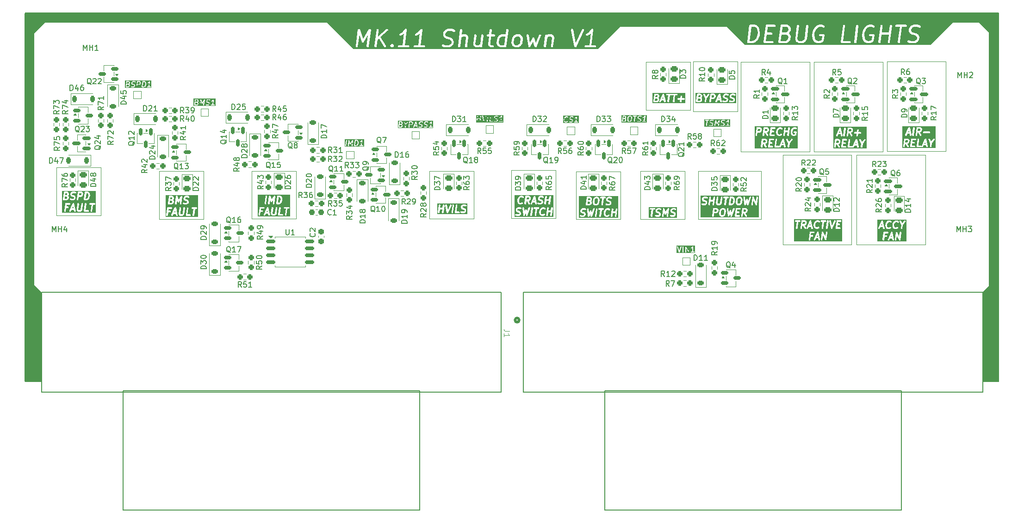
<source format=gbr>
%TF.GenerationSoftware,KiCad,Pcbnew,9.0.7*%
%TF.CreationDate,2026-02-13T04:40:40-08:00*%
%TF.ProjectId,Shutdown,53687574-646f-4776-9e2e-6b696361645f,rev?*%
%TF.SameCoordinates,Original*%
%TF.FileFunction,Legend,Top*%
%TF.FilePolarity,Positive*%
%FSLAX46Y46*%
G04 Gerber Fmt 4.6, Leading zero omitted, Abs format (unit mm)*
G04 Created by KiCad (PCBNEW 9.0.7) date 2026-02-13 04:40:40*
%MOMM*%
%LPD*%
G01*
G04 APERTURE LIST*
G04 Aperture macros list*
%AMRoundRect*
0 Rectangle with rounded corners*
0 $1 Rounding radius*
0 $2 $3 $4 $5 $6 $7 $8 $9 X,Y pos of 4 corners*
0 Add a 4 corners polygon primitive as box body*
4,1,4,$2,$3,$4,$5,$6,$7,$8,$9,$2,$3,0*
0 Add four circle primitives for the rounded corners*
1,1,$1+$1,$2,$3*
1,1,$1+$1,$4,$5*
1,1,$1+$1,$6,$7*
1,1,$1+$1,$8,$9*
0 Add four rect primitives between the rounded corners*
20,1,$1+$1,$2,$3,$4,$5,0*
20,1,$1+$1,$4,$5,$6,$7,0*
20,1,$1+$1,$6,$7,$8,$9,0*
20,1,$1+$1,$8,$9,$2,$3,0*%
G04 Aperture macros list end*
%ADD10C,0.100000*%
%ADD11C,0.300000*%
%ADD12C,0.400000*%
%ADD13C,0.150000*%
%ADD14C,0.125000*%
%ADD15C,0.120000*%
%ADD16C,0.152400*%
%ADD17C,0.508000*%
%ADD18RoundRect,0.237500X0.237500X-0.250000X0.237500X0.250000X-0.237500X0.250000X-0.237500X-0.250000X0*%
%ADD19RoundRect,0.243750X-0.456250X0.243750X-0.456250X-0.243750X0.456250X-0.243750X0.456250X0.243750X0*%
%ADD20RoundRect,0.225000X-0.375000X0.225000X-0.375000X-0.225000X0.375000X-0.225000X0.375000X0.225000X0*%
%ADD21RoundRect,0.237500X0.250000X0.237500X-0.250000X0.237500X-0.250000X-0.237500X0.250000X-0.237500X0*%
%ADD22RoundRect,0.150000X-0.150000X0.512500X-0.150000X-0.512500X0.150000X-0.512500X0.150000X0.512500X0*%
%ADD23C,3.900000*%
%ADD24C,7.000000*%
%ADD25RoundRect,0.150000X-0.512500X-0.150000X0.512500X-0.150000X0.512500X0.150000X-0.512500X0.150000X0*%
%ADD26RoundRect,0.150000X-0.587500X-0.150000X0.587500X-0.150000X0.587500X0.150000X-0.587500X0.150000X0*%
%ADD27RoundRect,0.237500X-0.237500X0.250000X-0.237500X-0.250000X0.237500X-0.250000X0.237500X0.250000X0*%
%ADD28C,4.851400*%
%ADD29C,2.108200*%
%ADD30RoundRect,0.225000X-0.225000X-0.375000X0.225000X-0.375000X0.225000X0.375000X-0.225000X0.375000X0*%
%ADD31R,1.000000X1.000000*%
%ADD32RoundRect,0.237500X-0.250000X-0.237500X0.250000X-0.237500X0.250000X0.237500X-0.250000X0.237500X0*%
%ADD33RoundRect,0.243750X0.456250X-0.243750X0.456250X0.243750X-0.456250X0.243750X-0.456250X-0.243750X0*%
%ADD34RoundRect,0.225000X0.375000X-0.225000X0.375000X0.225000X-0.375000X0.225000X-0.375000X-0.225000X0*%
%ADD35RoundRect,0.237500X-0.300000X-0.237500X0.300000X-0.237500X0.300000X0.237500X-0.300000X0.237500X0*%
%ADD36RoundRect,0.150000X0.512500X0.150000X-0.512500X0.150000X-0.512500X-0.150000X0.512500X-0.150000X0*%
%ADD37RoundRect,0.237500X-0.237500X0.300000X-0.237500X-0.300000X0.237500X-0.300000X0.237500X0.300000X0*%
%ADD38RoundRect,0.225000X0.225000X0.375000X-0.225000X0.375000X-0.225000X-0.375000X0.225000X-0.375000X0*%
%ADD39RoundRect,0.162500X-0.650000X-0.162500X0.650000X-0.162500X0.650000X0.162500X-0.650000X0.162500X0*%
%ADD40RoundRect,0.150000X0.587500X0.150000X-0.587500X0.150000X-0.587500X-0.150000X0.587500X-0.150000X0*%
G04 APERTURE END LIST*
D10*
X216171162Y-103255477D02*
X224299162Y-103255477D01*
X224299162Y-112399477D01*
X216171162Y-112399477D01*
X216171162Y-103255477D01*
X232567602Y-120318325D02*
X245118973Y-120318325D01*
X245118973Y-136732399D01*
X232567602Y-136732399D01*
X232567602Y-120318325D01*
X224911855Y-103304502D02*
X237463226Y-103304502D01*
X237463226Y-119718576D01*
X224911855Y-119718576D01*
X224911855Y-103304502D01*
X182935581Y-123166483D02*
X191063581Y-123166483D01*
X191063581Y-131929483D01*
X182935581Y-131929483D01*
X182935581Y-123166483D01*
X167939251Y-123270579D02*
X176067251Y-123270579D01*
X176067251Y-132033579D01*
X167939251Y-132033579D01*
X167939251Y-123270579D01*
X246096000Y-120351609D02*
X258647371Y-120351609D01*
X258647371Y-136765683D01*
X246096000Y-136765683D01*
X246096000Y-120351609D01*
X194758667Y-123345322D02*
X202886667Y-123345322D01*
X202886667Y-132108322D01*
X194758667Y-132108322D01*
X194758667Y-123345322D01*
X206493085Y-123317627D02*
X214621085Y-123317627D01*
X214621085Y-132080627D01*
X206493085Y-132080627D01*
X206493085Y-123317627D01*
X118484813Y-123317000D02*
X126612813Y-123317000D01*
X126612813Y-132080000D01*
X118484813Y-132080000D01*
X118484813Y-123317000D01*
X251633484Y-103273428D02*
X262406855Y-103273428D01*
X262406855Y-119687502D01*
X251633484Y-119687502D01*
X251633484Y-103273428D01*
X217086366Y-123306778D02*
X228643367Y-123306778D01*
X228643367Y-132069778D01*
X217086366Y-132069778D01*
X217086366Y-123306778D01*
X207522280Y-103332099D02*
X215650280Y-103332099D01*
X215650280Y-112095099D01*
X207522280Y-112095099D01*
X207522280Y-103332099D01*
X238298484Y-103352465D02*
X250849855Y-103352465D01*
X250849855Y-119766539D01*
X238298484Y-119766539D01*
X238298484Y-103352465D01*
X135382000Y-123282100D02*
X143510000Y-123282100D01*
X143510000Y-132045100D01*
X135382000Y-132045100D01*
X135382000Y-123282100D01*
X99695000Y-122661599D02*
X107823000Y-122661599D01*
X107823000Y-131424599D01*
X99695000Y-131424599D01*
X99695000Y-122661599D01*
D11*
G36*
X197288884Y-128955970D02*
G01*
X197298946Y-128967469D01*
X197322812Y-129031111D01*
X197308286Y-129147321D01*
X197259870Y-129224786D01*
X197222532Y-129257976D01*
X197140922Y-129296380D01*
X196849132Y-129296380D01*
X196896751Y-128915428D01*
X197172326Y-128915428D01*
X197288884Y-128955970D01*
G37*
G36*
X197296310Y-128327720D02*
G01*
X197314421Y-128348419D01*
X197338288Y-128412063D01*
X197331500Y-128466370D01*
X197283085Y-128543832D01*
X197245748Y-128577021D01*
X197164135Y-128615428D01*
X196934251Y-128615428D01*
X196974132Y-128296380D01*
X197237547Y-128296380D01*
X197296310Y-128327720D01*
G37*
G36*
X198658214Y-128327719D02*
G01*
X198718213Y-128396291D01*
X198741141Y-128579713D01*
X198691491Y-128976919D01*
X198617876Y-129173225D01*
X198522532Y-129257976D01*
X198440922Y-129296380D01*
X198264333Y-129296380D01*
X198205573Y-129265041D01*
X198145572Y-129196469D01*
X198122643Y-129013046D01*
X198172294Y-128615841D01*
X198245909Y-128419534D01*
X198341251Y-128334786D01*
X198422865Y-128296380D01*
X198599452Y-128296380D01*
X198658214Y-128327719D01*
G37*
G36*
X202465135Y-131839307D02*
G01*
X195274101Y-131839307D01*
X195274101Y-131456712D01*
X195424101Y-131456712D01*
X195427492Y-131515141D01*
X195452984Y-131567823D01*
X195496696Y-131606742D01*
X195523389Y-131619078D01*
X195701366Y-131680982D01*
X195717809Y-131684946D01*
X195721379Y-131686425D01*
X195725711Y-131686851D01*
X195729952Y-131687874D01*
X195733815Y-131687649D01*
X195750643Y-131689307D01*
X196060167Y-131689307D01*
X196089431Y-131686425D01*
X196092745Y-131685052D01*
X196096330Y-131684883D01*
X196124036Y-131675030D01*
X196255583Y-131613126D01*
X196264235Y-131607962D01*
X196267582Y-131606802D01*
X196274007Y-131602131D01*
X196280835Y-131598058D01*
X196283220Y-131595436D01*
X196291369Y-131589514D01*
X196361011Y-131527609D01*
X196367740Y-131520327D01*
X196370603Y-131518286D01*
X196375515Y-131511914D01*
X196380969Y-131506013D01*
X196382500Y-131502853D01*
X196388557Y-131494998D01*
X196465938Y-131371187D01*
X196479004Y-131344844D01*
X196479526Y-131341723D01*
X196481090Y-131338974D01*
X196487580Y-131310293D01*
X196503056Y-131186485D01*
X196503826Y-131157089D01*
X196502007Y-131150475D01*
X196502240Y-131143624D01*
X196494664Y-131115211D01*
X196448236Y-130991401D01*
X196438757Y-130972121D01*
X196437774Y-130969214D01*
X196436345Y-130967216D01*
X196435262Y-130965012D01*
X196433166Y-130962769D01*
X196420672Y-130945293D01*
X196366505Y-130883388D01*
X196350556Y-130868416D01*
X196348672Y-130866125D01*
X196346748Y-130864842D01*
X196345066Y-130863263D01*
X196342411Y-130861950D01*
X196324207Y-130849811D01*
X196208136Y-130787907D01*
X196204168Y-130786268D01*
X196202645Y-130785121D01*
X196191698Y-130781116D01*
X196180958Y-130776679D01*
X196179065Y-130776494D01*
X196175030Y-130775018D01*
X195952468Y-130717582D01*
X195876404Y-130677015D01*
X195858292Y-130656316D01*
X195834425Y-130592670D01*
X195841213Y-130538365D01*
X195889629Y-130460901D01*
X195926964Y-130427714D01*
X196008579Y-130389307D01*
X196259227Y-130389307D01*
X196413270Y-130442887D01*
X196441857Y-130449778D01*
X196500286Y-130446387D01*
X196552968Y-130420896D01*
X196591887Y-130377183D01*
X196611115Y-130321904D01*
X196607723Y-130263475D01*
X196589959Y-130226761D01*
X196754144Y-130226761D01*
X196754569Y-130256164D01*
X196901593Y-131556163D01*
X196904047Y-131567633D01*
X196904121Y-131571419D01*
X196905563Y-131574719D01*
X196907746Y-131584918D01*
X196918589Y-131604519D01*
X196927562Y-131625045D01*
X196932655Y-131629944D01*
X196936078Y-131636131D01*
X196953599Y-131650091D01*
X196969742Y-131665620D01*
X196976323Y-131668197D01*
X196981851Y-131672602D01*
X197003376Y-131678793D01*
X197024239Y-131686965D01*
X197031306Y-131686827D01*
X197038097Y-131688781D01*
X197060355Y-131686263D01*
X197082755Y-131685829D01*
X197089230Y-131682998D01*
X197096255Y-131682204D01*
X197115854Y-131671360D01*
X197136381Y-131662388D01*
X197141282Y-131657292D01*
X197147467Y-131653871D01*
X197161425Y-131636353D01*
X197176956Y-131620208D01*
X197181693Y-131610916D01*
X197183938Y-131608099D01*
X197184984Y-131604459D01*
X197190312Y-131594011D01*
X197345867Y-131196846D01*
X197397364Y-131560347D01*
X197400042Y-131571344D01*
X197400208Y-131575073D01*
X197401758Y-131578390D01*
X197404322Y-131588918D01*
X197415601Y-131608017D01*
X197424983Y-131628096D01*
X197430368Y-131633023D01*
X197434083Y-131639313D01*
X197451808Y-131652639D01*
X197468164Y-131667604D01*
X197475026Y-131670095D01*
X197480863Y-131674484D01*
X197502342Y-131680013D01*
X197523178Y-131687579D01*
X197530468Y-131687254D01*
X197537542Y-131689076D01*
X197559506Y-131685964D01*
X197581647Y-131684980D01*
X197588258Y-131681890D01*
X197595491Y-131680866D01*
X197614588Y-131669587D01*
X197634670Y-131660205D01*
X197639597Y-131654819D01*
X197645887Y-131651105D01*
X197659211Y-131633381D01*
X197674178Y-131617024D01*
X197678855Y-131607253D01*
X197681057Y-131604325D01*
X197681987Y-131600710D01*
X197686875Y-131590501D01*
X197701545Y-131550097D01*
X198201030Y-131550097D01*
X198216549Y-131606530D01*
X198252480Y-131652727D01*
X198303356Y-131681659D01*
X198361432Y-131688919D01*
X198417865Y-131673400D01*
X198464062Y-131637469D01*
X198492994Y-131586593D01*
X198499484Y-131557912D01*
X198661984Y-130257912D01*
X198662754Y-130228517D01*
X198657674Y-130210043D01*
X198799358Y-130210043D01*
X198799358Y-130268571D01*
X198821756Y-130322643D01*
X198863140Y-130364027D01*
X198917212Y-130386425D01*
X198946476Y-130389307D01*
X199147987Y-130389307D01*
X199006563Y-131520702D01*
X199005793Y-131550097D01*
X199021312Y-131606530D01*
X199057243Y-131652727D01*
X199108119Y-131681659D01*
X199166195Y-131688919D01*
X199222628Y-131673400D01*
X199268825Y-131637469D01*
X199297757Y-131586593D01*
X199304247Y-131557912D01*
X199377564Y-130971374D01*
X199818292Y-130971374D01*
X199818574Y-130982164D01*
X199818292Y-130992954D01*
X199818916Y-130995226D01*
X199819062Y-131000770D01*
X199850015Y-131248388D01*
X199850891Y-131252260D01*
X199850831Y-131254038D01*
X199853886Y-131265498D01*
X199856505Y-131277069D01*
X199857384Y-131278615D01*
X199858407Y-131282451D01*
X199904835Y-131406261D01*
X199914313Y-131425540D01*
X199915297Y-131428448D01*
X199916725Y-131430445D01*
X199917809Y-131432650D01*
X199919904Y-131434892D01*
X199932399Y-131452369D01*
X200040733Y-131576179D01*
X200062172Y-131596304D01*
X200070613Y-131600478D01*
X200077648Y-131606742D01*
X200104341Y-131619078D01*
X200282318Y-131680982D01*
X200298761Y-131684946D01*
X200302331Y-131686425D01*
X200306663Y-131686851D01*
X200310904Y-131687874D01*
X200314767Y-131687649D01*
X200331595Y-131689307D01*
X200455404Y-131689307D01*
X200468468Y-131688020D01*
X200472370Y-131688345D01*
X200478466Y-131687035D01*
X200484668Y-131686425D01*
X200488282Y-131684927D01*
X200501120Y-131682171D01*
X200694573Y-131620267D01*
X200721566Y-131608603D01*
X200722977Y-131607408D01*
X200724725Y-131606802D01*
X200748512Y-131589514D01*
X200792855Y-131550097D01*
X201110554Y-131550097D01*
X201126073Y-131606530D01*
X201162004Y-131652727D01*
X201212880Y-131681659D01*
X201270956Y-131688919D01*
X201327389Y-131673400D01*
X201373586Y-131637469D01*
X201402518Y-131586593D01*
X201409008Y-131557912D01*
X201477703Y-131008355D01*
X201918224Y-131008355D01*
X201854181Y-131520702D01*
X201853411Y-131550097D01*
X201868930Y-131606530D01*
X201904861Y-131652727D01*
X201955737Y-131681659D01*
X202013813Y-131688919D01*
X202070246Y-131673400D01*
X202116443Y-131637469D01*
X202145375Y-131586593D01*
X202151865Y-131557912D01*
X202314365Y-130257912D01*
X202315135Y-130228517D01*
X202299616Y-130172084D01*
X202263685Y-130125887D01*
X202212809Y-130096955D01*
X202154733Y-130089695D01*
X202098300Y-130105213D01*
X202052103Y-130141145D01*
X202023171Y-130192021D01*
X202016681Y-130220702D01*
X201955724Y-130708355D01*
X201515203Y-130708355D01*
X201571508Y-130257912D01*
X201572278Y-130228517D01*
X201556759Y-130172084D01*
X201520828Y-130125887D01*
X201469952Y-130096955D01*
X201411876Y-130089695D01*
X201355443Y-130105213D01*
X201309246Y-130141145D01*
X201280314Y-130192021D01*
X201273824Y-130220702D01*
X201111324Y-131520702D01*
X201110554Y-131550097D01*
X200792855Y-131550097D01*
X200818154Y-131527609D01*
X200838112Y-131506013D01*
X200863645Y-131453350D01*
X200867082Y-131394925D01*
X200847899Y-131339630D01*
X200809015Y-131295886D01*
X200756351Y-131270353D01*
X200697926Y-131266916D01*
X200642632Y-131286099D01*
X200618845Y-131303387D01*
X200572919Y-131344209D01*
X200431988Y-131389307D01*
X200356938Y-131389307D01*
X200240374Y-131348763D01*
X200176149Y-131275364D01*
X200145508Y-131193652D01*
X200119071Y-130982164D01*
X200137770Y-130832577D01*
X200219144Y-130615581D01*
X200277129Y-130522806D01*
X200376580Y-130434404D01*
X200517511Y-130389307D01*
X200592560Y-130389307D01*
X200709124Y-130429851D01*
X200737160Y-130461892D01*
X200758599Y-130482018D01*
X200811062Y-130507962D01*
X200869458Y-130511856D01*
X200924901Y-130493106D01*
X200968948Y-130454565D01*
X200994892Y-130402103D01*
X200998786Y-130343706D01*
X200980036Y-130288264D01*
X200962934Y-130264342D01*
X200908768Y-130202437D01*
X200887329Y-130182311D01*
X200878886Y-130178136D01*
X200871852Y-130171873D01*
X200845159Y-130159538D01*
X200667182Y-130097632D01*
X200650739Y-130093668D01*
X200647168Y-130092189D01*
X200642830Y-130091761D01*
X200638596Y-130090741D01*
X200634738Y-130090964D01*
X200617904Y-130089307D01*
X200494095Y-130089307D01*
X200481030Y-130090593D01*
X200477128Y-130090269D01*
X200471032Y-130091578D01*
X200464831Y-130092189D01*
X200461215Y-130093686D01*
X200448378Y-130096444D01*
X200254926Y-130158348D01*
X200227932Y-130170012D01*
X200226519Y-130171207D01*
X200224774Y-130171813D01*
X200200987Y-130189101D01*
X200061702Y-130312911D01*
X200054974Y-130320190D01*
X200052111Y-130322233D01*
X200047198Y-130328605D01*
X200041745Y-130334507D01*
X200040212Y-130337668D01*
X200034158Y-130345522D01*
X199956776Y-130469331D01*
X199956619Y-130469645D01*
X199956500Y-130469774D01*
X199950196Y-130482596D01*
X199943710Y-130495674D01*
X199943680Y-130495851D01*
X199943527Y-130496163D01*
X199850670Y-130743782D01*
X199849647Y-130747615D01*
X199848767Y-130749164D01*
X199846147Y-130760740D01*
X199843093Y-130772194D01*
X199843153Y-130773972D01*
X199842277Y-130777845D01*
X199819062Y-130963558D01*
X199818916Y-130969101D01*
X199818292Y-130971374D01*
X199377564Y-130971374D01*
X199450323Y-130389307D01*
X199689333Y-130389307D01*
X199718597Y-130386425D01*
X199772669Y-130364027D01*
X199814053Y-130322643D01*
X199836451Y-130268571D01*
X199836451Y-130210043D01*
X199814053Y-130155971D01*
X199772669Y-130114587D01*
X199718597Y-130092189D01*
X199689333Y-130089307D01*
X198946476Y-130089307D01*
X198917212Y-130092189D01*
X198863140Y-130114587D01*
X198821756Y-130155971D01*
X198799358Y-130210043D01*
X198657674Y-130210043D01*
X198647235Y-130172084D01*
X198611304Y-130125887D01*
X198560428Y-130096955D01*
X198502352Y-130089695D01*
X198445919Y-130105213D01*
X198399722Y-130141145D01*
X198370790Y-130192021D01*
X198364300Y-130220702D01*
X198201800Y-131520702D01*
X198201030Y-131550097D01*
X197701545Y-131550097D01*
X198158897Y-130290501D01*
X198166176Y-130262011D01*
X198163577Y-130203541D01*
X198138802Y-130150518D01*
X198095621Y-130111010D01*
X198040607Y-130091035D01*
X197982138Y-130093634D01*
X197929115Y-130118409D01*
X197889607Y-130161590D01*
X197876910Y-130188113D01*
X197610070Y-130923016D01*
X197562850Y-130589696D01*
X197560915Y-130581753D01*
X197560855Y-130578624D01*
X197559270Y-130575000D01*
X197555892Y-130561126D01*
X197545554Y-130543620D01*
X197537414Y-130524998D01*
X197530799Y-130518634D01*
X197526131Y-130510730D01*
X197509882Y-130498514D01*
X197495234Y-130484423D01*
X197486687Y-130481075D01*
X197479351Y-130475560D01*
X197459666Y-130470492D01*
X197440737Y-130463078D01*
X197431559Y-130463256D01*
X197422672Y-130460968D01*
X197402542Y-130463819D01*
X197382221Y-130464214D01*
X197373813Y-130467889D01*
X197364723Y-130469177D01*
X197347215Y-130479516D01*
X197328594Y-130487656D01*
X197322231Y-130494270D01*
X197314327Y-130498938D01*
X197302113Y-130515183D01*
X197288019Y-130529835D01*
X197281534Y-130542556D01*
X197279157Y-130545718D01*
X197278376Y-130548751D01*
X197274664Y-130556033D01*
X197131682Y-130921092D01*
X197052669Y-130222450D01*
X197046516Y-130193695D01*
X197018184Y-130142483D01*
X196972411Y-130106012D01*
X196916165Y-130089832D01*
X196858007Y-130096410D01*
X196806795Y-130124742D01*
X196770324Y-130170515D01*
X196754144Y-130226761D01*
X196589959Y-130226761D01*
X196582232Y-130210792D01*
X196538519Y-130171873D01*
X196511826Y-130159538D01*
X196333849Y-130097632D01*
X196317406Y-130093668D01*
X196313835Y-130092189D01*
X196309497Y-130091761D01*
X196305263Y-130090741D01*
X196301405Y-130090964D01*
X196284571Y-130089307D01*
X195975048Y-130089307D01*
X195945784Y-130092189D01*
X195942469Y-130093561D01*
X195938884Y-130093731D01*
X195911178Y-130103584D01*
X195779630Y-130165489D01*
X195770976Y-130170652D01*
X195767632Y-130171813D01*
X195761207Y-130176482D01*
X195754379Y-130180557D01*
X195751993Y-130183178D01*
X195743845Y-130189101D01*
X195674202Y-130251006D01*
X195667474Y-130258285D01*
X195664611Y-130260328D01*
X195659698Y-130266700D01*
X195654245Y-130272602D01*
X195652712Y-130275763D01*
X195646658Y-130283617D01*
X195569276Y-130407426D01*
X195556210Y-130433769D01*
X195555687Y-130436892D01*
X195554124Y-130439641D01*
X195547634Y-130468322D01*
X195532158Y-130592131D01*
X195531388Y-130621527D01*
X195533206Y-130628140D01*
X195532974Y-130634991D01*
X195540550Y-130663404D01*
X195586979Y-130787213D01*
X195596456Y-130806491D01*
X195597440Y-130809400D01*
X195598868Y-130811398D01*
X195599952Y-130813602D01*
X195602047Y-130815844D01*
X195614542Y-130833321D01*
X195668708Y-130895225D01*
X195684657Y-130910197D01*
X195686542Y-130912489D01*
X195688465Y-130913771D01*
X195690148Y-130915351D01*
X195692802Y-130916663D01*
X195711007Y-130928803D01*
X195827079Y-130990708D01*
X195831046Y-130992347D01*
X195832570Y-130993494D01*
X195843511Y-130997496D01*
X195854256Y-131001936D01*
X195856149Y-131002120D01*
X195860185Y-131003597D01*
X196082746Y-131061032D01*
X196158809Y-131101599D01*
X196176921Y-131122297D01*
X196200788Y-131185944D01*
X196194000Y-131240248D01*
X196145584Y-131317713D01*
X196108247Y-131350902D01*
X196026637Y-131389307D01*
X195775986Y-131389307D01*
X195621945Y-131335728D01*
X195593358Y-131328837D01*
X195534929Y-131332228D01*
X195482247Y-131357720D01*
X195443328Y-131401432D01*
X195424101Y-131456712D01*
X195274101Y-131456712D01*
X195274101Y-129457170D01*
X196529602Y-129457170D01*
X196532096Y-129466239D01*
X196532096Y-129475644D01*
X196539790Y-129494220D01*
X196545121Y-129513603D01*
X196550894Y-129521025D01*
X196554494Y-129529716D01*
X196568711Y-129543933D01*
X196581052Y-129559800D01*
X196589226Y-129564448D01*
X196595878Y-129571100D01*
X196614452Y-129578793D01*
X196631928Y-129588732D01*
X196641260Y-129589898D01*
X196649950Y-129593498D01*
X196679214Y-129596380D01*
X197174452Y-129596380D01*
X197203716Y-129593498D01*
X197207030Y-129592125D01*
X197210615Y-129591956D01*
X197238321Y-129582103D01*
X197369869Y-129520199D01*
X197378521Y-129515035D01*
X197381868Y-129513875D01*
X197388293Y-129509204D01*
X197395121Y-129505131D01*
X197397506Y-129502509D01*
X197405655Y-129496587D01*
X197475297Y-129434682D01*
X197482026Y-129427400D01*
X197484889Y-129425359D01*
X197489801Y-129418987D01*
X197495255Y-129413086D01*
X197496786Y-129409926D01*
X197502843Y-129402071D01*
X197580224Y-129278260D01*
X197593290Y-129251917D01*
X197593812Y-129248796D01*
X197595376Y-129246047D01*
X197601866Y-129217366D01*
X197625080Y-129031652D01*
X197625850Y-129002257D01*
X197821864Y-129002257D01*
X197822146Y-129013047D01*
X197821864Y-129023837D01*
X197822488Y-129026109D01*
X197822634Y-129031653D01*
X197853587Y-129279271D01*
X197853708Y-129279806D01*
X197853690Y-129280077D01*
X197853929Y-129280786D01*
X197860077Y-129307952D01*
X197867579Y-129321144D01*
X197872441Y-129335520D01*
X197888640Y-129358179D01*
X197889009Y-129358828D01*
X197889222Y-129358994D01*
X197889542Y-129359441D01*
X197997875Y-129483251D01*
X198013827Y-129498226D01*
X198015709Y-129500515D01*
X198017629Y-129501795D01*
X198019314Y-129503377D01*
X198021972Y-129504691D01*
X198040174Y-129516829D01*
X198156245Y-129578733D01*
X198183423Y-129589962D01*
X198190760Y-129590677D01*
X198197569Y-129593498D01*
X198226833Y-129596380D01*
X198474452Y-129596380D01*
X198503716Y-129593498D01*
X198507030Y-129592125D01*
X198510615Y-129591956D01*
X198538321Y-129582103D01*
X198669869Y-129520199D01*
X198678521Y-129515035D01*
X198681868Y-129513875D01*
X198688293Y-129509204D01*
X198695121Y-129505131D01*
X198697506Y-129502509D01*
X198705655Y-129496587D01*
X198844941Y-129372777D01*
X198864898Y-129351181D01*
X198867963Y-129344858D01*
X198872762Y-129339723D01*
X198885735Y-129313334D01*
X198978592Y-129065716D01*
X198979614Y-129061880D01*
X198980495Y-129060333D01*
X198983114Y-129048758D01*
X198986169Y-129037303D01*
X198986108Y-129035524D01*
X198986985Y-129031652D01*
X199041151Y-128598319D01*
X199041296Y-128592777D01*
X199041921Y-128590505D01*
X199041638Y-128579714D01*
X199041921Y-128568924D01*
X199041296Y-128566651D01*
X199041151Y-128561109D01*
X199010199Y-128313490D01*
X199010077Y-128312951D01*
X199010095Y-128312683D01*
X199009857Y-128311980D01*
X199003709Y-128284809D01*
X198996206Y-128271616D01*
X198991345Y-128257241D01*
X198975142Y-128234576D01*
X198974777Y-128233933D01*
X198974565Y-128233768D01*
X198974244Y-128233319D01*
X198872566Y-128117116D01*
X199170787Y-128117116D01*
X199170787Y-128175644D01*
X199193185Y-128229716D01*
X199234569Y-128271100D01*
X199288641Y-128293498D01*
X199317905Y-128296380D01*
X199519416Y-128296380D01*
X199377992Y-129427775D01*
X199377222Y-129457170D01*
X199392741Y-129513603D01*
X199428672Y-129559800D01*
X199479548Y-129588732D01*
X199537624Y-129595992D01*
X199594057Y-129580473D01*
X199640254Y-129544542D01*
X199669186Y-129493666D01*
X199675676Y-129464985D01*
X199688326Y-129363785D01*
X200128863Y-129363785D01*
X200132254Y-129422214D01*
X200157746Y-129474896D01*
X200201458Y-129513815D01*
X200228151Y-129526151D01*
X200406128Y-129588055D01*
X200422571Y-129592019D01*
X200426141Y-129593498D01*
X200430473Y-129593924D01*
X200434714Y-129594947D01*
X200438577Y-129594722D01*
X200455405Y-129596380D01*
X200764929Y-129596380D01*
X200794193Y-129593498D01*
X200797507Y-129592125D01*
X200801092Y-129591956D01*
X200828798Y-129582103D01*
X200960345Y-129520199D01*
X200968997Y-129515035D01*
X200972344Y-129513875D01*
X200978769Y-129509204D01*
X200985597Y-129505131D01*
X200987982Y-129502509D01*
X200996131Y-129496587D01*
X201065773Y-129434682D01*
X201072502Y-129427400D01*
X201075365Y-129425359D01*
X201080277Y-129418987D01*
X201085731Y-129413086D01*
X201087262Y-129409926D01*
X201093319Y-129402071D01*
X201170700Y-129278260D01*
X201183766Y-129251917D01*
X201184288Y-129248796D01*
X201185852Y-129246047D01*
X201192342Y-129217366D01*
X201207818Y-129093558D01*
X201208588Y-129064162D01*
X201206769Y-129057548D01*
X201207002Y-129050697D01*
X201199426Y-129022284D01*
X201152998Y-128898474D01*
X201143519Y-128879194D01*
X201142536Y-128876287D01*
X201141107Y-128874289D01*
X201140024Y-128872085D01*
X201137928Y-128869842D01*
X201125434Y-128852366D01*
X201071267Y-128790461D01*
X201055318Y-128775489D01*
X201053434Y-128773198D01*
X201051510Y-128771915D01*
X201049828Y-128770336D01*
X201047173Y-128769023D01*
X201028969Y-128756884D01*
X200912898Y-128694980D01*
X200908930Y-128693341D01*
X200907407Y-128692194D01*
X200896460Y-128688189D01*
X200885720Y-128683752D01*
X200883827Y-128683567D01*
X200879792Y-128682091D01*
X200657230Y-128624655D01*
X200581166Y-128584088D01*
X200563054Y-128563389D01*
X200539187Y-128499743D01*
X200545975Y-128445438D01*
X200594391Y-128367974D01*
X200631726Y-128334787D01*
X200713341Y-128296380D01*
X200963989Y-128296380D01*
X201118032Y-128349960D01*
X201146619Y-128356851D01*
X201205048Y-128353460D01*
X201257730Y-128327969D01*
X201296649Y-128284256D01*
X201315877Y-128228977D01*
X201312485Y-128170548D01*
X201286994Y-128117865D01*
X201243281Y-128078946D01*
X201216588Y-128066611D01*
X201038611Y-128004705D01*
X201022168Y-128000741D01*
X201018597Y-127999262D01*
X201014259Y-127998834D01*
X201010025Y-127997814D01*
X201006167Y-127998037D01*
X200989333Y-127996380D01*
X200679810Y-127996380D01*
X200650546Y-127999262D01*
X200647231Y-128000634D01*
X200643646Y-128000804D01*
X200615940Y-128010657D01*
X200484392Y-128072562D01*
X200475738Y-128077725D01*
X200472394Y-128078886D01*
X200465969Y-128083555D01*
X200459141Y-128087630D01*
X200456755Y-128090251D01*
X200448607Y-128096174D01*
X200378964Y-128158079D01*
X200372236Y-128165358D01*
X200369373Y-128167401D01*
X200364460Y-128173773D01*
X200359007Y-128179675D01*
X200357474Y-128182836D01*
X200351420Y-128190690D01*
X200274038Y-128314499D01*
X200260972Y-128340842D01*
X200260449Y-128343965D01*
X200258886Y-128346714D01*
X200252396Y-128375395D01*
X200236920Y-128499204D01*
X200236150Y-128528600D01*
X200237968Y-128535213D01*
X200237736Y-128542064D01*
X200245312Y-128570477D01*
X200291741Y-128694286D01*
X200301218Y-128713564D01*
X200302202Y-128716473D01*
X200303630Y-128718471D01*
X200304714Y-128720675D01*
X200306809Y-128722917D01*
X200319304Y-128740394D01*
X200373470Y-128802298D01*
X200389419Y-128817270D01*
X200391304Y-128819562D01*
X200393227Y-128820844D01*
X200394910Y-128822424D01*
X200397564Y-128823736D01*
X200415769Y-128835876D01*
X200531841Y-128897781D01*
X200535808Y-128899420D01*
X200537332Y-128900567D01*
X200548273Y-128904569D01*
X200559018Y-128909009D01*
X200560911Y-128909193D01*
X200564947Y-128910670D01*
X200787508Y-128968105D01*
X200863571Y-129008672D01*
X200881683Y-129029370D01*
X200905550Y-129093017D01*
X200898762Y-129147321D01*
X200850346Y-129224786D01*
X200813009Y-129257975D01*
X200731399Y-129296380D01*
X200480748Y-129296380D01*
X200326707Y-129242801D01*
X200298120Y-129235910D01*
X200239691Y-129239301D01*
X200187009Y-129264793D01*
X200148090Y-129308505D01*
X200128863Y-129363785D01*
X199688326Y-129363785D01*
X199821752Y-128296380D01*
X200060762Y-128296380D01*
X200090026Y-128293498D01*
X200144098Y-128271100D01*
X200185482Y-128229716D01*
X200207880Y-128175644D01*
X200207880Y-128117116D01*
X200185482Y-128063044D01*
X200144098Y-128021660D01*
X200090026Y-127999262D01*
X200060762Y-127996380D01*
X199317905Y-127996380D01*
X199288641Y-127999262D01*
X199234569Y-128021660D01*
X199193185Y-128063044D01*
X199170787Y-128117116D01*
X198872566Y-128117116D01*
X198865911Y-128109510D01*
X198849958Y-128094534D01*
X198848077Y-128092246D01*
X198846156Y-128090965D01*
X198844472Y-128089384D01*
X198841813Y-128088069D01*
X198823612Y-128075932D01*
X198707540Y-128014027D01*
X198680363Y-128002799D01*
X198673027Y-128002083D01*
X198666216Y-127999262D01*
X198636952Y-127996380D01*
X198389333Y-127996380D01*
X198360069Y-127999262D01*
X198356752Y-128000635D01*
X198353169Y-128000805D01*
X198325463Y-128010657D01*
X198193916Y-128072562D01*
X198185266Y-128077723D01*
X198181919Y-128078885D01*
X198175485Y-128083560D01*
X198168665Y-128087631D01*
X198166282Y-128090249D01*
X198158132Y-128096173D01*
X198018845Y-128219984D01*
X197998888Y-128241580D01*
X197995822Y-128247902D01*
X197991024Y-128253038D01*
X197978051Y-128279427D01*
X197885194Y-128527046D01*
X197884171Y-128530879D01*
X197883291Y-128532428D01*
X197880671Y-128544004D01*
X197877617Y-128555458D01*
X197877677Y-128557236D01*
X197876801Y-128561109D01*
X197822634Y-128994442D01*
X197822488Y-128999984D01*
X197821864Y-129002257D01*
X197625850Y-129002257D01*
X197624031Y-128995643D01*
X197624264Y-128988791D01*
X197616687Y-128960378D01*
X197570258Y-128836568D01*
X197560781Y-128817292D01*
X197559797Y-128814382D01*
X197558367Y-128812381D01*
X197557284Y-128810179D01*
X197555189Y-128807937D01*
X197542695Y-128790461D01*
X197504697Y-128747034D01*
X197505240Y-128746447D01*
X197508103Y-128744406D01*
X197513015Y-128738034D01*
X197518469Y-128732133D01*
X197520000Y-128728973D01*
X197526057Y-128721118D01*
X197603438Y-128597309D01*
X197616504Y-128570966D01*
X197617026Y-128567842D01*
X197618590Y-128565094D01*
X197625080Y-128536414D01*
X197640556Y-128412604D01*
X197641326Y-128383209D01*
X197639507Y-128376595D01*
X197639740Y-128369744D01*
X197632164Y-128341331D01*
X197585736Y-128217522D01*
X197576257Y-128198242D01*
X197575274Y-128195335D01*
X197573845Y-128193337D01*
X197572762Y-128191133D01*
X197570666Y-128188890D01*
X197558172Y-128171414D01*
X197504005Y-128109509D01*
X197488056Y-128094537D01*
X197486172Y-128092246D01*
X197484248Y-128090963D01*
X197482566Y-128089384D01*
X197479911Y-128088071D01*
X197461707Y-128075932D01*
X197345637Y-128014027D01*
X197318459Y-128002799D01*
X197311123Y-128002083D01*
X197304312Y-127999262D01*
X197275048Y-127996380D01*
X196841714Y-127996380D01*
X196833942Y-127997145D01*
X196830924Y-127996768D01*
X196827101Y-127997819D01*
X196812450Y-127999262D01*
X196793878Y-128006954D01*
X196774491Y-128012286D01*
X196767065Y-128018061D01*
X196758378Y-128021660D01*
X196744162Y-128035875D01*
X196728294Y-128048218D01*
X196723645Y-128056392D01*
X196716994Y-128063044D01*
X196709300Y-128081618D01*
X196699362Y-128099094D01*
X196696112Y-128113455D01*
X196694596Y-128117116D01*
X196694596Y-128120156D01*
X196692872Y-128127775D01*
X196530372Y-129427775D01*
X196529602Y-129457170D01*
X195274101Y-129457170D01*
X195274101Y-127846380D01*
X202465135Y-127846380D01*
X202465135Y-131839307D01*
G37*
G36*
X209618074Y-110080976D02*
G01*
X209628136Y-110092475D01*
X209652002Y-110156117D01*
X209637476Y-110272327D01*
X209589060Y-110349792D01*
X209551722Y-110382982D01*
X209470112Y-110421386D01*
X209178322Y-110421386D01*
X209225941Y-110040434D01*
X209501516Y-110040434D01*
X209618074Y-110080976D01*
G37*
G36*
X209625500Y-109452726D02*
G01*
X209643611Y-109473425D01*
X209667478Y-109537069D01*
X209660690Y-109591376D01*
X209612275Y-109668838D01*
X209574938Y-109702027D01*
X209493325Y-109740434D01*
X209263441Y-109740434D01*
X209303322Y-109421386D01*
X209566737Y-109421386D01*
X209625500Y-109452726D01*
G37*
G36*
X210727505Y-110049958D02*
G01*
X210526683Y-110049958D01*
X210664748Y-109748724D01*
X210727505Y-110049958D01*
G37*
G36*
X214753141Y-110871386D02*
G01*
X208708792Y-110871386D01*
X208708792Y-110582176D01*
X208858792Y-110582176D01*
X208861286Y-110591245D01*
X208861286Y-110600650D01*
X208868980Y-110619226D01*
X208874311Y-110638609D01*
X208880084Y-110646031D01*
X208883684Y-110654722D01*
X208897901Y-110668939D01*
X208910242Y-110684806D01*
X208918416Y-110689454D01*
X208925068Y-110696106D01*
X208943642Y-110703799D01*
X208961118Y-110713738D01*
X208970450Y-110714904D01*
X208979140Y-110718504D01*
X209008404Y-110721386D01*
X209503642Y-110721386D01*
X209532906Y-110718504D01*
X209536220Y-110717131D01*
X209539805Y-110716962D01*
X209567511Y-110707109D01*
X209699059Y-110645205D01*
X209707711Y-110640041D01*
X209711058Y-110638881D01*
X209717483Y-110634210D01*
X209724311Y-110630137D01*
X209726696Y-110627515D01*
X209734845Y-110621593D01*
X209764560Y-110595179D01*
X209974589Y-110595179D01*
X209994967Y-110650042D01*
X210034790Y-110692933D01*
X210087995Y-110717319D01*
X210146483Y-110719487D01*
X210201346Y-110699109D01*
X210244237Y-110659286D01*
X210259050Y-110633884D01*
X210389183Y-110349958D01*
X210790005Y-110349958D01*
X210842510Y-110601979D01*
X210851300Y-110630040D01*
X210884255Y-110678407D01*
X210933210Y-110710481D01*
X210990713Y-110721380D01*
X211048011Y-110709443D01*
X211096378Y-110676487D01*
X211128452Y-110627533D01*
X211139351Y-110570029D01*
X211136204Y-110540793D01*
X210865647Y-109242122D01*
X211252358Y-109242122D01*
X211252358Y-109300650D01*
X211274756Y-109354722D01*
X211316140Y-109396106D01*
X211370212Y-109418504D01*
X211399476Y-109421386D01*
X211600987Y-109421386D01*
X211459563Y-110552781D01*
X211458793Y-110582176D01*
X211474312Y-110638609D01*
X211510243Y-110684806D01*
X211561119Y-110713738D01*
X211619195Y-110720998D01*
X211675628Y-110705479D01*
X211721825Y-110669548D01*
X211750757Y-110618672D01*
X211757247Y-110589991D01*
X211903323Y-109421386D01*
X212142333Y-109421386D01*
X212171597Y-109418504D01*
X212225669Y-109396106D01*
X212266142Y-109355632D01*
X212306616Y-109396106D01*
X212360688Y-109418504D01*
X212389952Y-109421386D01*
X212591463Y-109421386D01*
X212450039Y-110552781D01*
X212449269Y-110582176D01*
X212464788Y-110638609D01*
X212500719Y-110684806D01*
X212551595Y-110713738D01*
X212609671Y-110720998D01*
X212666104Y-110705479D01*
X212712301Y-110669548D01*
X212741233Y-110618672D01*
X212747723Y-110589991D01*
X212815612Y-110046884D01*
X213318429Y-110046884D01*
X213318429Y-110105412D01*
X213340827Y-110159484D01*
X213382211Y-110200868D01*
X213436283Y-110223266D01*
X213465547Y-110226148D01*
X213790867Y-110226148D01*
X213750038Y-110552781D01*
X213749268Y-110582176D01*
X213764787Y-110638609D01*
X213800718Y-110684806D01*
X213851594Y-110713738D01*
X213909670Y-110720998D01*
X213966103Y-110705479D01*
X214012300Y-110669548D01*
X214041232Y-110618672D01*
X214047722Y-110589991D01*
X214093203Y-110226148D01*
X214456023Y-110226148D01*
X214485287Y-110223266D01*
X214539359Y-110200868D01*
X214580743Y-110159484D01*
X214603141Y-110105412D01*
X214603141Y-110046884D01*
X214580743Y-109992812D01*
X214539359Y-109951428D01*
X214485287Y-109929030D01*
X214456023Y-109926148D01*
X214130703Y-109926148D01*
X214171532Y-109599515D01*
X214172302Y-109570120D01*
X214156783Y-109513687D01*
X214120852Y-109467490D01*
X214069976Y-109438558D01*
X214011900Y-109431298D01*
X213955467Y-109446817D01*
X213909270Y-109482748D01*
X213880338Y-109533624D01*
X213873848Y-109562305D01*
X213828367Y-109926148D01*
X213465547Y-109926148D01*
X213436283Y-109929030D01*
X213382211Y-109951428D01*
X213340827Y-109992812D01*
X213318429Y-110046884D01*
X212815612Y-110046884D01*
X212893799Y-109421386D01*
X213132809Y-109421386D01*
X213162073Y-109418504D01*
X213216145Y-109396106D01*
X213257529Y-109354722D01*
X213279927Y-109300650D01*
X213279927Y-109242122D01*
X213257529Y-109188050D01*
X213216145Y-109146666D01*
X213162073Y-109124268D01*
X213132809Y-109121386D01*
X212389952Y-109121386D01*
X212360688Y-109124268D01*
X212306616Y-109146666D01*
X212266142Y-109187139D01*
X212225669Y-109146666D01*
X212171597Y-109124268D01*
X212142333Y-109121386D01*
X211399476Y-109121386D01*
X211370212Y-109124268D01*
X211316140Y-109146666D01*
X211274756Y-109188050D01*
X211252358Y-109242122D01*
X210865647Y-109242122D01*
X210865370Y-109240793D01*
X210856580Y-109212732D01*
X210850194Y-109203359D01*
X210846246Y-109192730D01*
X210833869Y-109179400D01*
X210823625Y-109164364D01*
X210814138Y-109158148D01*
X210806423Y-109149839D01*
X210789884Y-109142258D01*
X210774670Y-109132291D01*
X210763530Y-109130179D01*
X210753218Y-109125453D01*
X210735036Y-109124779D01*
X210717166Y-109121392D01*
X210706063Y-109123705D01*
X210694730Y-109123285D01*
X210677677Y-109129618D01*
X210659869Y-109133329D01*
X210650496Y-109139714D01*
X210639867Y-109143663D01*
X210626537Y-109156039D01*
X210611501Y-109166284D01*
X210605285Y-109175770D01*
X210596976Y-109183486D01*
X210582163Y-109208888D01*
X209986330Y-110508888D01*
X209976757Y-110536691D01*
X209974589Y-110595179D01*
X209764560Y-110595179D01*
X209804487Y-110559688D01*
X209811216Y-110552406D01*
X209814079Y-110550365D01*
X209818991Y-110543993D01*
X209824445Y-110538092D01*
X209825976Y-110534932D01*
X209832033Y-110527077D01*
X209909414Y-110403266D01*
X209922480Y-110376923D01*
X209923002Y-110373802D01*
X209924566Y-110371053D01*
X209931056Y-110342372D01*
X209954270Y-110156658D01*
X209955040Y-110127263D01*
X209953221Y-110120649D01*
X209953454Y-110113797D01*
X209945877Y-110085384D01*
X209899448Y-109961574D01*
X209889971Y-109942298D01*
X209888987Y-109939388D01*
X209887557Y-109937387D01*
X209886474Y-109935185D01*
X209884379Y-109932943D01*
X209871885Y-109915467D01*
X209833887Y-109872040D01*
X209834430Y-109871453D01*
X209837293Y-109869412D01*
X209842205Y-109863040D01*
X209847659Y-109857139D01*
X209849190Y-109853979D01*
X209855247Y-109846124D01*
X209932628Y-109722315D01*
X209945694Y-109695972D01*
X209946216Y-109692848D01*
X209947780Y-109690100D01*
X209954270Y-109661420D01*
X209969746Y-109537610D01*
X209970516Y-109508215D01*
X209968697Y-109501601D01*
X209968930Y-109494750D01*
X209961354Y-109466337D01*
X209914926Y-109342528D01*
X209905447Y-109323248D01*
X209904464Y-109320341D01*
X209903035Y-109318343D01*
X209901952Y-109316139D01*
X209899856Y-109313896D01*
X209887362Y-109296420D01*
X209833195Y-109234515D01*
X209817246Y-109219543D01*
X209815362Y-109217252D01*
X209813438Y-109215969D01*
X209811756Y-109214390D01*
X209809101Y-109213077D01*
X209790897Y-109200938D01*
X209674827Y-109139033D01*
X209647649Y-109127805D01*
X209640313Y-109127089D01*
X209633502Y-109124268D01*
X209604238Y-109121386D01*
X209170904Y-109121386D01*
X209163132Y-109122151D01*
X209160114Y-109121774D01*
X209156291Y-109122825D01*
X209141640Y-109124268D01*
X209123068Y-109131960D01*
X209103681Y-109137292D01*
X209096255Y-109143067D01*
X209087568Y-109146666D01*
X209073352Y-109160881D01*
X209057484Y-109173224D01*
X209052835Y-109181398D01*
X209046184Y-109188050D01*
X209038490Y-109206624D01*
X209028552Y-109224100D01*
X209025302Y-109238461D01*
X209023786Y-109242122D01*
X209023786Y-109245162D01*
X209022062Y-109252781D01*
X208859562Y-110552781D01*
X208858792Y-110582176D01*
X208708792Y-110582176D01*
X208708792Y-108971386D01*
X214753141Y-108971386D01*
X214753141Y-110871386D01*
G37*
G36*
X252515934Y-135342579D02*
G01*
X252315112Y-135342579D01*
X252453177Y-135041345D01*
X252515934Y-135342579D01*
G37*
G36*
X250782600Y-133249652D02*
G01*
X250581778Y-133249652D01*
X250719843Y-132948418D01*
X250782600Y-133249652D01*
G37*
G36*
X255220953Y-136164001D02*
G01*
X249879684Y-136164001D01*
X249879684Y-135874797D01*
X250832935Y-135874797D01*
X250848454Y-135931230D01*
X250884385Y-135977427D01*
X250935261Y-136006359D01*
X250993337Y-136013619D01*
X251049770Y-135998100D01*
X251095967Y-135962169D01*
X251124899Y-135911293D01*
X251130215Y-135887800D01*
X251763018Y-135887800D01*
X251783396Y-135942663D01*
X251823219Y-135985554D01*
X251876424Y-136009940D01*
X251934912Y-136012108D01*
X251989775Y-135991730D01*
X252032666Y-135951907D01*
X252047479Y-135926505D01*
X252177612Y-135642579D01*
X252578434Y-135642579D01*
X252630939Y-135894600D01*
X252639729Y-135922661D01*
X252672684Y-135971028D01*
X252721639Y-136003102D01*
X252779142Y-136014001D01*
X252836440Y-136002064D01*
X252884807Y-135969108D01*
X252916881Y-135920154D01*
X252925478Y-135874797D01*
X253061507Y-135874797D01*
X253077026Y-135931230D01*
X253112957Y-135977427D01*
X253163833Y-136006359D01*
X253221909Y-136013619D01*
X253278342Y-135998100D01*
X253324539Y-135962169D01*
X253353471Y-135911293D01*
X253359961Y-135882612D01*
X253455784Y-135116021D01*
X253817005Y-135925154D01*
X253819337Y-135929246D01*
X253819883Y-135931230D01*
X253822072Y-135934044D01*
X253831566Y-135950702D01*
X253844707Y-135963147D01*
X253855814Y-135977427D01*
X253865755Y-135983080D01*
X253874061Y-135990946D01*
X253890958Y-135997412D01*
X253906690Y-136006359D01*
X253918042Y-136007778D01*
X253928721Y-136011865D01*
X253946803Y-136011373D01*
X253964766Y-136013619D01*
X253975796Y-136010585D01*
X253987227Y-136010275D01*
X254003751Y-136002898D01*
X254021199Y-135998100D01*
X254030226Y-135991078D01*
X254040671Y-135986416D01*
X254053113Y-135973277D01*
X254067396Y-135962169D01*
X254073050Y-135952224D01*
X254080915Y-135943921D01*
X254087381Y-135927025D01*
X254096328Y-135911293D01*
X254100559Y-135892591D01*
X254101834Y-135889262D01*
X254101778Y-135887207D01*
X254102818Y-135882612D01*
X254265318Y-134582612D01*
X254266088Y-134553217D01*
X254250569Y-134496784D01*
X254214638Y-134450587D01*
X254163762Y-134421655D01*
X254105686Y-134414395D01*
X254049253Y-134429913D01*
X254003056Y-134465845D01*
X253974124Y-134516721D01*
X253967634Y-134545402D01*
X253871810Y-135311992D01*
X253510590Y-134502859D01*
X253508256Y-134498765D01*
X253507712Y-134496784D01*
X253505524Y-134493971D01*
X253496029Y-134477312D01*
X253482887Y-134464866D01*
X253471781Y-134450587D01*
X253461839Y-134444933D01*
X253453534Y-134437068D01*
X253436634Y-134430600D01*
X253420905Y-134421655D01*
X253409555Y-134420236D01*
X253398874Y-134416148D01*
X253380784Y-134416639D01*
X253362829Y-134414395D01*
X253351801Y-134417427D01*
X253340368Y-134417738D01*
X253323842Y-134425115D01*
X253306396Y-134429913D01*
X253297369Y-134436933D01*
X253286924Y-134441597D01*
X253274479Y-134454737D01*
X253260199Y-134465845D01*
X253254545Y-134475786D01*
X253246680Y-134484092D01*
X253240212Y-134500991D01*
X253231267Y-134516721D01*
X253227036Y-134535416D01*
X253225760Y-134538752D01*
X253225815Y-134540810D01*
X253224777Y-134545402D01*
X253062277Y-135845402D01*
X253061507Y-135874797D01*
X252925478Y-135874797D01*
X252927780Y-135862650D01*
X252924633Y-135833414D01*
X252653799Y-134533414D01*
X252645009Y-134505353D01*
X252638623Y-134495980D01*
X252634675Y-134485351D01*
X252622298Y-134472021D01*
X252612054Y-134456985D01*
X252602567Y-134450769D01*
X252594852Y-134442460D01*
X252578313Y-134434879D01*
X252563099Y-134424912D01*
X252551959Y-134422800D01*
X252541647Y-134418074D01*
X252523465Y-134417400D01*
X252505595Y-134414013D01*
X252494492Y-134416326D01*
X252483159Y-134415906D01*
X252466106Y-134422239D01*
X252448298Y-134425950D01*
X252438925Y-134432335D01*
X252428296Y-134436284D01*
X252414966Y-134448660D01*
X252399930Y-134458905D01*
X252393714Y-134468391D01*
X252385405Y-134476107D01*
X252370592Y-134501509D01*
X251774759Y-135801509D01*
X251765186Y-135829312D01*
X251763018Y-135887800D01*
X251130215Y-135887800D01*
X251131389Y-135882612D01*
X251200084Y-135333055D01*
X251501000Y-135333055D01*
X251530264Y-135330173D01*
X251584336Y-135307775D01*
X251625720Y-135266391D01*
X251648118Y-135212319D01*
X251648118Y-135153791D01*
X251625720Y-135099719D01*
X251584336Y-135058335D01*
X251530264Y-135035937D01*
X251501000Y-135033055D01*
X251237584Y-135033055D01*
X251277465Y-134714007D01*
X251764095Y-134714007D01*
X251793359Y-134711125D01*
X251847431Y-134688727D01*
X251888815Y-134647343D01*
X251911213Y-134593271D01*
X251911213Y-134534743D01*
X251888815Y-134480671D01*
X251847431Y-134439287D01*
X251793359Y-134416889D01*
X251764095Y-134414007D01*
X251145047Y-134414007D01*
X251137275Y-134414772D01*
X251134257Y-134414395D01*
X251130434Y-134415446D01*
X251115783Y-134416889D01*
X251097211Y-134424581D01*
X251077824Y-134429913D01*
X251070398Y-134435688D01*
X251061711Y-134439287D01*
X251047495Y-134453502D01*
X251031627Y-134465845D01*
X251026978Y-134474019D01*
X251020327Y-134480671D01*
X251012633Y-134499245D01*
X251002695Y-134516721D01*
X250999445Y-134531082D01*
X250997929Y-134534743D01*
X250997929Y-134537783D01*
X250996205Y-134545402D01*
X250833705Y-135845402D01*
X250832935Y-135874797D01*
X249879684Y-135874797D01*
X249879684Y-133794873D01*
X250029684Y-133794873D01*
X250050062Y-133849736D01*
X250089885Y-133892627D01*
X250143090Y-133917013D01*
X250201578Y-133919181D01*
X250256441Y-133898803D01*
X250299332Y-133858980D01*
X250314145Y-133833578D01*
X250444278Y-133549652D01*
X250845100Y-133549652D01*
X250897605Y-133801673D01*
X250906395Y-133829734D01*
X250939350Y-133878101D01*
X250988305Y-133910175D01*
X251045808Y-133921074D01*
X251103106Y-133909137D01*
X251151473Y-133876181D01*
X251183547Y-133827227D01*
X251194446Y-133769723D01*
X251191299Y-133740487D01*
X251079353Y-133203147D01*
X251335911Y-133203147D01*
X251336193Y-133213937D01*
X251335911Y-133224727D01*
X251336535Y-133226999D01*
X251336681Y-133232543D01*
X251367634Y-133480161D01*
X251368510Y-133484033D01*
X251368450Y-133485811D01*
X251371505Y-133497271D01*
X251374124Y-133508842D01*
X251375003Y-133510388D01*
X251376026Y-133514224D01*
X251422454Y-133638034D01*
X251431932Y-133657313D01*
X251432916Y-133660221D01*
X251434344Y-133662218D01*
X251435428Y-133664423D01*
X251437523Y-133666665D01*
X251450018Y-133684142D01*
X251558352Y-133807952D01*
X251579791Y-133828077D01*
X251588232Y-133832251D01*
X251595267Y-133838515D01*
X251621960Y-133850851D01*
X251799937Y-133912755D01*
X251816380Y-133916719D01*
X251819950Y-133918198D01*
X251824282Y-133918624D01*
X251828523Y-133919647D01*
X251832386Y-133919422D01*
X251849214Y-133921080D01*
X251973023Y-133921080D01*
X251986087Y-133919793D01*
X251989989Y-133920118D01*
X251996085Y-133918808D01*
X252002287Y-133918198D01*
X252005901Y-133916700D01*
X252018739Y-133913944D01*
X252212192Y-133852040D01*
X252239185Y-133840376D01*
X252240596Y-133839181D01*
X252242344Y-133838575D01*
X252266131Y-133821287D01*
X252335773Y-133759382D01*
X252355731Y-133737786D01*
X252381264Y-133685123D01*
X252384701Y-133626698D01*
X252365518Y-133571403D01*
X252326634Y-133527659D01*
X252273970Y-133502126D01*
X252215545Y-133498689D01*
X252160251Y-133517872D01*
X252136464Y-133535160D01*
X252090538Y-133575982D01*
X251949607Y-133621080D01*
X251874557Y-133621080D01*
X251757993Y-133580536D01*
X251693768Y-133507137D01*
X251663127Y-133425425D01*
X251636690Y-133213937D01*
X251638039Y-133203147D01*
X252635911Y-133203147D01*
X252636193Y-133213937D01*
X252635911Y-133224727D01*
X252636535Y-133226999D01*
X252636681Y-133232543D01*
X252667634Y-133480161D01*
X252668510Y-133484033D01*
X252668450Y-133485811D01*
X252671505Y-133497271D01*
X252674124Y-133508842D01*
X252675003Y-133510388D01*
X252676026Y-133514224D01*
X252722454Y-133638034D01*
X252731932Y-133657313D01*
X252732916Y-133660221D01*
X252734344Y-133662218D01*
X252735428Y-133664423D01*
X252737523Y-133666665D01*
X252750018Y-133684142D01*
X252858352Y-133807952D01*
X252879791Y-133828077D01*
X252888232Y-133832251D01*
X252895267Y-133838515D01*
X252921960Y-133850851D01*
X253099937Y-133912755D01*
X253116380Y-133916719D01*
X253119950Y-133918198D01*
X253124282Y-133918624D01*
X253128523Y-133919647D01*
X253132386Y-133919422D01*
X253149214Y-133921080D01*
X253273023Y-133921080D01*
X253286087Y-133919793D01*
X253289989Y-133920118D01*
X253296085Y-133918808D01*
X253302287Y-133918198D01*
X253305901Y-133916700D01*
X253318739Y-133913944D01*
X253512192Y-133852040D01*
X253539185Y-133840376D01*
X253540596Y-133839181D01*
X253542344Y-133838575D01*
X253566131Y-133821287D01*
X253635773Y-133759382D01*
X253655731Y-133737786D01*
X253681264Y-133685123D01*
X253684701Y-133626698D01*
X253665518Y-133571403D01*
X253626634Y-133527659D01*
X253573970Y-133502126D01*
X253515545Y-133498689D01*
X253460251Y-133517872D01*
X253436464Y-133535160D01*
X253390538Y-133575982D01*
X253249607Y-133621080D01*
X253174557Y-133621080D01*
X253057993Y-133580536D01*
X252993768Y-133507137D01*
X252963127Y-133425425D01*
X252936690Y-133213937D01*
X252955389Y-133064350D01*
X253036763Y-132847354D01*
X253094748Y-132754579D01*
X253194199Y-132666177D01*
X253335130Y-132621080D01*
X253410179Y-132621080D01*
X253526743Y-132661624D01*
X253554779Y-132693665D01*
X253576218Y-132713791D01*
X253628681Y-132739735D01*
X253687077Y-132743629D01*
X253742520Y-132724879D01*
X253786567Y-132686338D01*
X253812511Y-132633876D01*
X253816405Y-132575479D01*
X253797655Y-132520037D01*
X253780553Y-132496115D01*
X253743411Y-132453666D01*
X253905585Y-132453666D01*
X253910262Y-132512006D01*
X253921019Y-132539373D01*
X254248217Y-133179229D01*
X254176562Y-133752475D01*
X254175792Y-133781870D01*
X254191311Y-133838303D01*
X254227242Y-133884500D01*
X254278118Y-133913432D01*
X254336194Y-133920692D01*
X254392627Y-133905173D01*
X254438824Y-133869242D01*
X254467756Y-133818366D01*
X254474246Y-133789685D01*
X254546613Y-133210742D01*
X255040584Y-132561945D01*
X255056018Y-132536916D01*
X255070953Y-132480326D01*
X255063095Y-132422330D01*
X255033642Y-132371754D01*
X254987074Y-132336300D01*
X254930485Y-132321365D01*
X254872489Y-132329223D01*
X254821913Y-132358676D01*
X254801892Y-132380214D01*
X254427820Y-132871531D01*
X254188123Y-132402787D01*
X254172233Y-132378044D01*
X254127673Y-132340099D01*
X254071985Y-132322094D01*
X254013645Y-132326771D01*
X253961535Y-132353418D01*
X253923590Y-132397978D01*
X253905585Y-132453666D01*
X253743411Y-132453666D01*
X253726387Y-132434210D01*
X253704948Y-132414084D01*
X253696505Y-132409909D01*
X253689471Y-132403646D01*
X253662778Y-132391311D01*
X253484801Y-132329405D01*
X253468358Y-132325441D01*
X253464787Y-132323962D01*
X253460449Y-132323534D01*
X253456215Y-132322514D01*
X253452357Y-132322737D01*
X253435523Y-132321080D01*
X253311714Y-132321080D01*
X253298649Y-132322366D01*
X253294747Y-132322042D01*
X253288651Y-132323351D01*
X253282450Y-132323962D01*
X253278834Y-132325459D01*
X253265997Y-132328217D01*
X253072545Y-132390121D01*
X253045551Y-132401785D01*
X253044138Y-132402980D01*
X253042393Y-132403586D01*
X253018606Y-132420874D01*
X252879321Y-132544684D01*
X252872593Y-132551963D01*
X252869730Y-132554006D01*
X252864817Y-132560378D01*
X252859364Y-132566280D01*
X252857831Y-132569441D01*
X252851777Y-132577295D01*
X252774395Y-132701104D01*
X252774238Y-132701418D01*
X252774119Y-132701547D01*
X252767815Y-132714369D01*
X252761329Y-132727447D01*
X252761299Y-132727624D01*
X252761146Y-132727936D01*
X252668289Y-132975555D01*
X252667266Y-132979388D01*
X252666386Y-132980937D01*
X252663766Y-132992513D01*
X252660712Y-133003967D01*
X252660772Y-133005745D01*
X252659896Y-133009618D01*
X252636681Y-133195331D01*
X252636535Y-133200874D01*
X252635911Y-133203147D01*
X251638039Y-133203147D01*
X251655389Y-133064350D01*
X251736763Y-132847354D01*
X251794748Y-132754579D01*
X251894199Y-132666177D01*
X252035130Y-132621080D01*
X252110179Y-132621080D01*
X252226743Y-132661624D01*
X252254779Y-132693665D01*
X252276218Y-132713791D01*
X252328681Y-132739735D01*
X252387077Y-132743629D01*
X252442520Y-132724879D01*
X252486567Y-132686338D01*
X252512511Y-132633876D01*
X252516405Y-132575479D01*
X252497655Y-132520037D01*
X252480553Y-132496115D01*
X252426387Y-132434210D01*
X252404948Y-132414084D01*
X252396505Y-132409909D01*
X252389471Y-132403646D01*
X252362778Y-132391311D01*
X252184801Y-132329405D01*
X252168358Y-132325441D01*
X252164787Y-132323962D01*
X252160449Y-132323534D01*
X252156215Y-132322514D01*
X252152357Y-132322737D01*
X252135523Y-132321080D01*
X252011714Y-132321080D01*
X251998649Y-132322366D01*
X251994747Y-132322042D01*
X251988651Y-132323351D01*
X251982450Y-132323962D01*
X251978834Y-132325459D01*
X251965997Y-132328217D01*
X251772545Y-132390121D01*
X251745551Y-132401785D01*
X251744138Y-132402980D01*
X251742393Y-132403586D01*
X251718606Y-132420874D01*
X251579321Y-132544684D01*
X251572593Y-132551963D01*
X251569730Y-132554006D01*
X251564817Y-132560378D01*
X251559364Y-132566280D01*
X251557831Y-132569441D01*
X251551777Y-132577295D01*
X251474395Y-132701104D01*
X251474238Y-132701418D01*
X251474119Y-132701547D01*
X251467815Y-132714369D01*
X251461329Y-132727447D01*
X251461299Y-132727624D01*
X251461146Y-132727936D01*
X251368289Y-132975555D01*
X251367266Y-132979388D01*
X251366386Y-132980937D01*
X251363766Y-132992513D01*
X251360712Y-133003967D01*
X251360772Y-133005745D01*
X251359896Y-133009618D01*
X251336681Y-133195331D01*
X251336535Y-133200874D01*
X251335911Y-133203147D01*
X251079353Y-133203147D01*
X250920465Y-132440487D01*
X250911675Y-132412426D01*
X250905289Y-132403053D01*
X250901341Y-132392424D01*
X250888964Y-132379094D01*
X250878720Y-132364058D01*
X250869233Y-132357842D01*
X250861518Y-132349533D01*
X250844979Y-132341952D01*
X250829765Y-132331985D01*
X250818625Y-132329873D01*
X250808313Y-132325147D01*
X250790131Y-132324473D01*
X250772261Y-132321086D01*
X250761158Y-132323399D01*
X250749825Y-132322979D01*
X250732772Y-132329312D01*
X250714964Y-132333023D01*
X250705591Y-132339408D01*
X250694962Y-132343357D01*
X250681632Y-132355733D01*
X250666596Y-132365978D01*
X250660380Y-132375464D01*
X250652071Y-132383180D01*
X250637258Y-132408582D01*
X250041425Y-133708582D01*
X250031852Y-133736385D01*
X250029684Y-133794873D01*
X249879684Y-133794873D01*
X249879684Y-132171080D01*
X255220953Y-132171080D01*
X255220953Y-136164001D01*
G37*
G36*
X221770248Y-130382102D02*
G01*
X221830247Y-130450674D01*
X221853175Y-130634096D01*
X221803525Y-131031302D01*
X221729910Y-131227608D01*
X221634566Y-131312359D01*
X221552956Y-131350763D01*
X221376367Y-131350763D01*
X221317607Y-131319424D01*
X221257606Y-131250852D01*
X221234677Y-131067429D01*
X221284328Y-130670224D01*
X221357943Y-130473917D01*
X221453285Y-130389169D01*
X221534899Y-130350763D01*
X221711486Y-130350763D01*
X221770248Y-130382102D01*
G37*
G36*
X225794056Y-130382102D02*
G01*
X225812169Y-130402803D01*
X225836036Y-130466446D01*
X225821510Y-130582658D01*
X225773095Y-130660120D01*
X225735758Y-130693309D01*
X225654145Y-130731716D01*
X225362355Y-130731716D01*
X225409975Y-130350763D01*
X225735295Y-130350763D01*
X225794056Y-130382102D01*
G37*
G36*
X220470247Y-130382102D02*
G01*
X220488360Y-130402803D01*
X220512227Y-130466446D01*
X220497701Y-130582658D01*
X220449286Y-130660120D01*
X220411949Y-130693309D01*
X220330336Y-130731716D01*
X220038546Y-130731716D01*
X220086166Y-130350763D01*
X220411486Y-130350763D01*
X220470247Y-130382102D01*
G37*
G36*
X223387824Y-128298378D02*
G01*
X223452050Y-128371780D01*
X223482691Y-128453487D01*
X223509128Y-128664978D01*
X223490429Y-128814565D01*
X223409056Y-129031560D01*
X223351070Y-129124337D01*
X223251619Y-129212738D01*
X223110689Y-129257836D01*
X222994499Y-129257836D01*
X223119499Y-128257836D01*
X223271264Y-128257836D01*
X223387824Y-128298378D01*
G37*
G36*
X224803581Y-128289175D02*
G01*
X224863580Y-128357747D01*
X224886508Y-128541169D01*
X224836858Y-128938375D01*
X224763243Y-129134681D01*
X224667899Y-129219432D01*
X224586289Y-129257836D01*
X224409700Y-129257836D01*
X224350940Y-129226497D01*
X224290939Y-129157925D01*
X224268010Y-128974502D01*
X224317661Y-128577297D01*
X224391276Y-128380990D01*
X224486618Y-128296242D01*
X224568232Y-128257836D01*
X224744819Y-128257836D01*
X224803581Y-128289175D01*
G37*
G36*
X228177169Y-131800763D02*
G01*
X217519468Y-131800763D01*
X217519468Y-131511553D01*
X219641636Y-131511553D01*
X219657155Y-131567986D01*
X219693086Y-131614183D01*
X219743962Y-131643115D01*
X219802038Y-131650375D01*
X219858471Y-131634856D01*
X219904668Y-131598925D01*
X219933600Y-131548049D01*
X219940090Y-131519368D01*
X219997931Y-131056640D01*
X220933898Y-131056640D01*
X220934180Y-131067430D01*
X220933898Y-131078220D01*
X220934522Y-131080492D01*
X220934668Y-131086036D01*
X220965621Y-131333654D01*
X220965742Y-131334189D01*
X220965724Y-131334460D01*
X220965963Y-131335169D01*
X220972111Y-131362335D01*
X220979613Y-131375527D01*
X220984475Y-131389903D01*
X221000674Y-131412562D01*
X221001043Y-131413211D01*
X221001256Y-131413377D01*
X221001576Y-131413824D01*
X221109909Y-131537634D01*
X221125861Y-131552609D01*
X221127743Y-131554898D01*
X221129663Y-131556178D01*
X221131348Y-131557760D01*
X221134006Y-131559074D01*
X221152208Y-131571212D01*
X221268279Y-131633116D01*
X221295457Y-131644345D01*
X221302794Y-131645060D01*
X221309603Y-131647881D01*
X221338867Y-131650763D01*
X221586486Y-131650763D01*
X221615750Y-131647881D01*
X221619064Y-131646508D01*
X221622649Y-131646339D01*
X221650355Y-131636486D01*
X221781903Y-131574582D01*
X221790555Y-131569418D01*
X221793902Y-131568258D01*
X221800327Y-131563587D01*
X221807155Y-131559514D01*
X221809540Y-131556892D01*
X221817689Y-131550970D01*
X221956975Y-131427160D01*
X221976932Y-131405564D01*
X221979997Y-131399241D01*
X221984796Y-131394106D01*
X221997769Y-131367717D01*
X222090626Y-131120099D01*
X222091648Y-131116263D01*
X222092529Y-131114716D01*
X222095148Y-131103141D01*
X222098203Y-131091686D01*
X222098142Y-131089907D01*
X222099019Y-131086035D01*
X222153185Y-130652702D01*
X222153330Y-130647160D01*
X222153955Y-130644888D01*
X222153672Y-130634097D01*
X222153955Y-130623307D01*
X222153330Y-130621034D01*
X222153185Y-130615492D01*
X222122233Y-130367873D01*
X222122111Y-130367334D01*
X222122129Y-130367066D01*
X222121891Y-130366363D01*
X222115743Y-130339192D01*
X222108240Y-130325999D01*
X222103379Y-130311624D01*
X222087176Y-130288959D01*
X222086811Y-130288316D01*
X222086599Y-130288151D01*
X222086278Y-130287702D01*
X221999229Y-130188217D01*
X222342369Y-130188217D01*
X222342794Y-130217620D01*
X222489818Y-131517619D01*
X222492272Y-131529089D01*
X222492346Y-131532875D01*
X222493788Y-131536175D01*
X222495971Y-131546374D01*
X222506814Y-131565975D01*
X222515787Y-131586501D01*
X222520880Y-131591400D01*
X222524303Y-131597587D01*
X222541824Y-131611547D01*
X222557967Y-131627076D01*
X222564548Y-131629653D01*
X222570076Y-131634058D01*
X222591601Y-131640249D01*
X222612464Y-131648421D01*
X222619531Y-131648283D01*
X222626322Y-131650237D01*
X222648580Y-131647719D01*
X222670980Y-131647285D01*
X222677455Y-131644454D01*
X222684480Y-131643660D01*
X222704079Y-131632816D01*
X222724606Y-131623844D01*
X222729507Y-131618748D01*
X222735692Y-131615327D01*
X222749650Y-131597809D01*
X222765181Y-131581664D01*
X222769918Y-131572372D01*
X222772163Y-131569555D01*
X222773209Y-131565915D01*
X222778537Y-131555467D01*
X222934092Y-131158302D01*
X222985589Y-131521803D01*
X222988267Y-131532800D01*
X222988433Y-131536529D01*
X222989983Y-131539846D01*
X222992547Y-131550374D01*
X223003826Y-131569473D01*
X223013208Y-131589552D01*
X223018593Y-131594479D01*
X223022308Y-131600769D01*
X223040033Y-131614095D01*
X223056389Y-131629060D01*
X223063251Y-131631551D01*
X223069088Y-131635940D01*
X223090567Y-131641469D01*
X223111403Y-131649035D01*
X223118693Y-131648710D01*
X223125767Y-131650532D01*
X223147731Y-131647420D01*
X223169872Y-131646436D01*
X223176483Y-131643346D01*
X223183716Y-131642322D01*
X223202813Y-131631043D01*
X223222895Y-131621661D01*
X223227822Y-131616275D01*
X223234112Y-131612561D01*
X223247436Y-131594837D01*
X223262403Y-131578480D01*
X223267080Y-131568709D01*
X223269282Y-131565781D01*
X223270212Y-131562166D01*
X223275100Y-131551957D01*
X223289770Y-131511553D01*
X223789255Y-131511553D01*
X223791749Y-131520622D01*
X223791749Y-131530027D01*
X223799443Y-131548603D01*
X223804774Y-131567986D01*
X223810547Y-131575408D01*
X223814147Y-131584099D01*
X223828364Y-131598316D01*
X223840705Y-131614183D01*
X223848879Y-131618831D01*
X223855531Y-131625483D01*
X223874105Y-131633176D01*
X223891581Y-131643115D01*
X223900913Y-131644281D01*
X223909603Y-131647881D01*
X223938867Y-131650763D01*
X224557915Y-131650763D01*
X224587179Y-131647881D01*
X224641251Y-131625483D01*
X224682635Y-131584099D01*
X224705033Y-131530027D01*
X224705033Y-131511553D01*
X224965445Y-131511553D01*
X224980964Y-131567986D01*
X225016895Y-131614183D01*
X225067771Y-131643115D01*
X225125847Y-131650375D01*
X225182280Y-131634856D01*
X225228477Y-131598925D01*
X225257409Y-131548049D01*
X225263899Y-131519368D01*
X225324855Y-131031716D01*
X225415183Y-131031716D01*
X225727878Y-131575534D01*
X225744964Y-131599467D01*
X225791334Y-131635177D01*
X225847839Y-131650425D01*
X225905879Y-131642888D01*
X225956617Y-131613714D01*
X225992328Y-131567343D01*
X226007575Y-131510839D01*
X226000039Y-131452798D01*
X225987950Y-131425993D01*
X225752715Y-131016888D01*
X225883094Y-130955534D01*
X225891747Y-130950370D01*
X225895092Y-130949210D01*
X225901516Y-130944540D01*
X225908345Y-130940466D01*
X225910730Y-130937844D01*
X225918879Y-130931922D01*
X225988521Y-130870017D01*
X225995250Y-130862735D01*
X225998113Y-130860694D01*
X226003025Y-130854322D01*
X226008479Y-130848421D01*
X226010010Y-130845261D01*
X226016067Y-130837406D01*
X226093448Y-130713597D01*
X226106514Y-130687254D01*
X226107036Y-130684130D01*
X226108600Y-130681382D01*
X226115090Y-130652702D01*
X226138304Y-130466987D01*
X226139074Y-130437592D01*
X226137255Y-130430978D01*
X226137488Y-130424125D01*
X226129911Y-130395713D01*
X226083482Y-130271904D01*
X226074006Y-130252630D01*
X226073022Y-130249720D01*
X226071591Y-130247719D01*
X226070508Y-130245515D01*
X226068412Y-130243272D01*
X226055920Y-130225798D01*
X226001754Y-130163893D01*
X225985801Y-130148917D01*
X225983920Y-130146629D01*
X225981999Y-130145348D01*
X225980315Y-130143767D01*
X225977656Y-130142452D01*
X225959455Y-130130315D01*
X225843383Y-130068410D01*
X225816206Y-130057182D01*
X225808870Y-130056466D01*
X225802059Y-130053645D01*
X225772795Y-130050763D01*
X225277557Y-130050763D01*
X225269785Y-130051528D01*
X225266767Y-130051151D01*
X225262944Y-130052202D01*
X225248293Y-130053645D01*
X225229721Y-130061337D01*
X225210334Y-130066669D01*
X225202908Y-130072444D01*
X225194221Y-130076043D01*
X225180005Y-130090258D01*
X225164137Y-130102601D01*
X225159488Y-130110775D01*
X225152837Y-130117427D01*
X225145143Y-130136001D01*
X225135205Y-130153477D01*
X225131955Y-130167838D01*
X225130439Y-130171499D01*
X225130439Y-130174539D01*
X225128715Y-130182158D01*
X224966215Y-131482158D01*
X224965445Y-131511553D01*
X224705033Y-131511553D01*
X224705033Y-131471499D01*
X224682635Y-131417427D01*
X224641251Y-131376043D01*
X224587179Y-131353645D01*
X224557915Y-131350763D01*
X224108785Y-131350763D01*
X224156404Y-130969811D01*
X224457320Y-130969811D01*
X224486584Y-130966929D01*
X224540656Y-130944531D01*
X224582040Y-130903147D01*
X224604438Y-130849075D01*
X224604438Y-130790547D01*
X224582040Y-130736475D01*
X224540656Y-130695091D01*
X224486584Y-130672693D01*
X224457320Y-130669811D01*
X224193904Y-130669811D01*
X224233785Y-130350763D01*
X224720415Y-130350763D01*
X224749679Y-130347881D01*
X224803751Y-130325483D01*
X224845135Y-130284099D01*
X224867533Y-130230027D01*
X224867533Y-130171499D01*
X224845135Y-130117427D01*
X224803751Y-130076043D01*
X224749679Y-130053645D01*
X224720415Y-130050763D01*
X224101367Y-130050763D01*
X224093595Y-130051528D01*
X224090577Y-130051151D01*
X224086754Y-130052202D01*
X224072103Y-130053645D01*
X224053531Y-130061337D01*
X224034144Y-130066669D01*
X224026718Y-130072444D01*
X224018031Y-130076043D01*
X224003815Y-130090258D01*
X223987947Y-130102601D01*
X223983298Y-130110775D01*
X223976647Y-130117427D01*
X223968953Y-130136001D01*
X223959015Y-130153477D01*
X223955765Y-130167838D01*
X223954249Y-130171499D01*
X223954249Y-130174539D01*
X223952525Y-130182158D01*
X223790025Y-131482158D01*
X223789255Y-131511553D01*
X223289770Y-131511553D01*
X223747122Y-130251957D01*
X223754401Y-130223467D01*
X223751802Y-130164997D01*
X223727027Y-130111974D01*
X223683846Y-130072466D01*
X223628832Y-130052491D01*
X223570363Y-130055090D01*
X223517340Y-130079865D01*
X223477832Y-130123046D01*
X223465135Y-130149569D01*
X223198295Y-130884472D01*
X223151075Y-130551152D01*
X223149140Y-130543209D01*
X223149080Y-130540080D01*
X223147495Y-130536456D01*
X223144117Y-130522582D01*
X223133779Y-130505076D01*
X223125639Y-130486454D01*
X223119024Y-130480090D01*
X223114356Y-130472186D01*
X223098107Y-130459970D01*
X223083459Y-130445879D01*
X223074912Y-130442531D01*
X223067576Y-130437016D01*
X223047891Y-130431948D01*
X223028962Y-130424534D01*
X223019784Y-130424712D01*
X223010897Y-130422424D01*
X222990767Y-130425275D01*
X222970446Y-130425670D01*
X222962038Y-130429345D01*
X222952948Y-130430633D01*
X222935440Y-130440972D01*
X222916819Y-130449112D01*
X222910456Y-130455726D01*
X222902552Y-130460394D01*
X222890338Y-130476639D01*
X222876244Y-130491291D01*
X222869759Y-130504012D01*
X222867382Y-130507174D01*
X222866601Y-130510207D01*
X222862889Y-130517489D01*
X222719907Y-130882548D01*
X222640894Y-130183906D01*
X222634741Y-130155151D01*
X222606409Y-130103939D01*
X222560636Y-130067468D01*
X222504390Y-130051288D01*
X222446232Y-130057866D01*
X222395020Y-130086198D01*
X222358549Y-130131971D01*
X222342369Y-130188217D01*
X221999229Y-130188217D01*
X221977945Y-130163893D01*
X221961992Y-130148917D01*
X221960111Y-130146629D01*
X221958190Y-130145348D01*
X221956506Y-130143767D01*
X221953847Y-130142452D01*
X221935646Y-130130315D01*
X221819574Y-130068410D01*
X221792397Y-130057182D01*
X221785061Y-130056466D01*
X221778250Y-130053645D01*
X221748986Y-130050763D01*
X221501367Y-130050763D01*
X221472103Y-130053645D01*
X221468786Y-130055018D01*
X221465203Y-130055188D01*
X221437497Y-130065040D01*
X221305950Y-130126945D01*
X221297300Y-130132106D01*
X221293953Y-130133268D01*
X221287519Y-130137943D01*
X221280699Y-130142014D01*
X221278316Y-130144632D01*
X221270166Y-130150556D01*
X221130879Y-130274367D01*
X221110922Y-130295963D01*
X221107856Y-130302285D01*
X221103058Y-130307421D01*
X221090085Y-130333810D01*
X220997228Y-130581429D01*
X220996205Y-130585262D01*
X220995325Y-130586811D01*
X220992705Y-130598387D01*
X220989651Y-130609841D01*
X220989711Y-130611619D01*
X220988835Y-130615492D01*
X220934668Y-131048825D01*
X220934522Y-131054367D01*
X220933898Y-131056640D01*
X219997931Y-131056640D01*
X220001046Y-131031716D01*
X220363867Y-131031716D01*
X220393131Y-131028834D01*
X220396445Y-131027461D01*
X220400031Y-131027292D01*
X220427737Y-131017439D01*
X220559285Y-130955534D01*
X220567938Y-130950370D01*
X220571283Y-130949210D01*
X220577707Y-130944540D01*
X220584536Y-130940466D01*
X220586921Y-130937844D01*
X220595070Y-130931922D01*
X220664712Y-130870017D01*
X220671441Y-130862735D01*
X220674304Y-130860694D01*
X220679216Y-130854322D01*
X220684670Y-130848421D01*
X220686201Y-130845261D01*
X220692258Y-130837406D01*
X220769639Y-130713597D01*
X220782705Y-130687254D01*
X220783227Y-130684130D01*
X220784791Y-130681382D01*
X220791281Y-130652702D01*
X220814495Y-130466987D01*
X220815265Y-130437592D01*
X220813446Y-130430978D01*
X220813679Y-130424125D01*
X220806102Y-130395713D01*
X220759673Y-130271904D01*
X220750197Y-130252630D01*
X220749213Y-130249720D01*
X220747782Y-130247719D01*
X220746699Y-130245515D01*
X220744603Y-130243272D01*
X220732111Y-130225798D01*
X220677945Y-130163893D01*
X220661992Y-130148917D01*
X220660111Y-130146629D01*
X220658190Y-130145348D01*
X220656506Y-130143767D01*
X220653847Y-130142452D01*
X220635646Y-130130315D01*
X220519574Y-130068410D01*
X220492397Y-130057182D01*
X220485061Y-130056466D01*
X220478250Y-130053645D01*
X220448986Y-130050763D01*
X219953748Y-130050763D01*
X219945976Y-130051528D01*
X219942958Y-130051151D01*
X219939135Y-130052202D01*
X219924484Y-130053645D01*
X219905912Y-130061337D01*
X219886525Y-130066669D01*
X219879099Y-130072444D01*
X219870412Y-130076043D01*
X219856196Y-130090258D01*
X219840328Y-130102601D01*
X219835679Y-130110775D01*
X219829028Y-130117427D01*
X219821334Y-130136001D01*
X219811396Y-130153477D01*
X219808146Y-130167838D01*
X219806630Y-130171499D01*
X219806630Y-130174539D01*
X219804906Y-130182158D01*
X219642406Y-131482158D01*
X219641636Y-131511553D01*
X217519468Y-131511553D01*
X217519468Y-129325241D01*
X217669468Y-129325241D01*
X217672859Y-129383670D01*
X217698351Y-129436352D01*
X217742063Y-129475271D01*
X217768756Y-129487607D01*
X217946733Y-129549511D01*
X217963176Y-129553475D01*
X217966746Y-129554954D01*
X217971078Y-129555380D01*
X217975319Y-129556403D01*
X217979182Y-129556178D01*
X217996010Y-129557836D01*
X218305534Y-129557836D01*
X218334798Y-129554954D01*
X218338112Y-129553581D01*
X218341697Y-129553412D01*
X218369403Y-129543559D01*
X218500950Y-129481655D01*
X218509602Y-129476491D01*
X218512949Y-129475331D01*
X218519374Y-129470660D01*
X218526202Y-129466587D01*
X218528587Y-129463965D01*
X218536736Y-129458043D01*
X218581079Y-129418626D01*
X218960683Y-129418626D01*
X218976202Y-129475059D01*
X219012133Y-129521256D01*
X219063009Y-129550188D01*
X219121085Y-129557448D01*
X219177518Y-129541929D01*
X219223715Y-129505998D01*
X219252647Y-129455122D01*
X219259137Y-129426441D01*
X219327832Y-128876884D01*
X219768353Y-128876884D01*
X219704310Y-129389231D01*
X219703540Y-129418626D01*
X219719059Y-129475059D01*
X219754990Y-129521256D01*
X219805866Y-129550188D01*
X219863942Y-129557448D01*
X219920375Y-129541929D01*
X219966572Y-129505998D01*
X219995504Y-129455122D01*
X220001994Y-129426441D01*
X220033923Y-129171007D01*
X220353541Y-129171007D01*
X220355359Y-129177620D01*
X220355127Y-129184472D01*
X220362703Y-129212885D01*
X220409131Y-129336695D01*
X220418609Y-129355974D01*
X220419593Y-129358882D01*
X220421021Y-129360879D01*
X220422105Y-129363084D01*
X220424200Y-129365326D01*
X220436695Y-129382803D01*
X220490861Y-129444707D01*
X220506810Y-129459679D01*
X220508695Y-129461971D01*
X220510618Y-129463253D01*
X220512301Y-129464833D01*
X220514955Y-129466145D01*
X220533160Y-129478285D01*
X220649231Y-129540189D01*
X220676409Y-129551418D01*
X220683746Y-129552133D01*
X220690555Y-129554954D01*
X220719819Y-129557836D01*
X220967438Y-129557836D01*
X220996702Y-129554954D01*
X221000016Y-129553581D01*
X221003601Y-129553412D01*
X221031307Y-129543559D01*
X221162855Y-129481655D01*
X221171507Y-129476491D01*
X221174854Y-129475331D01*
X221181279Y-129470660D01*
X221188107Y-129466587D01*
X221190492Y-129463965D01*
X221198641Y-129458043D01*
X221268283Y-129396138D01*
X221275012Y-129388856D01*
X221277875Y-129386815D01*
X221282787Y-129380443D01*
X221288241Y-129374542D01*
X221289772Y-129371382D01*
X221295829Y-129363527D01*
X221373210Y-129239716D01*
X221386276Y-129213373D01*
X221386798Y-129210252D01*
X221388362Y-129207503D01*
X221394852Y-129178822D01*
X221526399Y-128126441D01*
X221527169Y-128097045D01*
X221522089Y-128078572D01*
X221663773Y-128078572D01*
X221663773Y-128137100D01*
X221686171Y-128191172D01*
X221727555Y-128232556D01*
X221781627Y-128254954D01*
X221810891Y-128257836D01*
X222012402Y-128257836D01*
X221870978Y-129389231D01*
X221870208Y-129418626D01*
X221885727Y-129475059D01*
X221921658Y-129521256D01*
X221972534Y-129550188D01*
X222030610Y-129557448D01*
X222087043Y-129541929D01*
X222133240Y-129505998D01*
X222162172Y-129455122D01*
X222168662Y-129426441D01*
X222169639Y-129418626D01*
X222674969Y-129418626D01*
X222677463Y-129427695D01*
X222677463Y-129437100D01*
X222685157Y-129455676D01*
X222690488Y-129475059D01*
X222696261Y-129482481D01*
X222699861Y-129491172D01*
X222714078Y-129505389D01*
X222726419Y-129521256D01*
X222734593Y-129525904D01*
X222741245Y-129532556D01*
X222759819Y-129540249D01*
X222777295Y-129550188D01*
X222786627Y-129551354D01*
X222795317Y-129554954D01*
X222824581Y-129557836D01*
X223134105Y-129557836D01*
X223147169Y-129556549D01*
X223151071Y-129556874D01*
X223157167Y-129555564D01*
X223163369Y-129554954D01*
X223166983Y-129553456D01*
X223179821Y-129550700D01*
X223373273Y-129488796D01*
X223400266Y-129477132D01*
X223401677Y-129475937D01*
X223403425Y-129475331D01*
X223427212Y-129458043D01*
X223566498Y-129334233D01*
X223573227Y-129326950D01*
X223576089Y-129324910D01*
X223580999Y-129318540D01*
X223586455Y-129312637D01*
X223587987Y-129309477D01*
X223594043Y-129301622D01*
X223671424Y-129177811D01*
X223671578Y-129177498D01*
X223671700Y-129177369D01*
X223678068Y-129164415D01*
X223684490Y-129151468D01*
X223684519Y-129151292D01*
X223684673Y-129150980D01*
X223754898Y-128963713D01*
X223967231Y-128963713D01*
X223967513Y-128974503D01*
X223967231Y-128985293D01*
X223967855Y-128987565D01*
X223968001Y-128993109D01*
X223998954Y-129240727D01*
X223999075Y-129241262D01*
X223999057Y-129241533D01*
X223999296Y-129242242D01*
X224005444Y-129269408D01*
X224012946Y-129282600D01*
X224017808Y-129296976D01*
X224034007Y-129319635D01*
X224034376Y-129320284D01*
X224034589Y-129320450D01*
X224034909Y-129320897D01*
X224143242Y-129444707D01*
X224159194Y-129459682D01*
X224161076Y-129461971D01*
X224162996Y-129463251D01*
X224164681Y-129464833D01*
X224167339Y-129466147D01*
X224185541Y-129478285D01*
X224301612Y-129540189D01*
X224328790Y-129551418D01*
X224336127Y-129552133D01*
X224342936Y-129554954D01*
X224372200Y-129557836D01*
X224619819Y-129557836D01*
X224649083Y-129554954D01*
X224652397Y-129553581D01*
X224655982Y-129553412D01*
X224683688Y-129543559D01*
X224815236Y-129481655D01*
X224823888Y-129476491D01*
X224827235Y-129475331D01*
X224833660Y-129470660D01*
X224840488Y-129466587D01*
X224842873Y-129463965D01*
X224851022Y-129458043D01*
X224990308Y-129334233D01*
X225010265Y-129312637D01*
X225013330Y-129306314D01*
X225018129Y-129301179D01*
X225031102Y-129274790D01*
X225123959Y-129027172D01*
X225124981Y-129023336D01*
X225125862Y-129021789D01*
X225128481Y-129010214D01*
X225131536Y-128998759D01*
X225131475Y-128996980D01*
X225132352Y-128993108D01*
X225186518Y-128559775D01*
X225186663Y-128554233D01*
X225187288Y-128551961D01*
X225187005Y-128541170D01*
X225187288Y-128530380D01*
X225186663Y-128528107D01*
X225186518Y-128522565D01*
X225155566Y-128274946D01*
X225155444Y-128274407D01*
X225155462Y-128274139D01*
X225155224Y-128273436D01*
X225149076Y-128246265D01*
X225141573Y-128233072D01*
X225136712Y-128218697D01*
X225120509Y-128196032D01*
X225120144Y-128195389D01*
X225119932Y-128195224D01*
X225119611Y-128194775D01*
X225032562Y-128095290D01*
X225375702Y-128095290D01*
X225376127Y-128124693D01*
X225523151Y-129424692D01*
X225525605Y-129436162D01*
X225525679Y-129439948D01*
X225527121Y-129443248D01*
X225529304Y-129453447D01*
X225540147Y-129473048D01*
X225549120Y-129493574D01*
X225554213Y-129498473D01*
X225557636Y-129504660D01*
X225575157Y-129518620D01*
X225591300Y-129534149D01*
X225597881Y-129536726D01*
X225603409Y-129541131D01*
X225624934Y-129547322D01*
X225645797Y-129555494D01*
X225652864Y-129555356D01*
X225659655Y-129557310D01*
X225681913Y-129554792D01*
X225704313Y-129554358D01*
X225710788Y-129551527D01*
X225717813Y-129550733D01*
X225737412Y-129539889D01*
X225757939Y-129530917D01*
X225762840Y-129525821D01*
X225769025Y-129522400D01*
X225782983Y-129504882D01*
X225798514Y-129488737D01*
X225803251Y-129479445D01*
X225805496Y-129476628D01*
X225806542Y-129472988D01*
X225811870Y-129462540D01*
X225967425Y-129065375D01*
X226018922Y-129428876D01*
X226021600Y-129439873D01*
X226021766Y-129443602D01*
X226023316Y-129446919D01*
X226025880Y-129457447D01*
X226037159Y-129476546D01*
X226046541Y-129496625D01*
X226051926Y-129501552D01*
X226055641Y-129507842D01*
X226073366Y-129521168D01*
X226089722Y-129536133D01*
X226096584Y-129538624D01*
X226102421Y-129543013D01*
X226123900Y-129548542D01*
X226144736Y-129556108D01*
X226152026Y-129555783D01*
X226159100Y-129557605D01*
X226181064Y-129554493D01*
X226203205Y-129553509D01*
X226209816Y-129550419D01*
X226217049Y-129549395D01*
X226236146Y-129538116D01*
X226256228Y-129528734D01*
X226261155Y-129523348D01*
X226267445Y-129519634D01*
X226280769Y-129501910D01*
X226295736Y-129485553D01*
X226300413Y-129475782D01*
X226302615Y-129472854D01*
X226303545Y-129469239D01*
X226308433Y-129459030D01*
X226323103Y-129418626D01*
X226822588Y-129418626D01*
X226838107Y-129475059D01*
X226874038Y-129521256D01*
X226924914Y-129550188D01*
X226982990Y-129557448D01*
X227039423Y-129541929D01*
X227085620Y-129505998D01*
X227114552Y-129455122D01*
X227121042Y-129426441D01*
X227216865Y-128659850D01*
X227578086Y-129468983D01*
X227580418Y-129473075D01*
X227580964Y-129475059D01*
X227583153Y-129477873D01*
X227592647Y-129494531D01*
X227605788Y-129506976D01*
X227616895Y-129521256D01*
X227626836Y-129526909D01*
X227635142Y-129534775D01*
X227652039Y-129541241D01*
X227667771Y-129550188D01*
X227679123Y-129551607D01*
X227689802Y-129555694D01*
X227707884Y-129555202D01*
X227725847Y-129557448D01*
X227736877Y-129554414D01*
X227748308Y-129554104D01*
X227764832Y-129546727D01*
X227782280Y-129541929D01*
X227791307Y-129534907D01*
X227801752Y-129530245D01*
X227814194Y-129517106D01*
X227828477Y-129505998D01*
X227834131Y-129496053D01*
X227841996Y-129487750D01*
X227848462Y-129470854D01*
X227857409Y-129455122D01*
X227861640Y-129436420D01*
X227862915Y-129433091D01*
X227862859Y-129431036D01*
X227863899Y-129426441D01*
X228026399Y-128126441D01*
X228027169Y-128097046D01*
X228011650Y-128040613D01*
X227975719Y-127994416D01*
X227924843Y-127965484D01*
X227866767Y-127958224D01*
X227810334Y-127973742D01*
X227764137Y-128009674D01*
X227735205Y-128060550D01*
X227728715Y-128089231D01*
X227632891Y-128855821D01*
X227271671Y-128046688D01*
X227269337Y-128042594D01*
X227268793Y-128040613D01*
X227266605Y-128037800D01*
X227257110Y-128021141D01*
X227243968Y-128008695D01*
X227232862Y-127994416D01*
X227222920Y-127988762D01*
X227214615Y-127980897D01*
X227197715Y-127974429D01*
X227181986Y-127965484D01*
X227170636Y-127964065D01*
X227159955Y-127959977D01*
X227141865Y-127960468D01*
X227123910Y-127958224D01*
X227112882Y-127961256D01*
X227101449Y-127961567D01*
X227084923Y-127968944D01*
X227067477Y-127973742D01*
X227058450Y-127980762D01*
X227048005Y-127985426D01*
X227035560Y-127998566D01*
X227021280Y-128009674D01*
X227015626Y-128019615D01*
X227007761Y-128027921D01*
X227001293Y-128044820D01*
X226992348Y-128060550D01*
X226988117Y-128079245D01*
X226986841Y-128082581D01*
X226986896Y-128084639D01*
X226985858Y-128089231D01*
X226823358Y-129389231D01*
X226822588Y-129418626D01*
X226323103Y-129418626D01*
X226780455Y-128159030D01*
X226787734Y-128130540D01*
X226785135Y-128072070D01*
X226760360Y-128019047D01*
X226717179Y-127979539D01*
X226662165Y-127959564D01*
X226603696Y-127962163D01*
X226550673Y-127986938D01*
X226511165Y-128030119D01*
X226498468Y-128056642D01*
X226231628Y-128791545D01*
X226184408Y-128458225D01*
X226182473Y-128450282D01*
X226182413Y-128447153D01*
X226180828Y-128443529D01*
X226177450Y-128429655D01*
X226167112Y-128412149D01*
X226158972Y-128393527D01*
X226152357Y-128387163D01*
X226147689Y-128379259D01*
X226131440Y-128367043D01*
X226116792Y-128352952D01*
X226108245Y-128349604D01*
X226100909Y-128344089D01*
X226081224Y-128339021D01*
X226062295Y-128331607D01*
X226053117Y-128331785D01*
X226044230Y-128329497D01*
X226024100Y-128332348D01*
X226003779Y-128332743D01*
X225995371Y-128336418D01*
X225986281Y-128337706D01*
X225968773Y-128348045D01*
X225950152Y-128356185D01*
X225943789Y-128362799D01*
X225935885Y-128367467D01*
X225923671Y-128383712D01*
X225909577Y-128398364D01*
X225903092Y-128411085D01*
X225900715Y-128414247D01*
X225899934Y-128417280D01*
X225896222Y-128424562D01*
X225753240Y-128789621D01*
X225674227Y-128090979D01*
X225668074Y-128062224D01*
X225639742Y-128011012D01*
X225593969Y-127974541D01*
X225537723Y-127958361D01*
X225479565Y-127964939D01*
X225428353Y-127993271D01*
X225391882Y-128039044D01*
X225375702Y-128095290D01*
X225032562Y-128095290D01*
X225011278Y-128070966D01*
X224995325Y-128055990D01*
X224993444Y-128053702D01*
X224991523Y-128052421D01*
X224989839Y-128050840D01*
X224987180Y-128049525D01*
X224968979Y-128037388D01*
X224852907Y-127975483D01*
X224825730Y-127964255D01*
X224818394Y-127963539D01*
X224811583Y-127960718D01*
X224782319Y-127957836D01*
X224534700Y-127957836D01*
X224505436Y-127960718D01*
X224502119Y-127962091D01*
X224498536Y-127962261D01*
X224470830Y-127972113D01*
X224339283Y-128034018D01*
X224330633Y-128039179D01*
X224327286Y-128040341D01*
X224320852Y-128045016D01*
X224314032Y-128049087D01*
X224311649Y-128051705D01*
X224303499Y-128057629D01*
X224164212Y-128181440D01*
X224144255Y-128203036D01*
X224141189Y-128209358D01*
X224136391Y-128214494D01*
X224123418Y-128240883D01*
X224030561Y-128488502D01*
X224029538Y-128492335D01*
X224028658Y-128493884D01*
X224026038Y-128505460D01*
X224022984Y-128516914D01*
X224023044Y-128518692D01*
X224022168Y-128522565D01*
X223968001Y-128955898D01*
X223967855Y-128961440D01*
X223967231Y-128963713D01*
X223754898Y-128963713D01*
X223777530Y-128903362D01*
X223778552Y-128899527D01*
X223779433Y-128897979D01*
X223782052Y-128886402D01*
X223785107Y-128874949D01*
X223785046Y-128873171D01*
X223785923Y-128869299D01*
X223809138Y-128683585D01*
X223809283Y-128678041D01*
X223809908Y-128675769D01*
X223809625Y-128664979D01*
X223809908Y-128654190D01*
X223809283Y-128651918D01*
X223809138Y-128646373D01*
X223778185Y-128398754D01*
X223777308Y-128394881D01*
X223777369Y-128393105D01*
X223774313Y-128381646D01*
X223771695Y-128370074D01*
X223770815Y-128368527D01*
X223769793Y-128364692D01*
X223723365Y-128240883D01*
X223713886Y-128221603D01*
X223712903Y-128218696D01*
X223711474Y-128216698D01*
X223710391Y-128214494D01*
X223708295Y-128212251D01*
X223695801Y-128194775D01*
X223587467Y-128070965D01*
X223566028Y-128050840D01*
X223557585Y-128046665D01*
X223550552Y-128040403D01*
X223523859Y-128028067D01*
X223345883Y-127966162D01*
X223329442Y-127962198D01*
X223325869Y-127960718D01*
X223321530Y-127960290D01*
X223317297Y-127959270D01*
X223313439Y-127959493D01*
X223296605Y-127957836D01*
X222987081Y-127957836D01*
X222979309Y-127958601D01*
X222976291Y-127958224D01*
X222972468Y-127959275D01*
X222957817Y-127960718D01*
X222939245Y-127968410D01*
X222919858Y-127973742D01*
X222912432Y-127979517D01*
X222903745Y-127983116D01*
X222889529Y-127997331D01*
X222873661Y-128009674D01*
X222869012Y-128017848D01*
X222862361Y-128024500D01*
X222854667Y-128043074D01*
X222844729Y-128060550D01*
X222841479Y-128074911D01*
X222839963Y-128078572D01*
X222839963Y-128081612D01*
X222838239Y-128089231D01*
X222675739Y-129389231D01*
X222674969Y-129418626D01*
X222169639Y-129418626D01*
X222314738Y-128257836D01*
X222553748Y-128257836D01*
X222583012Y-128254954D01*
X222637084Y-128232556D01*
X222678468Y-128191172D01*
X222700866Y-128137100D01*
X222700866Y-128078572D01*
X222678468Y-128024500D01*
X222637084Y-127983116D01*
X222583012Y-127960718D01*
X222553748Y-127957836D01*
X221810891Y-127957836D01*
X221781627Y-127960718D01*
X221727555Y-127983116D01*
X221686171Y-128024500D01*
X221663773Y-128078572D01*
X221522089Y-128078572D01*
X221511650Y-128040613D01*
X221475719Y-127994415D01*
X221424843Y-127965484D01*
X221366767Y-127958224D01*
X221310334Y-127973742D01*
X221264137Y-128009674D01*
X221235205Y-128060550D01*
X221228715Y-128089231D01*
X221101272Y-129108777D01*
X221052856Y-129186242D01*
X221015518Y-129219432D01*
X220933908Y-129257836D01*
X220757319Y-129257836D01*
X220698557Y-129226496D01*
X220680445Y-129205798D01*
X220656578Y-129142151D01*
X220783542Y-128126441D01*
X220784312Y-128097045D01*
X220768793Y-128040613D01*
X220732862Y-127994415D01*
X220681986Y-127965484D01*
X220623910Y-127958224D01*
X220567477Y-127973742D01*
X220521280Y-128009674D01*
X220492348Y-128060550D01*
X220485858Y-128089231D01*
X220354311Y-129141612D01*
X220353541Y-129171007D01*
X220033923Y-129171007D01*
X220164494Y-128126441D01*
X220165264Y-128097046D01*
X220149745Y-128040613D01*
X220113814Y-127994416D01*
X220062938Y-127965484D01*
X220004862Y-127958224D01*
X219948429Y-127973742D01*
X219902232Y-128009674D01*
X219873300Y-128060550D01*
X219866810Y-128089231D01*
X219805853Y-128576884D01*
X219365332Y-128576884D01*
X219421637Y-128126441D01*
X219422407Y-128097046D01*
X219406888Y-128040613D01*
X219370957Y-127994416D01*
X219320081Y-127965484D01*
X219262005Y-127958224D01*
X219205572Y-127973742D01*
X219159375Y-128009674D01*
X219130443Y-128060550D01*
X219123953Y-128089231D01*
X218961453Y-129389231D01*
X218960683Y-129418626D01*
X218581079Y-129418626D01*
X218606378Y-129396138D01*
X218613107Y-129388856D01*
X218615970Y-129386815D01*
X218620882Y-129380443D01*
X218626336Y-129374542D01*
X218627867Y-129371382D01*
X218633924Y-129363527D01*
X218711305Y-129239716D01*
X218724371Y-129213373D01*
X218724893Y-129210252D01*
X218726457Y-129207503D01*
X218732947Y-129178822D01*
X218748423Y-129055014D01*
X218749193Y-129025618D01*
X218747374Y-129019004D01*
X218747607Y-129012153D01*
X218740031Y-128983740D01*
X218693603Y-128859930D01*
X218684124Y-128840650D01*
X218683141Y-128837743D01*
X218681712Y-128835745D01*
X218680629Y-128833541D01*
X218678533Y-128831298D01*
X218666039Y-128813822D01*
X218611872Y-128751917D01*
X218595923Y-128736945D01*
X218594039Y-128734654D01*
X218592115Y-128733371D01*
X218590433Y-128731792D01*
X218587778Y-128730479D01*
X218569574Y-128718340D01*
X218453503Y-128656436D01*
X218449535Y-128654797D01*
X218448012Y-128653650D01*
X218437065Y-128649645D01*
X218426325Y-128645208D01*
X218424432Y-128645023D01*
X218420397Y-128643547D01*
X218197835Y-128586111D01*
X218121771Y-128545544D01*
X218103659Y-128524845D01*
X218079792Y-128461199D01*
X218086580Y-128406894D01*
X218134996Y-128329430D01*
X218172331Y-128296243D01*
X218253946Y-128257836D01*
X218504594Y-128257836D01*
X218658637Y-128311416D01*
X218687224Y-128318307D01*
X218745653Y-128314916D01*
X218798335Y-128289425D01*
X218837254Y-128245712D01*
X218856482Y-128190433D01*
X218853090Y-128132004D01*
X218827599Y-128079321D01*
X218783886Y-128040402D01*
X218757193Y-128028067D01*
X218579216Y-127966161D01*
X218562773Y-127962197D01*
X218559202Y-127960718D01*
X218554864Y-127960290D01*
X218550630Y-127959270D01*
X218546772Y-127959493D01*
X218529938Y-127957836D01*
X218220415Y-127957836D01*
X218191151Y-127960718D01*
X218187836Y-127962090D01*
X218184251Y-127962260D01*
X218156545Y-127972113D01*
X218024997Y-128034018D01*
X218016343Y-128039181D01*
X218012999Y-128040342D01*
X218006574Y-128045011D01*
X217999746Y-128049086D01*
X217997360Y-128051707D01*
X217989212Y-128057630D01*
X217919569Y-128119535D01*
X217912841Y-128126814D01*
X217909978Y-128128857D01*
X217905065Y-128135229D01*
X217899612Y-128141131D01*
X217898079Y-128144292D01*
X217892025Y-128152146D01*
X217814643Y-128275955D01*
X217801577Y-128302298D01*
X217801054Y-128305421D01*
X217799491Y-128308170D01*
X217793001Y-128336851D01*
X217777525Y-128460660D01*
X217776755Y-128490056D01*
X217778573Y-128496669D01*
X217778341Y-128503520D01*
X217785917Y-128531933D01*
X217832346Y-128655742D01*
X217841823Y-128675020D01*
X217842807Y-128677929D01*
X217844235Y-128679927D01*
X217845319Y-128682131D01*
X217847414Y-128684373D01*
X217859909Y-128701850D01*
X217914075Y-128763754D01*
X217930024Y-128778726D01*
X217931909Y-128781018D01*
X217933832Y-128782300D01*
X217935515Y-128783880D01*
X217938169Y-128785192D01*
X217956374Y-128797332D01*
X218072446Y-128859237D01*
X218076413Y-128860876D01*
X218077937Y-128862023D01*
X218088878Y-128866025D01*
X218099623Y-128870465D01*
X218101516Y-128870649D01*
X218105552Y-128872126D01*
X218328113Y-128929561D01*
X218404176Y-128970128D01*
X218422288Y-128990826D01*
X218446155Y-129054473D01*
X218439367Y-129108777D01*
X218390951Y-129186242D01*
X218353614Y-129219431D01*
X218272004Y-129257836D01*
X218021353Y-129257836D01*
X217867312Y-129204257D01*
X217838725Y-129197366D01*
X217780296Y-129200757D01*
X217727614Y-129226249D01*
X217688695Y-129269961D01*
X217669468Y-129325241D01*
X217519468Y-129325241D01*
X217519468Y-127807836D01*
X228177169Y-127807836D01*
X228177169Y-131800763D01*
G37*
G36*
X258684014Y-118264398D02*
G01*
X258483192Y-118264398D01*
X258621257Y-117963164D01*
X258684014Y-118264398D01*
G37*
G36*
X255415341Y-117667165D02*
G01*
X255433454Y-117687866D01*
X255457321Y-117751509D01*
X255442795Y-117867721D01*
X255394380Y-117945183D01*
X255357043Y-117978372D01*
X255275430Y-118016779D01*
X254983640Y-118016779D01*
X255031260Y-117635826D01*
X255356580Y-117635826D01*
X255415341Y-117667165D01*
G37*
G36*
X255712585Y-116171471D02*
G01*
X255511763Y-116171471D01*
X255649828Y-115870237D01*
X255712585Y-116171471D01*
G37*
G36*
X257705817Y-115574238D02*
G01*
X257723930Y-115594939D01*
X257747797Y-115658582D01*
X257733271Y-115774794D01*
X257684856Y-115852256D01*
X257647519Y-115885445D01*
X257565906Y-115923852D01*
X257274116Y-115923852D01*
X257321736Y-115542899D01*
X257647056Y-115542899D01*
X257705817Y-115574238D01*
G37*
G36*
X260522367Y-119085826D02*
G01*
X254436730Y-119085826D01*
X254436730Y-118796616D01*
X254586730Y-118796616D01*
X254602249Y-118853049D01*
X254638180Y-118899246D01*
X254689056Y-118928178D01*
X254747132Y-118935438D01*
X254803565Y-118919919D01*
X254849762Y-118883988D01*
X254878694Y-118833112D01*
X254885184Y-118804431D01*
X254946140Y-118316779D01*
X255036468Y-118316779D01*
X255349163Y-118860597D01*
X255366249Y-118884530D01*
X255412619Y-118920240D01*
X255469124Y-118935488D01*
X255527164Y-118927951D01*
X255577902Y-118898777D01*
X255613613Y-118852406D01*
X255628667Y-118796616D01*
X255886730Y-118796616D01*
X255889224Y-118805685D01*
X255889224Y-118815090D01*
X255896918Y-118833666D01*
X255902249Y-118853049D01*
X255908022Y-118860471D01*
X255911622Y-118869162D01*
X255925839Y-118883379D01*
X255938180Y-118899246D01*
X255946354Y-118903894D01*
X255953006Y-118910546D01*
X255971580Y-118918239D01*
X255989056Y-118928178D01*
X255998388Y-118929344D01*
X256007078Y-118932944D01*
X256036342Y-118935826D01*
X256655390Y-118935826D01*
X256684654Y-118932944D01*
X256738726Y-118910546D01*
X256780110Y-118869162D01*
X256802508Y-118815090D01*
X256802508Y-118796616D01*
X257062920Y-118796616D01*
X257065414Y-118805685D01*
X257065414Y-118815090D01*
X257073108Y-118833666D01*
X257078439Y-118853049D01*
X257084212Y-118860471D01*
X257087812Y-118869162D01*
X257102029Y-118883379D01*
X257114370Y-118899246D01*
X257122544Y-118903894D01*
X257129196Y-118910546D01*
X257147770Y-118918239D01*
X257165246Y-118928178D01*
X257174578Y-118929344D01*
X257183268Y-118932944D01*
X257212532Y-118935826D01*
X257831580Y-118935826D01*
X257860844Y-118932944D01*
X257914916Y-118910546D01*
X257956051Y-118869410D01*
X257991299Y-118907373D01*
X258044504Y-118931759D01*
X258102992Y-118933927D01*
X258157855Y-118913549D01*
X258200746Y-118873726D01*
X258215559Y-118848324D01*
X258345692Y-118564398D01*
X258746514Y-118564398D01*
X258799019Y-118816419D01*
X258807809Y-118844480D01*
X258840764Y-118892847D01*
X258889719Y-118924921D01*
X258947222Y-118935820D01*
X259004520Y-118923883D01*
X259052887Y-118890927D01*
X259084961Y-118841973D01*
X259095860Y-118784469D01*
X259092713Y-118755233D01*
X258824625Y-117468412D01*
X259206999Y-117468412D01*
X259211676Y-117526752D01*
X259222433Y-117554119D01*
X259549631Y-118193975D01*
X259477976Y-118767221D01*
X259477206Y-118796616D01*
X259492725Y-118853049D01*
X259528656Y-118899246D01*
X259579532Y-118928178D01*
X259637608Y-118935438D01*
X259694041Y-118919919D01*
X259740238Y-118883988D01*
X259769170Y-118833112D01*
X259775660Y-118804431D01*
X259848027Y-118225488D01*
X260341998Y-117576691D01*
X260357432Y-117551662D01*
X260372367Y-117495072D01*
X260364509Y-117437076D01*
X260335056Y-117386500D01*
X260288488Y-117351046D01*
X260231899Y-117336111D01*
X260173903Y-117343969D01*
X260123327Y-117373422D01*
X260103306Y-117394960D01*
X259729234Y-117886277D01*
X259489537Y-117417533D01*
X259473647Y-117392790D01*
X259429087Y-117354845D01*
X259373399Y-117336840D01*
X259315059Y-117341517D01*
X259262949Y-117368164D01*
X259225004Y-117412724D01*
X259206999Y-117468412D01*
X258824625Y-117468412D01*
X258821879Y-117455233D01*
X258813089Y-117427172D01*
X258806703Y-117417799D01*
X258802755Y-117407170D01*
X258790378Y-117393840D01*
X258780134Y-117378804D01*
X258770647Y-117372588D01*
X258762932Y-117364279D01*
X258746393Y-117356698D01*
X258731179Y-117346731D01*
X258720039Y-117344619D01*
X258709727Y-117339893D01*
X258691545Y-117339219D01*
X258673675Y-117335832D01*
X258662572Y-117338145D01*
X258651239Y-117337725D01*
X258634186Y-117344058D01*
X258616378Y-117347769D01*
X258607005Y-117354154D01*
X258596376Y-117358103D01*
X258583046Y-117370479D01*
X258568010Y-117380724D01*
X258561794Y-117390210D01*
X258553485Y-117397926D01*
X258538672Y-117423328D01*
X257953618Y-118699808D01*
X257914916Y-118661106D01*
X257860844Y-118638708D01*
X257831580Y-118635826D01*
X257382450Y-118635826D01*
X257523874Y-117504431D01*
X257524644Y-117475036D01*
X257509125Y-117418603D01*
X257473194Y-117372406D01*
X257422318Y-117343474D01*
X257364242Y-117336214D01*
X257307809Y-117351732D01*
X257261612Y-117387664D01*
X257232680Y-117438540D01*
X257226190Y-117467221D01*
X257063690Y-118767221D01*
X257062920Y-118796616D01*
X256802508Y-118796616D01*
X256802508Y-118756562D01*
X256780110Y-118702490D01*
X256738726Y-118661106D01*
X256684654Y-118638708D01*
X256655390Y-118635826D01*
X256206260Y-118635826D01*
X256253879Y-118254874D01*
X256554795Y-118254874D01*
X256584059Y-118251992D01*
X256638131Y-118229594D01*
X256679515Y-118188210D01*
X256701913Y-118134138D01*
X256701913Y-118075610D01*
X256679515Y-118021538D01*
X256638131Y-117980154D01*
X256584059Y-117957756D01*
X256554795Y-117954874D01*
X256291379Y-117954874D01*
X256331260Y-117635826D01*
X256817890Y-117635826D01*
X256847154Y-117632944D01*
X256901226Y-117610546D01*
X256942610Y-117569162D01*
X256965008Y-117515090D01*
X256965008Y-117456562D01*
X256942610Y-117402490D01*
X256901226Y-117361106D01*
X256847154Y-117338708D01*
X256817890Y-117335826D01*
X256198842Y-117335826D01*
X256191070Y-117336591D01*
X256188052Y-117336214D01*
X256184229Y-117337265D01*
X256169578Y-117338708D01*
X256151006Y-117346400D01*
X256131619Y-117351732D01*
X256124193Y-117357507D01*
X256115506Y-117361106D01*
X256101290Y-117375321D01*
X256085422Y-117387664D01*
X256080773Y-117395838D01*
X256074122Y-117402490D01*
X256066428Y-117421064D01*
X256056490Y-117438540D01*
X256053240Y-117452901D01*
X256051724Y-117456562D01*
X256051724Y-117459602D01*
X256050000Y-117467221D01*
X255887500Y-118767221D01*
X255886730Y-118796616D01*
X255628667Y-118796616D01*
X255628860Y-118795902D01*
X255621324Y-118737861D01*
X255609235Y-118711056D01*
X255374000Y-118301951D01*
X255504379Y-118240597D01*
X255513032Y-118235433D01*
X255516377Y-118234273D01*
X255522801Y-118229603D01*
X255529630Y-118225529D01*
X255532015Y-118222907D01*
X255540164Y-118216985D01*
X255609806Y-118155080D01*
X255616535Y-118147798D01*
X255619398Y-118145757D01*
X255624310Y-118139385D01*
X255629764Y-118133484D01*
X255631295Y-118130324D01*
X255637352Y-118122469D01*
X255714733Y-117998660D01*
X255727799Y-117972317D01*
X255728321Y-117969193D01*
X255729885Y-117966445D01*
X255736375Y-117937765D01*
X255759589Y-117752050D01*
X255760359Y-117722655D01*
X255758540Y-117716041D01*
X255758773Y-117709188D01*
X255751196Y-117680776D01*
X255704767Y-117556967D01*
X255695291Y-117537693D01*
X255694307Y-117534783D01*
X255692876Y-117532782D01*
X255691793Y-117530578D01*
X255689697Y-117528335D01*
X255677205Y-117510861D01*
X255623039Y-117448956D01*
X255607086Y-117433980D01*
X255605205Y-117431692D01*
X255603284Y-117430411D01*
X255601600Y-117428830D01*
X255598941Y-117427515D01*
X255580740Y-117415378D01*
X255464668Y-117353473D01*
X255437491Y-117342245D01*
X255430155Y-117341529D01*
X255423344Y-117338708D01*
X255394080Y-117335826D01*
X254898842Y-117335826D01*
X254891070Y-117336591D01*
X254888052Y-117336214D01*
X254884229Y-117337265D01*
X254869578Y-117338708D01*
X254851006Y-117346400D01*
X254831619Y-117351732D01*
X254824193Y-117357507D01*
X254815506Y-117361106D01*
X254801290Y-117375321D01*
X254785422Y-117387664D01*
X254780773Y-117395838D01*
X254774122Y-117402490D01*
X254766428Y-117421064D01*
X254756490Y-117438540D01*
X254753240Y-117452901D01*
X254751724Y-117456562D01*
X254751724Y-117459602D01*
X254750000Y-117467221D01*
X254587500Y-118767221D01*
X254586730Y-118796616D01*
X254436730Y-118796616D01*
X254436730Y-116716692D01*
X254959669Y-116716692D01*
X254980047Y-116771555D01*
X255019870Y-116814446D01*
X255073075Y-116838832D01*
X255131563Y-116841000D01*
X255186426Y-116820622D01*
X255229317Y-116780799D01*
X255244130Y-116755397D01*
X255374263Y-116471471D01*
X255775085Y-116471471D01*
X255827590Y-116723492D01*
X255836380Y-116751553D01*
X255869335Y-116799920D01*
X255918290Y-116831994D01*
X255975793Y-116842893D01*
X256033091Y-116830956D01*
X256081458Y-116798000D01*
X256113532Y-116749046D01*
X256122129Y-116703689D01*
X256258158Y-116703689D01*
X256273677Y-116760122D01*
X256309608Y-116806319D01*
X256360484Y-116835251D01*
X256418560Y-116842511D01*
X256474993Y-116826992D01*
X256521190Y-116791061D01*
X256550122Y-116740185D01*
X256556612Y-116711504D01*
X256557589Y-116703689D01*
X256877206Y-116703689D01*
X256892725Y-116760122D01*
X256928656Y-116806319D01*
X256979532Y-116835251D01*
X257037608Y-116842511D01*
X257094041Y-116826992D01*
X257140238Y-116791061D01*
X257169170Y-116740185D01*
X257175660Y-116711504D01*
X257236616Y-116223852D01*
X257326944Y-116223852D01*
X257639639Y-116767670D01*
X257656725Y-116791603D01*
X257703095Y-116827313D01*
X257759600Y-116842561D01*
X257817640Y-116835024D01*
X257868378Y-116805850D01*
X257904089Y-116759479D01*
X257919336Y-116702975D01*
X257911800Y-116644934D01*
X257899711Y-116618129D01*
X257664476Y-116209024D01*
X257750810Y-116168397D01*
X258241605Y-116168397D01*
X258241605Y-116226925D01*
X258264003Y-116280997D01*
X258305387Y-116322381D01*
X258359459Y-116344779D01*
X258388723Y-116347661D01*
X259379199Y-116347661D01*
X259408463Y-116344779D01*
X259462535Y-116322381D01*
X259503919Y-116280997D01*
X259526317Y-116226925D01*
X259526317Y-116168397D01*
X259503919Y-116114325D01*
X259462535Y-116072941D01*
X259408463Y-116050543D01*
X259379199Y-116047661D01*
X258388723Y-116047661D01*
X258359459Y-116050543D01*
X258305387Y-116072941D01*
X258264003Y-116114325D01*
X258241605Y-116168397D01*
X257750810Y-116168397D01*
X257794855Y-116147670D01*
X257803508Y-116142506D01*
X257806853Y-116141346D01*
X257813277Y-116136676D01*
X257820106Y-116132602D01*
X257822491Y-116129980D01*
X257830640Y-116124058D01*
X257900282Y-116062153D01*
X257907011Y-116054871D01*
X257909874Y-116052830D01*
X257914786Y-116046458D01*
X257920240Y-116040557D01*
X257921771Y-116037397D01*
X257927828Y-116029542D01*
X258005209Y-115905733D01*
X258018275Y-115879390D01*
X258018797Y-115876266D01*
X258020361Y-115873518D01*
X258026851Y-115844838D01*
X258050065Y-115659123D01*
X258050835Y-115629728D01*
X258049016Y-115623114D01*
X258049249Y-115616261D01*
X258041672Y-115587849D01*
X257995243Y-115464040D01*
X257985767Y-115444766D01*
X257984783Y-115441856D01*
X257983352Y-115439855D01*
X257982269Y-115437651D01*
X257980173Y-115435408D01*
X257967681Y-115417934D01*
X257913515Y-115356029D01*
X257897562Y-115341053D01*
X257895681Y-115338765D01*
X257893760Y-115337484D01*
X257892076Y-115335903D01*
X257889417Y-115334588D01*
X257871216Y-115322451D01*
X257755144Y-115260546D01*
X257727967Y-115249318D01*
X257720631Y-115248602D01*
X257713820Y-115245781D01*
X257684556Y-115242899D01*
X257189318Y-115242899D01*
X257181546Y-115243664D01*
X257178528Y-115243287D01*
X257174705Y-115244338D01*
X257160054Y-115245781D01*
X257141482Y-115253473D01*
X257122095Y-115258805D01*
X257114669Y-115264580D01*
X257105982Y-115268179D01*
X257091766Y-115282394D01*
X257075898Y-115294737D01*
X257071249Y-115302911D01*
X257064598Y-115309563D01*
X257056904Y-115328137D01*
X257046966Y-115345613D01*
X257043716Y-115359974D01*
X257042200Y-115363635D01*
X257042200Y-115366675D01*
X257040476Y-115374294D01*
X256877976Y-116674294D01*
X256877206Y-116703689D01*
X256557589Y-116703689D01*
X256719112Y-115411504D01*
X256719882Y-115382109D01*
X256704363Y-115325676D01*
X256668432Y-115279479D01*
X256617556Y-115250547D01*
X256559480Y-115243287D01*
X256503047Y-115258805D01*
X256456850Y-115294737D01*
X256427918Y-115345613D01*
X256421428Y-115374294D01*
X256258928Y-116674294D01*
X256258158Y-116703689D01*
X256122129Y-116703689D01*
X256124431Y-116691542D01*
X256121284Y-116662306D01*
X255850450Y-115362306D01*
X255841660Y-115334245D01*
X255835274Y-115324872D01*
X255831326Y-115314243D01*
X255818949Y-115300913D01*
X255808705Y-115285877D01*
X255799218Y-115279661D01*
X255791503Y-115271352D01*
X255774964Y-115263771D01*
X255759750Y-115253804D01*
X255748610Y-115251692D01*
X255738298Y-115246966D01*
X255720116Y-115246292D01*
X255702246Y-115242905D01*
X255691143Y-115245218D01*
X255679810Y-115244798D01*
X255662757Y-115251131D01*
X255644949Y-115254842D01*
X255635576Y-115261227D01*
X255624947Y-115265176D01*
X255611617Y-115277552D01*
X255596581Y-115287797D01*
X255590365Y-115297283D01*
X255582056Y-115304999D01*
X255567243Y-115330401D01*
X254971410Y-116630401D01*
X254961837Y-116658204D01*
X254959669Y-116716692D01*
X254436730Y-116716692D01*
X254436730Y-115092899D01*
X260522367Y-115092899D01*
X260522367Y-119085826D01*
G37*
G36*
X102777505Y-130072006D02*
G01*
X102576683Y-130072006D01*
X102714748Y-129770772D01*
X102777505Y-130072006D01*
G37*
G36*
X101606170Y-128010097D02*
G01*
X101616232Y-128021596D01*
X101640098Y-128085238D01*
X101625572Y-128201448D01*
X101577156Y-128278913D01*
X101539818Y-128312103D01*
X101458208Y-128350507D01*
X101166418Y-128350507D01*
X101214037Y-127969555D01*
X101489612Y-127969555D01*
X101606170Y-128010097D01*
G37*
G36*
X101613596Y-127381847D02*
G01*
X101631707Y-127402546D01*
X101655574Y-127466190D01*
X101648786Y-127520497D01*
X101600371Y-127597959D01*
X101563034Y-127631148D01*
X101481421Y-127669555D01*
X101251537Y-127669555D01*
X101291418Y-127350507D01*
X101554833Y-127350507D01*
X101613596Y-127381847D01*
G37*
G36*
X105397838Y-127391049D02*
G01*
X105462064Y-127464451D01*
X105492705Y-127546158D01*
X105519142Y-127757649D01*
X105500443Y-127907236D01*
X105419070Y-128124231D01*
X105361084Y-128217008D01*
X105261633Y-128305409D01*
X105120703Y-128350507D01*
X105004513Y-128350507D01*
X105129513Y-127350507D01*
X105281278Y-127350507D01*
X105397838Y-127391049D01*
G37*
G36*
X104213594Y-127381846D02*
G01*
X104231707Y-127402547D01*
X104255574Y-127466190D01*
X104241048Y-127582402D01*
X104192633Y-127659864D01*
X104155296Y-127693053D01*
X104073683Y-127731460D01*
X103781893Y-127731460D01*
X103829513Y-127350507D01*
X104154833Y-127350507D01*
X104213594Y-127381846D01*
G37*
G36*
X106903737Y-130893434D02*
G01*
X100696888Y-130893434D01*
X100696888Y-130604224D01*
X101094506Y-130604224D01*
X101110025Y-130660657D01*
X101145956Y-130706854D01*
X101196832Y-130735786D01*
X101254908Y-130743046D01*
X101311341Y-130727527D01*
X101357538Y-130691596D01*
X101386470Y-130640720D01*
X101391786Y-130617227D01*
X102024589Y-130617227D01*
X102044967Y-130672090D01*
X102084790Y-130714981D01*
X102137995Y-130739367D01*
X102196483Y-130741535D01*
X102251346Y-130721157D01*
X102294237Y-130681334D01*
X102309050Y-130655932D01*
X102439183Y-130372006D01*
X102840005Y-130372006D01*
X102892510Y-130624027D01*
X102901300Y-130652088D01*
X102934255Y-130700455D01*
X102983210Y-130732529D01*
X103040713Y-130743428D01*
X103098011Y-130731491D01*
X103146378Y-130698535D01*
X103178452Y-130649581D01*
X103189351Y-130592077D01*
X103186204Y-130562841D01*
X103143238Y-130356605D01*
X103354031Y-130356605D01*
X103355849Y-130363218D01*
X103355617Y-130370070D01*
X103363193Y-130398483D01*
X103409621Y-130522293D01*
X103419099Y-130541572D01*
X103420083Y-130544480D01*
X103421511Y-130546477D01*
X103422595Y-130548682D01*
X103424690Y-130550924D01*
X103437185Y-130568401D01*
X103491351Y-130630305D01*
X103507300Y-130645277D01*
X103509185Y-130647569D01*
X103511108Y-130648851D01*
X103512791Y-130650431D01*
X103515445Y-130651743D01*
X103533650Y-130663883D01*
X103649721Y-130725787D01*
X103676899Y-130737016D01*
X103684236Y-130737731D01*
X103691045Y-130740552D01*
X103720309Y-130743434D01*
X103967928Y-130743434D01*
X103997192Y-130740552D01*
X104000506Y-130739179D01*
X104004091Y-130739010D01*
X104031797Y-130729157D01*
X104163345Y-130667253D01*
X104171997Y-130662089D01*
X104175344Y-130660929D01*
X104181769Y-130656258D01*
X104188597Y-130652185D01*
X104190982Y-130649563D01*
X104199131Y-130643641D01*
X104243474Y-130604224D01*
X104684983Y-130604224D01*
X104687477Y-130613293D01*
X104687477Y-130622698D01*
X104695171Y-130641274D01*
X104700502Y-130660657D01*
X104706275Y-130668079D01*
X104709875Y-130676770D01*
X104724092Y-130690987D01*
X104736433Y-130706854D01*
X104744607Y-130711502D01*
X104751259Y-130718154D01*
X104769833Y-130725847D01*
X104787309Y-130735786D01*
X104796641Y-130736952D01*
X104805331Y-130740552D01*
X104834595Y-130743434D01*
X105453643Y-130743434D01*
X105482907Y-130740552D01*
X105536979Y-130718154D01*
X105578363Y-130676770D01*
X105600761Y-130622698D01*
X105600761Y-130564170D01*
X105578363Y-130510098D01*
X105536979Y-130468714D01*
X105482907Y-130446316D01*
X105453643Y-130443434D01*
X105004513Y-130443434D01*
X105145937Y-129312039D01*
X105146707Y-129282644D01*
X105141627Y-129264170D01*
X105716644Y-129264170D01*
X105716644Y-129322698D01*
X105739042Y-129376770D01*
X105780426Y-129418154D01*
X105834498Y-129440552D01*
X105863762Y-129443434D01*
X106065273Y-129443434D01*
X105923849Y-130574829D01*
X105923079Y-130604224D01*
X105938598Y-130660657D01*
X105974529Y-130706854D01*
X106025405Y-130735786D01*
X106083481Y-130743046D01*
X106139914Y-130727527D01*
X106186111Y-130691596D01*
X106215043Y-130640720D01*
X106221533Y-130612039D01*
X106367609Y-129443434D01*
X106606619Y-129443434D01*
X106635883Y-129440552D01*
X106689955Y-129418154D01*
X106731339Y-129376770D01*
X106753737Y-129322698D01*
X106753737Y-129264170D01*
X106731339Y-129210098D01*
X106689955Y-129168714D01*
X106635883Y-129146316D01*
X106606619Y-129143434D01*
X105863762Y-129143434D01*
X105834498Y-129146316D01*
X105780426Y-129168714D01*
X105739042Y-129210098D01*
X105716644Y-129264170D01*
X105141627Y-129264170D01*
X105131188Y-129226211D01*
X105095257Y-129180014D01*
X105044381Y-129151082D01*
X104986305Y-129143822D01*
X104929872Y-129159340D01*
X104883675Y-129195272D01*
X104854743Y-129246148D01*
X104848253Y-129274829D01*
X104685753Y-130574829D01*
X104684983Y-130604224D01*
X104243474Y-130604224D01*
X104268773Y-130581736D01*
X104275502Y-130574454D01*
X104278365Y-130572413D01*
X104283277Y-130566041D01*
X104288731Y-130560140D01*
X104290262Y-130556980D01*
X104296319Y-130549125D01*
X104373700Y-130425314D01*
X104386766Y-130398971D01*
X104387288Y-130395850D01*
X104388852Y-130393101D01*
X104395342Y-130364420D01*
X104526889Y-129312039D01*
X104527659Y-129282643D01*
X104512140Y-129226211D01*
X104476209Y-129180013D01*
X104425333Y-129151082D01*
X104367257Y-129143822D01*
X104310824Y-129159340D01*
X104264627Y-129195272D01*
X104235695Y-129246148D01*
X104229205Y-129274829D01*
X104101762Y-130294375D01*
X104053346Y-130371840D01*
X104016008Y-130405030D01*
X103934398Y-130443434D01*
X103757809Y-130443434D01*
X103699047Y-130412094D01*
X103680935Y-130391396D01*
X103657068Y-130327749D01*
X103784032Y-129312039D01*
X103784802Y-129282643D01*
X103769283Y-129226211D01*
X103733352Y-129180013D01*
X103682476Y-129151082D01*
X103624400Y-129143822D01*
X103567967Y-129159340D01*
X103521770Y-129195272D01*
X103492838Y-129246148D01*
X103486348Y-129274829D01*
X103354801Y-130327210D01*
X103354031Y-130356605D01*
X103143238Y-130356605D01*
X102915370Y-129262841D01*
X102906580Y-129234780D01*
X102900194Y-129225407D01*
X102896246Y-129214778D01*
X102883869Y-129201448D01*
X102873625Y-129186412D01*
X102864138Y-129180196D01*
X102856423Y-129171887D01*
X102839884Y-129164306D01*
X102824670Y-129154339D01*
X102813530Y-129152227D01*
X102803218Y-129147501D01*
X102785036Y-129146827D01*
X102767166Y-129143440D01*
X102756063Y-129145753D01*
X102744730Y-129145333D01*
X102727677Y-129151666D01*
X102709869Y-129155377D01*
X102700496Y-129161762D01*
X102689867Y-129165711D01*
X102676537Y-129178087D01*
X102661501Y-129188332D01*
X102655285Y-129197818D01*
X102646976Y-129205534D01*
X102632163Y-129230936D01*
X102036330Y-130530936D01*
X102026757Y-130558739D01*
X102024589Y-130617227D01*
X101391786Y-130617227D01*
X101392960Y-130612039D01*
X101461655Y-130062482D01*
X101762571Y-130062482D01*
X101791835Y-130059600D01*
X101845907Y-130037202D01*
X101887291Y-129995818D01*
X101909689Y-129941746D01*
X101909689Y-129883218D01*
X101887291Y-129829146D01*
X101845907Y-129787762D01*
X101791835Y-129765364D01*
X101762571Y-129762482D01*
X101499155Y-129762482D01*
X101539036Y-129443434D01*
X102025666Y-129443434D01*
X102054930Y-129440552D01*
X102109002Y-129418154D01*
X102150386Y-129376770D01*
X102172784Y-129322698D01*
X102172784Y-129264170D01*
X102150386Y-129210098D01*
X102109002Y-129168714D01*
X102054930Y-129146316D01*
X102025666Y-129143434D01*
X101406618Y-129143434D01*
X101398846Y-129144199D01*
X101395828Y-129143822D01*
X101392005Y-129144873D01*
X101377354Y-129146316D01*
X101358782Y-129154008D01*
X101339395Y-129159340D01*
X101331969Y-129165115D01*
X101323282Y-129168714D01*
X101309066Y-129182929D01*
X101293198Y-129195272D01*
X101288549Y-129203446D01*
X101281898Y-129210098D01*
X101274204Y-129228672D01*
X101264266Y-129246148D01*
X101261016Y-129260509D01*
X101259500Y-129264170D01*
X101259500Y-129267210D01*
X101257776Y-129274829D01*
X101095276Y-130574829D01*
X101094506Y-130604224D01*
X100696888Y-130604224D01*
X100696888Y-128511297D01*
X100846888Y-128511297D01*
X100849382Y-128520366D01*
X100849382Y-128529771D01*
X100857076Y-128548347D01*
X100862407Y-128567730D01*
X100868180Y-128575152D01*
X100871780Y-128583843D01*
X100885997Y-128598060D01*
X100898338Y-128613927D01*
X100906512Y-128618575D01*
X100913164Y-128625227D01*
X100931738Y-128632920D01*
X100949214Y-128642859D01*
X100958546Y-128644025D01*
X100967236Y-128647625D01*
X100996500Y-128650507D01*
X101491738Y-128650507D01*
X101521002Y-128647625D01*
X101524316Y-128646252D01*
X101527901Y-128646083D01*
X101555607Y-128636230D01*
X101687155Y-128574326D01*
X101695807Y-128569162D01*
X101699154Y-128568002D01*
X101705579Y-128563331D01*
X101712407Y-128559258D01*
X101714792Y-128556636D01*
X101722941Y-128550714D01*
X101792583Y-128488809D01*
X101799312Y-128481527D01*
X101802175Y-128479486D01*
X101807087Y-128473114D01*
X101812541Y-128467213D01*
X101814072Y-128464053D01*
X101820129Y-128456198D01*
X101844057Y-128417912D01*
X102093768Y-128417912D01*
X102097159Y-128476341D01*
X102122651Y-128529023D01*
X102166363Y-128567942D01*
X102193056Y-128580278D01*
X102371033Y-128642182D01*
X102387476Y-128646146D01*
X102391046Y-128647625D01*
X102395378Y-128648051D01*
X102399619Y-128649074D01*
X102403482Y-128648849D01*
X102420310Y-128650507D01*
X102729834Y-128650507D01*
X102759098Y-128647625D01*
X102762412Y-128646252D01*
X102765997Y-128646083D01*
X102793703Y-128636230D01*
X102925250Y-128574326D01*
X102933902Y-128569162D01*
X102937249Y-128568002D01*
X102943674Y-128563331D01*
X102950502Y-128559258D01*
X102952887Y-128556636D01*
X102961036Y-128550714D01*
X103005379Y-128511297D01*
X103384983Y-128511297D01*
X103400502Y-128567730D01*
X103436433Y-128613927D01*
X103487309Y-128642859D01*
X103545385Y-128650119D01*
X103601818Y-128634600D01*
X103648015Y-128598669D01*
X103676947Y-128547793D01*
X103683437Y-128519112D01*
X103684414Y-128511297D01*
X104684983Y-128511297D01*
X104687477Y-128520366D01*
X104687477Y-128529771D01*
X104695171Y-128548347D01*
X104700502Y-128567730D01*
X104706275Y-128575152D01*
X104709875Y-128583843D01*
X104724092Y-128598060D01*
X104736433Y-128613927D01*
X104744607Y-128618575D01*
X104751259Y-128625227D01*
X104769833Y-128632920D01*
X104787309Y-128642859D01*
X104796641Y-128644025D01*
X104805331Y-128647625D01*
X104834595Y-128650507D01*
X105144119Y-128650507D01*
X105157183Y-128649220D01*
X105161085Y-128649545D01*
X105167181Y-128648235D01*
X105173383Y-128647625D01*
X105176997Y-128646127D01*
X105189835Y-128643371D01*
X105383287Y-128581467D01*
X105410280Y-128569803D01*
X105411691Y-128568608D01*
X105413439Y-128568002D01*
X105437226Y-128550714D01*
X105576512Y-128426904D01*
X105583241Y-128419621D01*
X105586103Y-128417581D01*
X105591013Y-128411211D01*
X105596469Y-128405308D01*
X105598001Y-128402148D01*
X105604057Y-128394293D01*
X105681438Y-128270482D01*
X105681592Y-128270169D01*
X105681714Y-128270040D01*
X105688082Y-128257086D01*
X105694504Y-128244139D01*
X105694533Y-128243963D01*
X105694687Y-128243651D01*
X105787544Y-127996033D01*
X105788566Y-127992198D01*
X105789447Y-127990650D01*
X105792066Y-127979073D01*
X105795121Y-127967620D01*
X105795060Y-127965842D01*
X105795937Y-127961970D01*
X105819152Y-127776256D01*
X105819297Y-127770712D01*
X105819922Y-127768440D01*
X105819639Y-127757650D01*
X105819922Y-127746861D01*
X105819297Y-127744589D01*
X105819152Y-127739044D01*
X105788199Y-127491425D01*
X105787322Y-127487552D01*
X105787383Y-127485776D01*
X105784327Y-127474317D01*
X105781709Y-127462745D01*
X105780829Y-127461198D01*
X105779807Y-127457363D01*
X105733379Y-127333554D01*
X105723900Y-127314274D01*
X105722917Y-127311367D01*
X105721488Y-127309369D01*
X105720405Y-127307165D01*
X105718309Y-127304922D01*
X105705815Y-127287446D01*
X105597481Y-127163636D01*
X105576042Y-127143511D01*
X105567599Y-127139336D01*
X105560566Y-127133074D01*
X105533873Y-127120738D01*
X105355897Y-127058833D01*
X105339456Y-127054869D01*
X105335883Y-127053389D01*
X105331544Y-127052961D01*
X105327311Y-127051941D01*
X105323453Y-127052164D01*
X105306619Y-127050507D01*
X104997095Y-127050507D01*
X104989323Y-127051272D01*
X104986305Y-127050895D01*
X104982482Y-127051946D01*
X104967831Y-127053389D01*
X104949259Y-127061081D01*
X104929872Y-127066413D01*
X104922446Y-127072188D01*
X104913759Y-127075787D01*
X104899543Y-127090002D01*
X104883675Y-127102345D01*
X104879026Y-127110519D01*
X104872375Y-127117171D01*
X104864681Y-127135745D01*
X104854743Y-127153221D01*
X104851493Y-127167582D01*
X104849977Y-127171243D01*
X104849977Y-127174283D01*
X104848253Y-127181902D01*
X104685753Y-128481902D01*
X104684983Y-128511297D01*
X103684414Y-128511297D01*
X103744393Y-128031460D01*
X104107214Y-128031460D01*
X104136478Y-128028578D01*
X104139792Y-128027205D01*
X104143378Y-128027036D01*
X104171084Y-128017183D01*
X104302632Y-127955278D01*
X104311285Y-127950114D01*
X104314630Y-127948954D01*
X104321054Y-127944284D01*
X104327883Y-127940210D01*
X104330268Y-127937588D01*
X104338417Y-127931666D01*
X104408059Y-127869761D01*
X104414788Y-127862479D01*
X104417651Y-127860438D01*
X104422563Y-127854066D01*
X104428017Y-127848165D01*
X104429548Y-127845005D01*
X104435605Y-127837150D01*
X104512986Y-127713341D01*
X104526052Y-127686998D01*
X104526574Y-127683874D01*
X104528138Y-127681126D01*
X104534628Y-127652446D01*
X104557842Y-127466731D01*
X104558612Y-127437336D01*
X104556793Y-127430722D01*
X104557026Y-127423869D01*
X104549449Y-127395457D01*
X104503020Y-127271648D01*
X104493544Y-127252374D01*
X104492560Y-127249464D01*
X104491129Y-127247463D01*
X104490046Y-127245259D01*
X104487950Y-127243016D01*
X104475458Y-127225542D01*
X104421292Y-127163637D01*
X104405339Y-127148661D01*
X104403458Y-127146373D01*
X104401537Y-127145092D01*
X104399853Y-127143511D01*
X104397194Y-127142196D01*
X104378993Y-127130059D01*
X104262921Y-127068154D01*
X104235744Y-127056926D01*
X104228408Y-127056210D01*
X104221597Y-127053389D01*
X104192333Y-127050507D01*
X103697095Y-127050507D01*
X103689323Y-127051272D01*
X103686305Y-127050895D01*
X103682482Y-127051946D01*
X103667831Y-127053389D01*
X103649259Y-127061081D01*
X103629872Y-127066413D01*
X103622446Y-127072188D01*
X103613759Y-127075787D01*
X103599543Y-127090002D01*
X103583675Y-127102345D01*
X103579026Y-127110519D01*
X103572375Y-127117171D01*
X103564681Y-127135745D01*
X103554743Y-127153221D01*
X103551493Y-127167582D01*
X103549977Y-127171243D01*
X103549977Y-127174283D01*
X103548253Y-127181902D01*
X103385753Y-128481902D01*
X103384983Y-128511297D01*
X103005379Y-128511297D01*
X103030678Y-128488809D01*
X103037407Y-128481527D01*
X103040270Y-128479486D01*
X103045182Y-128473114D01*
X103050636Y-128467213D01*
X103052167Y-128464053D01*
X103058224Y-128456198D01*
X103135605Y-128332387D01*
X103148671Y-128306044D01*
X103149193Y-128302923D01*
X103150757Y-128300174D01*
X103157247Y-128271493D01*
X103172723Y-128147685D01*
X103173493Y-128118289D01*
X103171674Y-128111675D01*
X103171907Y-128104824D01*
X103164331Y-128076411D01*
X103117903Y-127952601D01*
X103108424Y-127933321D01*
X103107441Y-127930414D01*
X103106012Y-127928416D01*
X103104929Y-127926212D01*
X103102833Y-127923969D01*
X103090339Y-127906493D01*
X103036172Y-127844588D01*
X103020223Y-127829616D01*
X103018339Y-127827325D01*
X103016415Y-127826042D01*
X103014733Y-127824463D01*
X103012078Y-127823150D01*
X102993874Y-127811011D01*
X102877803Y-127749107D01*
X102873835Y-127747468D01*
X102872312Y-127746321D01*
X102861365Y-127742316D01*
X102850625Y-127737879D01*
X102848732Y-127737694D01*
X102844697Y-127736218D01*
X102622135Y-127678782D01*
X102546071Y-127638215D01*
X102527959Y-127617516D01*
X102504092Y-127553870D01*
X102510880Y-127499565D01*
X102559296Y-127422101D01*
X102596631Y-127388914D01*
X102678246Y-127350507D01*
X102928894Y-127350507D01*
X103082937Y-127404087D01*
X103111524Y-127410978D01*
X103169953Y-127407587D01*
X103222635Y-127382096D01*
X103261554Y-127338383D01*
X103280782Y-127283104D01*
X103277390Y-127224675D01*
X103251899Y-127171992D01*
X103208186Y-127133073D01*
X103181493Y-127120738D01*
X103003516Y-127058832D01*
X102987073Y-127054868D01*
X102983502Y-127053389D01*
X102979164Y-127052961D01*
X102974930Y-127051941D01*
X102971072Y-127052164D01*
X102954238Y-127050507D01*
X102644715Y-127050507D01*
X102615451Y-127053389D01*
X102612136Y-127054761D01*
X102608551Y-127054931D01*
X102580845Y-127064784D01*
X102449297Y-127126689D01*
X102440643Y-127131852D01*
X102437299Y-127133013D01*
X102430874Y-127137682D01*
X102424046Y-127141757D01*
X102421660Y-127144378D01*
X102413512Y-127150301D01*
X102343869Y-127212206D01*
X102337141Y-127219485D01*
X102334278Y-127221528D01*
X102329365Y-127227900D01*
X102323912Y-127233802D01*
X102322379Y-127236963D01*
X102316325Y-127244817D01*
X102238943Y-127368626D01*
X102225877Y-127394969D01*
X102225354Y-127398092D01*
X102223791Y-127400841D01*
X102217301Y-127429522D01*
X102201825Y-127553331D01*
X102201055Y-127582727D01*
X102202873Y-127589340D01*
X102202641Y-127596191D01*
X102210217Y-127624604D01*
X102256646Y-127748413D01*
X102266123Y-127767691D01*
X102267107Y-127770600D01*
X102268535Y-127772598D01*
X102269619Y-127774802D01*
X102271714Y-127777044D01*
X102284209Y-127794521D01*
X102338375Y-127856425D01*
X102354324Y-127871397D01*
X102356209Y-127873689D01*
X102358132Y-127874971D01*
X102359815Y-127876551D01*
X102362469Y-127877863D01*
X102380674Y-127890003D01*
X102496746Y-127951908D01*
X102500713Y-127953547D01*
X102502237Y-127954694D01*
X102513178Y-127958696D01*
X102523923Y-127963136D01*
X102525816Y-127963320D01*
X102529852Y-127964797D01*
X102752413Y-128022232D01*
X102828476Y-128062799D01*
X102846588Y-128083497D01*
X102870455Y-128147144D01*
X102863667Y-128201448D01*
X102815251Y-128278913D01*
X102777914Y-128312102D01*
X102696304Y-128350507D01*
X102445653Y-128350507D01*
X102291612Y-128296928D01*
X102263025Y-128290037D01*
X102204596Y-128293428D01*
X102151914Y-128318920D01*
X102112995Y-128362632D01*
X102093768Y-128417912D01*
X101844057Y-128417912D01*
X101897510Y-128332387D01*
X101910576Y-128306044D01*
X101911098Y-128302923D01*
X101912662Y-128300174D01*
X101919152Y-128271493D01*
X101942366Y-128085779D01*
X101943136Y-128056384D01*
X101941317Y-128049770D01*
X101941550Y-128042918D01*
X101933973Y-128014505D01*
X101887544Y-127890695D01*
X101878067Y-127871419D01*
X101877083Y-127868509D01*
X101875653Y-127866508D01*
X101874570Y-127864306D01*
X101872475Y-127862064D01*
X101859981Y-127844588D01*
X101821983Y-127801161D01*
X101822526Y-127800574D01*
X101825389Y-127798533D01*
X101830301Y-127792161D01*
X101835755Y-127786260D01*
X101837286Y-127783100D01*
X101843343Y-127775245D01*
X101920724Y-127651436D01*
X101933790Y-127625093D01*
X101934312Y-127621969D01*
X101935876Y-127619221D01*
X101942366Y-127590541D01*
X101957842Y-127466731D01*
X101958612Y-127437336D01*
X101956793Y-127430722D01*
X101957026Y-127423871D01*
X101949450Y-127395458D01*
X101903022Y-127271649D01*
X101893543Y-127252369D01*
X101892560Y-127249462D01*
X101891131Y-127247464D01*
X101890048Y-127245260D01*
X101887952Y-127243017D01*
X101875458Y-127225541D01*
X101821291Y-127163636D01*
X101805342Y-127148664D01*
X101803458Y-127146373D01*
X101801534Y-127145090D01*
X101799852Y-127143511D01*
X101797197Y-127142198D01*
X101778993Y-127130059D01*
X101662923Y-127068154D01*
X101635745Y-127056926D01*
X101628409Y-127056210D01*
X101621598Y-127053389D01*
X101592334Y-127050507D01*
X101159000Y-127050507D01*
X101151228Y-127051272D01*
X101148210Y-127050895D01*
X101144387Y-127051946D01*
X101129736Y-127053389D01*
X101111164Y-127061081D01*
X101091777Y-127066413D01*
X101084351Y-127072188D01*
X101075664Y-127075787D01*
X101061448Y-127090002D01*
X101045580Y-127102345D01*
X101040931Y-127110519D01*
X101034280Y-127117171D01*
X101026586Y-127135745D01*
X101016648Y-127153221D01*
X101013398Y-127167582D01*
X101011882Y-127171243D01*
X101011882Y-127174283D01*
X101010158Y-127181902D01*
X100847658Y-128481902D01*
X100846888Y-128511297D01*
X100696888Y-128511297D01*
X100696888Y-126900507D01*
X106903737Y-126900507D01*
X106903737Y-130893434D01*
G37*
G36*
X246049370Y-118343435D02*
G01*
X245848548Y-118343435D01*
X245986613Y-118042201D01*
X246049370Y-118343435D01*
G37*
G36*
X242780697Y-117746202D02*
G01*
X242798810Y-117766903D01*
X242822677Y-117830546D01*
X242808151Y-117946758D01*
X242759736Y-118024220D01*
X242722399Y-118057409D01*
X242640786Y-118095816D01*
X242348996Y-118095816D01*
X242396616Y-117714863D01*
X242721936Y-117714863D01*
X242780697Y-117746202D01*
G37*
G36*
X243077941Y-116250508D02*
G01*
X242877119Y-116250508D01*
X243015184Y-115949274D01*
X243077941Y-116250508D01*
G37*
G36*
X245071173Y-115653275D02*
G01*
X245089286Y-115673976D01*
X245113153Y-115737619D01*
X245098627Y-115853831D01*
X245050212Y-115931293D01*
X245012875Y-115964482D01*
X244931262Y-116002889D01*
X244639472Y-116002889D01*
X244687092Y-115621936D01*
X245012412Y-115621936D01*
X245071173Y-115653275D01*
G37*
G36*
X247887723Y-119164863D02*
G01*
X241802086Y-119164863D01*
X241802086Y-118875653D01*
X241952086Y-118875653D01*
X241967605Y-118932086D01*
X242003536Y-118978283D01*
X242054412Y-119007215D01*
X242112488Y-119014475D01*
X242168921Y-118998956D01*
X242215118Y-118963025D01*
X242244050Y-118912149D01*
X242250540Y-118883468D01*
X242311496Y-118395816D01*
X242401824Y-118395816D01*
X242714519Y-118939634D01*
X242731605Y-118963567D01*
X242777975Y-118999277D01*
X242834480Y-119014525D01*
X242892520Y-119006988D01*
X242943258Y-118977814D01*
X242978969Y-118931443D01*
X242994023Y-118875653D01*
X243252086Y-118875653D01*
X243254580Y-118884722D01*
X243254580Y-118894127D01*
X243262274Y-118912703D01*
X243267605Y-118932086D01*
X243273378Y-118939508D01*
X243276978Y-118948199D01*
X243291195Y-118962416D01*
X243303536Y-118978283D01*
X243311710Y-118982931D01*
X243318362Y-118989583D01*
X243336936Y-118997276D01*
X243354412Y-119007215D01*
X243363744Y-119008381D01*
X243372434Y-119011981D01*
X243401698Y-119014863D01*
X244020746Y-119014863D01*
X244050010Y-119011981D01*
X244104082Y-118989583D01*
X244145466Y-118948199D01*
X244167864Y-118894127D01*
X244167864Y-118875653D01*
X244428276Y-118875653D01*
X244430770Y-118884722D01*
X244430770Y-118894127D01*
X244438464Y-118912703D01*
X244443795Y-118932086D01*
X244449568Y-118939508D01*
X244453168Y-118948199D01*
X244467385Y-118962416D01*
X244479726Y-118978283D01*
X244487900Y-118982931D01*
X244494552Y-118989583D01*
X244513126Y-118997276D01*
X244530602Y-119007215D01*
X244539934Y-119008381D01*
X244548624Y-119011981D01*
X244577888Y-119014863D01*
X245196936Y-119014863D01*
X245226200Y-119011981D01*
X245280272Y-118989583D01*
X245321407Y-118948447D01*
X245356655Y-118986410D01*
X245409860Y-119010796D01*
X245468348Y-119012964D01*
X245523211Y-118992586D01*
X245566102Y-118952763D01*
X245580915Y-118927361D01*
X245711048Y-118643435D01*
X246111870Y-118643435D01*
X246164375Y-118895456D01*
X246173165Y-118923517D01*
X246206120Y-118971884D01*
X246255075Y-119003958D01*
X246312578Y-119014857D01*
X246369876Y-119002920D01*
X246418243Y-118969964D01*
X246450317Y-118921010D01*
X246461216Y-118863506D01*
X246458069Y-118834270D01*
X246189981Y-117547449D01*
X246572355Y-117547449D01*
X246577032Y-117605789D01*
X246587789Y-117633156D01*
X246914987Y-118273012D01*
X246843332Y-118846258D01*
X246842562Y-118875653D01*
X246858081Y-118932086D01*
X246894012Y-118978283D01*
X246944888Y-119007215D01*
X247002964Y-119014475D01*
X247059397Y-118998956D01*
X247105594Y-118963025D01*
X247134526Y-118912149D01*
X247141016Y-118883468D01*
X247213383Y-118304525D01*
X247707354Y-117655728D01*
X247722788Y-117630699D01*
X247737723Y-117574109D01*
X247729865Y-117516113D01*
X247700412Y-117465537D01*
X247653844Y-117430083D01*
X247597255Y-117415148D01*
X247539259Y-117423006D01*
X247488683Y-117452459D01*
X247468662Y-117473997D01*
X247094590Y-117965314D01*
X246854893Y-117496570D01*
X246839003Y-117471827D01*
X246794443Y-117433882D01*
X246738755Y-117415877D01*
X246680415Y-117420554D01*
X246628305Y-117447201D01*
X246590360Y-117491761D01*
X246572355Y-117547449D01*
X246189981Y-117547449D01*
X246187235Y-117534270D01*
X246178445Y-117506209D01*
X246172059Y-117496836D01*
X246168111Y-117486207D01*
X246155734Y-117472877D01*
X246145490Y-117457841D01*
X246136003Y-117451625D01*
X246128288Y-117443316D01*
X246111749Y-117435735D01*
X246096535Y-117425768D01*
X246085395Y-117423656D01*
X246075083Y-117418930D01*
X246056901Y-117418256D01*
X246039031Y-117414869D01*
X246027928Y-117417182D01*
X246016595Y-117416762D01*
X245999542Y-117423095D01*
X245981734Y-117426806D01*
X245972361Y-117433191D01*
X245961732Y-117437140D01*
X245948402Y-117449516D01*
X245933366Y-117459761D01*
X245927150Y-117469247D01*
X245918841Y-117476963D01*
X245904028Y-117502365D01*
X245318974Y-118778845D01*
X245280272Y-118740143D01*
X245226200Y-118717745D01*
X245196936Y-118714863D01*
X244747806Y-118714863D01*
X244889230Y-117583468D01*
X244890000Y-117554073D01*
X244874481Y-117497640D01*
X244838550Y-117451443D01*
X244787674Y-117422511D01*
X244729598Y-117415251D01*
X244673165Y-117430769D01*
X244626968Y-117466701D01*
X244598036Y-117517577D01*
X244591546Y-117546258D01*
X244429046Y-118846258D01*
X244428276Y-118875653D01*
X244167864Y-118875653D01*
X244167864Y-118835599D01*
X244145466Y-118781527D01*
X244104082Y-118740143D01*
X244050010Y-118717745D01*
X244020746Y-118714863D01*
X243571616Y-118714863D01*
X243619235Y-118333911D01*
X243920151Y-118333911D01*
X243949415Y-118331029D01*
X244003487Y-118308631D01*
X244044871Y-118267247D01*
X244067269Y-118213175D01*
X244067269Y-118154647D01*
X244044871Y-118100575D01*
X244003487Y-118059191D01*
X243949415Y-118036793D01*
X243920151Y-118033911D01*
X243656735Y-118033911D01*
X243696616Y-117714863D01*
X244183246Y-117714863D01*
X244212510Y-117711981D01*
X244266582Y-117689583D01*
X244307966Y-117648199D01*
X244330364Y-117594127D01*
X244330364Y-117535599D01*
X244307966Y-117481527D01*
X244266582Y-117440143D01*
X244212510Y-117417745D01*
X244183246Y-117414863D01*
X243564198Y-117414863D01*
X243556426Y-117415628D01*
X243553408Y-117415251D01*
X243549585Y-117416302D01*
X243534934Y-117417745D01*
X243516362Y-117425437D01*
X243496975Y-117430769D01*
X243489549Y-117436544D01*
X243480862Y-117440143D01*
X243466646Y-117454358D01*
X243450778Y-117466701D01*
X243446129Y-117474875D01*
X243439478Y-117481527D01*
X243431784Y-117500101D01*
X243421846Y-117517577D01*
X243418596Y-117531938D01*
X243417080Y-117535599D01*
X243417080Y-117538639D01*
X243415356Y-117546258D01*
X243252856Y-118846258D01*
X243252086Y-118875653D01*
X242994023Y-118875653D01*
X242994216Y-118874939D01*
X242986680Y-118816898D01*
X242974591Y-118790093D01*
X242739356Y-118380988D01*
X242869735Y-118319634D01*
X242878388Y-118314470D01*
X242881733Y-118313310D01*
X242888157Y-118308640D01*
X242894986Y-118304566D01*
X242897371Y-118301944D01*
X242905520Y-118296022D01*
X242975162Y-118234117D01*
X242981891Y-118226835D01*
X242984754Y-118224794D01*
X242989666Y-118218422D01*
X242995120Y-118212521D01*
X242996651Y-118209361D01*
X243002708Y-118201506D01*
X243080089Y-118077697D01*
X243093155Y-118051354D01*
X243093677Y-118048230D01*
X243095241Y-118045482D01*
X243101731Y-118016802D01*
X243124945Y-117831087D01*
X243125715Y-117801692D01*
X243123896Y-117795078D01*
X243124129Y-117788225D01*
X243116552Y-117759813D01*
X243070123Y-117636004D01*
X243060647Y-117616730D01*
X243059663Y-117613820D01*
X243058232Y-117611819D01*
X243057149Y-117609615D01*
X243055053Y-117607372D01*
X243042561Y-117589898D01*
X242988395Y-117527993D01*
X242972442Y-117513017D01*
X242970561Y-117510729D01*
X242968640Y-117509448D01*
X242966956Y-117507867D01*
X242964297Y-117506552D01*
X242946096Y-117494415D01*
X242830024Y-117432510D01*
X242802847Y-117421282D01*
X242795511Y-117420566D01*
X242788700Y-117417745D01*
X242759436Y-117414863D01*
X242264198Y-117414863D01*
X242256426Y-117415628D01*
X242253408Y-117415251D01*
X242249585Y-117416302D01*
X242234934Y-117417745D01*
X242216362Y-117425437D01*
X242196975Y-117430769D01*
X242189549Y-117436544D01*
X242180862Y-117440143D01*
X242166646Y-117454358D01*
X242150778Y-117466701D01*
X242146129Y-117474875D01*
X242139478Y-117481527D01*
X242131784Y-117500101D01*
X242121846Y-117517577D01*
X242118596Y-117531938D01*
X242117080Y-117535599D01*
X242117080Y-117538639D01*
X242115356Y-117546258D01*
X241952856Y-118846258D01*
X241952086Y-118875653D01*
X241802086Y-118875653D01*
X241802086Y-116795729D01*
X242325025Y-116795729D01*
X242345403Y-116850592D01*
X242385226Y-116893483D01*
X242438431Y-116917869D01*
X242496919Y-116920037D01*
X242551782Y-116899659D01*
X242594673Y-116859836D01*
X242609486Y-116834434D01*
X242739619Y-116550508D01*
X243140441Y-116550508D01*
X243192946Y-116802529D01*
X243201736Y-116830590D01*
X243234691Y-116878957D01*
X243283646Y-116911031D01*
X243341149Y-116921930D01*
X243398447Y-116909993D01*
X243446814Y-116877037D01*
X243478888Y-116828083D01*
X243487485Y-116782726D01*
X243623514Y-116782726D01*
X243639033Y-116839159D01*
X243674964Y-116885356D01*
X243725840Y-116914288D01*
X243783916Y-116921548D01*
X243840349Y-116906029D01*
X243886546Y-116870098D01*
X243915478Y-116819222D01*
X243921968Y-116790541D01*
X243922945Y-116782726D01*
X244242562Y-116782726D01*
X244258081Y-116839159D01*
X244294012Y-116885356D01*
X244344888Y-116914288D01*
X244402964Y-116921548D01*
X244459397Y-116906029D01*
X244505594Y-116870098D01*
X244534526Y-116819222D01*
X244541016Y-116790541D01*
X244601972Y-116302889D01*
X244692300Y-116302889D01*
X245004995Y-116846707D01*
X245022081Y-116870640D01*
X245068451Y-116906350D01*
X245124956Y-116921598D01*
X245182996Y-116914061D01*
X245233734Y-116884887D01*
X245269445Y-116838516D01*
X245284692Y-116782012D01*
X245277156Y-116723971D01*
X245265067Y-116697166D01*
X245029832Y-116288061D01*
X245116166Y-116247434D01*
X245606961Y-116247434D01*
X245606961Y-116305962D01*
X245629359Y-116360034D01*
X245670743Y-116401418D01*
X245724815Y-116423816D01*
X245754079Y-116426698D01*
X246079399Y-116426698D01*
X246038570Y-116753331D01*
X246037800Y-116782726D01*
X246053319Y-116839159D01*
X246089250Y-116885356D01*
X246140126Y-116914288D01*
X246198202Y-116921548D01*
X246254635Y-116906029D01*
X246300832Y-116870098D01*
X246329764Y-116819222D01*
X246336254Y-116790541D01*
X246381735Y-116426698D01*
X246744555Y-116426698D01*
X246773819Y-116423816D01*
X246827891Y-116401418D01*
X246869275Y-116360034D01*
X246891673Y-116305962D01*
X246891673Y-116247434D01*
X246869275Y-116193362D01*
X246827891Y-116151978D01*
X246773819Y-116129580D01*
X246744555Y-116126698D01*
X246419235Y-116126698D01*
X246460064Y-115800065D01*
X246460834Y-115770670D01*
X246445315Y-115714237D01*
X246409384Y-115668040D01*
X246358508Y-115639108D01*
X246300432Y-115631848D01*
X246243999Y-115647367D01*
X246197802Y-115683298D01*
X246168870Y-115734174D01*
X246162380Y-115762855D01*
X246116899Y-116126698D01*
X245754079Y-116126698D01*
X245724815Y-116129580D01*
X245670743Y-116151978D01*
X245629359Y-116193362D01*
X245606961Y-116247434D01*
X245116166Y-116247434D01*
X245160211Y-116226707D01*
X245168864Y-116221543D01*
X245172209Y-116220383D01*
X245178633Y-116215713D01*
X245185462Y-116211639D01*
X245187847Y-116209017D01*
X245195996Y-116203095D01*
X245265638Y-116141190D01*
X245272367Y-116133908D01*
X245275230Y-116131867D01*
X245280142Y-116125495D01*
X245285596Y-116119594D01*
X245287127Y-116116434D01*
X245293184Y-116108579D01*
X245370565Y-115984770D01*
X245383631Y-115958427D01*
X245384153Y-115955303D01*
X245385717Y-115952555D01*
X245392207Y-115923875D01*
X245415421Y-115738160D01*
X245416191Y-115708765D01*
X245414372Y-115702151D01*
X245414605Y-115695298D01*
X245407028Y-115666886D01*
X245360599Y-115543077D01*
X245351123Y-115523803D01*
X245350139Y-115520893D01*
X245348708Y-115518892D01*
X245347625Y-115516688D01*
X245345529Y-115514445D01*
X245333037Y-115496971D01*
X245278871Y-115435066D01*
X245262918Y-115420090D01*
X245261037Y-115417802D01*
X245259116Y-115416521D01*
X245257432Y-115414940D01*
X245254773Y-115413625D01*
X245236572Y-115401488D01*
X245120500Y-115339583D01*
X245093323Y-115328355D01*
X245085987Y-115327639D01*
X245079176Y-115324818D01*
X245049912Y-115321936D01*
X244554674Y-115321936D01*
X244546902Y-115322701D01*
X244543884Y-115322324D01*
X244540061Y-115323375D01*
X244525410Y-115324818D01*
X244506838Y-115332510D01*
X244487451Y-115337842D01*
X244480025Y-115343617D01*
X244471338Y-115347216D01*
X244457122Y-115361431D01*
X244441254Y-115373774D01*
X244436605Y-115381948D01*
X244429954Y-115388600D01*
X244422260Y-115407174D01*
X244412322Y-115424650D01*
X244409072Y-115439011D01*
X244407556Y-115442672D01*
X244407556Y-115445712D01*
X244405832Y-115453331D01*
X244243332Y-116753331D01*
X244242562Y-116782726D01*
X243922945Y-116782726D01*
X244084468Y-115490541D01*
X244085238Y-115461146D01*
X244069719Y-115404713D01*
X244033788Y-115358516D01*
X243982912Y-115329584D01*
X243924836Y-115322324D01*
X243868403Y-115337842D01*
X243822206Y-115373774D01*
X243793274Y-115424650D01*
X243786784Y-115453331D01*
X243624284Y-116753331D01*
X243623514Y-116782726D01*
X243487485Y-116782726D01*
X243489787Y-116770579D01*
X243486640Y-116741343D01*
X243215806Y-115441343D01*
X243207016Y-115413282D01*
X243200630Y-115403909D01*
X243196682Y-115393280D01*
X243184305Y-115379950D01*
X243174061Y-115364914D01*
X243164574Y-115358698D01*
X243156859Y-115350389D01*
X243140320Y-115342808D01*
X243125106Y-115332841D01*
X243113966Y-115330729D01*
X243103654Y-115326003D01*
X243085472Y-115325329D01*
X243067602Y-115321942D01*
X243056499Y-115324255D01*
X243045166Y-115323835D01*
X243028113Y-115330168D01*
X243010305Y-115333879D01*
X243000932Y-115340264D01*
X242990303Y-115344213D01*
X242976973Y-115356589D01*
X242961937Y-115366834D01*
X242955721Y-115376320D01*
X242947412Y-115384036D01*
X242932599Y-115409438D01*
X242336766Y-116709438D01*
X242327193Y-116737241D01*
X242325025Y-116795729D01*
X241802086Y-116795729D01*
X241802086Y-115171936D01*
X247887723Y-115171936D01*
X247887723Y-119164863D01*
G37*
G36*
X238987536Y-135309295D02*
G01*
X238786714Y-135309295D01*
X238924779Y-135008061D01*
X238987536Y-135309295D01*
G37*
G36*
X237656583Y-133216368D02*
G01*
X237455761Y-133216368D01*
X237593826Y-132915134D01*
X237656583Y-133216368D01*
G37*
G36*
X236616481Y-132619135D02*
G01*
X236634594Y-132639836D01*
X236658461Y-132703479D01*
X236643935Y-132819691D01*
X236595520Y-132897153D01*
X236558183Y-132930342D01*
X236476570Y-132968749D01*
X236184780Y-132968749D01*
X236232400Y-132587796D01*
X236557720Y-132587796D01*
X236616481Y-132619135D01*
G37*
G36*
X243454244Y-136130717D02*
G01*
X234626674Y-136130717D01*
X234626674Y-135841513D01*
X237304537Y-135841513D01*
X237320056Y-135897946D01*
X237355987Y-135944143D01*
X237406863Y-135973075D01*
X237464939Y-135980335D01*
X237521372Y-135964816D01*
X237567569Y-135928885D01*
X237596501Y-135878009D01*
X237601817Y-135854516D01*
X238234620Y-135854516D01*
X238254998Y-135909379D01*
X238294821Y-135952270D01*
X238348026Y-135976656D01*
X238406514Y-135978824D01*
X238461377Y-135958446D01*
X238504268Y-135918623D01*
X238519081Y-135893221D01*
X238649214Y-135609295D01*
X239050036Y-135609295D01*
X239102541Y-135861316D01*
X239111331Y-135889377D01*
X239144286Y-135937744D01*
X239193241Y-135969818D01*
X239250744Y-135980717D01*
X239308042Y-135968780D01*
X239356409Y-135935824D01*
X239388483Y-135886870D01*
X239397080Y-135841513D01*
X239533109Y-135841513D01*
X239548628Y-135897946D01*
X239584559Y-135944143D01*
X239635435Y-135973075D01*
X239693511Y-135980335D01*
X239749944Y-135964816D01*
X239796141Y-135928885D01*
X239825073Y-135878009D01*
X239831563Y-135849328D01*
X239927386Y-135082737D01*
X240288607Y-135891870D01*
X240290939Y-135895962D01*
X240291485Y-135897946D01*
X240293674Y-135900760D01*
X240303168Y-135917418D01*
X240316309Y-135929863D01*
X240327416Y-135944143D01*
X240337357Y-135949796D01*
X240345663Y-135957662D01*
X240362560Y-135964128D01*
X240378292Y-135973075D01*
X240389644Y-135974494D01*
X240400323Y-135978581D01*
X240418405Y-135978089D01*
X240436368Y-135980335D01*
X240447398Y-135977301D01*
X240458829Y-135976991D01*
X240475353Y-135969614D01*
X240492801Y-135964816D01*
X240501828Y-135957794D01*
X240512273Y-135953132D01*
X240524715Y-135939993D01*
X240538998Y-135928885D01*
X240544652Y-135918940D01*
X240552517Y-135910637D01*
X240558983Y-135893741D01*
X240567930Y-135878009D01*
X240572161Y-135859307D01*
X240573436Y-135855978D01*
X240573380Y-135853923D01*
X240574420Y-135849328D01*
X240736920Y-134549328D01*
X240737690Y-134519933D01*
X240722171Y-134463500D01*
X240686240Y-134417303D01*
X240635364Y-134388371D01*
X240577288Y-134381111D01*
X240520855Y-134396629D01*
X240474658Y-134432561D01*
X240445726Y-134483437D01*
X240439236Y-134512118D01*
X240343412Y-135278708D01*
X239982192Y-134469575D01*
X239979858Y-134465481D01*
X239979314Y-134463500D01*
X239977126Y-134460687D01*
X239967631Y-134444028D01*
X239954489Y-134431582D01*
X239943383Y-134417303D01*
X239933441Y-134411649D01*
X239925136Y-134403784D01*
X239908236Y-134397316D01*
X239892507Y-134388371D01*
X239881157Y-134386952D01*
X239870476Y-134382864D01*
X239852386Y-134383355D01*
X239834431Y-134381111D01*
X239823403Y-134384143D01*
X239811970Y-134384454D01*
X239795444Y-134391831D01*
X239777998Y-134396629D01*
X239768971Y-134403649D01*
X239758526Y-134408313D01*
X239746081Y-134421453D01*
X239731801Y-134432561D01*
X239726147Y-134442502D01*
X239718282Y-134450808D01*
X239711814Y-134467707D01*
X239702869Y-134483437D01*
X239698638Y-134502132D01*
X239697362Y-134505468D01*
X239697417Y-134507526D01*
X239696379Y-134512118D01*
X239533879Y-135812118D01*
X239533109Y-135841513D01*
X239397080Y-135841513D01*
X239399382Y-135829366D01*
X239396235Y-135800130D01*
X239125401Y-134500130D01*
X239116611Y-134472069D01*
X239110225Y-134462696D01*
X239106277Y-134452067D01*
X239093900Y-134438737D01*
X239083656Y-134423701D01*
X239074169Y-134417485D01*
X239066454Y-134409176D01*
X239049915Y-134401595D01*
X239034701Y-134391628D01*
X239023561Y-134389516D01*
X239013249Y-134384790D01*
X238995067Y-134384116D01*
X238977197Y-134380729D01*
X238966094Y-134383042D01*
X238954761Y-134382622D01*
X238937708Y-134388955D01*
X238919900Y-134392666D01*
X238910527Y-134399051D01*
X238899898Y-134403000D01*
X238886568Y-134415376D01*
X238871532Y-134425621D01*
X238865316Y-134435107D01*
X238857007Y-134442823D01*
X238842194Y-134468225D01*
X238246361Y-135768225D01*
X238236788Y-135796028D01*
X238234620Y-135854516D01*
X237601817Y-135854516D01*
X237602991Y-135849328D01*
X237671686Y-135299771D01*
X237972602Y-135299771D01*
X238001866Y-135296889D01*
X238055938Y-135274491D01*
X238097322Y-135233107D01*
X238119720Y-135179035D01*
X238119720Y-135120507D01*
X238097322Y-135066435D01*
X238055938Y-135025051D01*
X238001866Y-135002653D01*
X237972602Y-134999771D01*
X237709186Y-134999771D01*
X237749067Y-134680723D01*
X238235697Y-134680723D01*
X238264961Y-134677841D01*
X238319033Y-134655443D01*
X238360417Y-134614059D01*
X238382815Y-134559987D01*
X238382815Y-134501459D01*
X238360417Y-134447387D01*
X238319033Y-134406003D01*
X238264961Y-134383605D01*
X238235697Y-134380723D01*
X237616649Y-134380723D01*
X237608877Y-134381488D01*
X237605859Y-134381111D01*
X237602036Y-134382162D01*
X237587385Y-134383605D01*
X237568813Y-134391297D01*
X237549426Y-134396629D01*
X237542000Y-134402404D01*
X237533313Y-134406003D01*
X237519097Y-134420218D01*
X237503229Y-134432561D01*
X237498580Y-134440735D01*
X237491929Y-134447387D01*
X237484235Y-134465961D01*
X237474297Y-134483437D01*
X237471047Y-134497798D01*
X237469531Y-134501459D01*
X237469531Y-134504499D01*
X237467807Y-134512118D01*
X237305307Y-135812118D01*
X237304537Y-135841513D01*
X234626674Y-135841513D01*
X234626674Y-132408532D01*
X234776674Y-132408532D01*
X234776674Y-132467060D01*
X234799072Y-132521132D01*
X234840456Y-132562516D01*
X234894528Y-132584914D01*
X234923792Y-132587796D01*
X235125303Y-132587796D01*
X234983879Y-133719191D01*
X234983109Y-133748586D01*
X234998628Y-133805019D01*
X235034559Y-133851216D01*
X235085435Y-133880148D01*
X235143511Y-133887408D01*
X235199944Y-133871889D01*
X235246141Y-133835958D01*
X235275073Y-133785082D01*
X235281563Y-133756401D01*
X235282540Y-133748586D01*
X235787870Y-133748586D01*
X235803389Y-133805019D01*
X235839320Y-133851216D01*
X235890196Y-133880148D01*
X235948272Y-133887408D01*
X236004705Y-133871889D01*
X236050902Y-133835958D01*
X236079834Y-133785082D01*
X236086324Y-133756401D01*
X236147280Y-133268749D01*
X236237608Y-133268749D01*
X236550303Y-133812567D01*
X236567389Y-133836500D01*
X236613759Y-133872210D01*
X236670264Y-133887458D01*
X236728304Y-133879921D01*
X236779042Y-133850747D01*
X236814753Y-133804376D01*
X236826299Y-133761589D01*
X236903667Y-133761589D01*
X236924045Y-133816452D01*
X236963868Y-133859343D01*
X237017073Y-133883729D01*
X237075561Y-133885897D01*
X237130424Y-133865519D01*
X237173315Y-133825696D01*
X237188128Y-133800294D01*
X237318261Y-133516368D01*
X237719083Y-133516368D01*
X237771588Y-133768389D01*
X237780378Y-133796450D01*
X237813333Y-133844817D01*
X237862288Y-133876891D01*
X237919791Y-133887790D01*
X237977089Y-133875853D01*
X238025456Y-133842897D01*
X238057530Y-133793943D01*
X238068429Y-133736439D01*
X238065282Y-133707203D01*
X237953336Y-133169863D01*
X238209894Y-133169863D01*
X238210176Y-133180653D01*
X238209894Y-133191443D01*
X238210518Y-133193715D01*
X238210664Y-133199259D01*
X238241617Y-133446877D01*
X238242493Y-133450749D01*
X238242433Y-133452527D01*
X238245488Y-133463987D01*
X238248107Y-133475558D01*
X238248986Y-133477104D01*
X238250009Y-133480940D01*
X238296437Y-133604750D01*
X238305915Y-133624029D01*
X238306899Y-133626937D01*
X238308327Y-133628934D01*
X238309411Y-133631139D01*
X238311506Y-133633381D01*
X238324001Y-133650858D01*
X238432335Y-133774668D01*
X238453774Y-133794793D01*
X238462215Y-133798967D01*
X238469250Y-133805231D01*
X238495943Y-133817567D01*
X238673920Y-133879471D01*
X238690363Y-133883435D01*
X238693933Y-133884914D01*
X238698265Y-133885340D01*
X238702506Y-133886363D01*
X238706369Y-133886138D01*
X238723197Y-133887796D01*
X238847006Y-133887796D01*
X238860070Y-133886509D01*
X238863972Y-133886834D01*
X238870068Y-133885524D01*
X238876270Y-133884914D01*
X238879884Y-133883416D01*
X238892722Y-133880660D01*
X239086175Y-133818756D01*
X239113168Y-133807092D01*
X239114579Y-133805897D01*
X239116327Y-133805291D01*
X239140114Y-133788003D01*
X239209756Y-133726098D01*
X239229714Y-133704502D01*
X239255247Y-133651839D01*
X239258684Y-133593414D01*
X239239501Y-133538119D01*
X239200617Y-133494375D01*
X239147953Y-133468842D01*
X239089528Y-133465405D01*
X239034234Y-133484588D01*
X239010447Y-133501876D01*
X238964521Y-133542698D01*
X238823590Y-133587796D01*
X238748540Y-133587796D01*
X238631976Y-133547252D01*
X238567751Y-133473853D01*
X238537110Y-133392141D01*
X238510673Y-133180653D01*
X238529372Y-133031066D01*
X238610746Y-132814070D01*
X238668731Y-132721295D01*
X238768182Y-132632893D01*
X238909113Y-132587796D01*
X238984162Y-132587796D01*
X239100726Y-132628340D01*
X239128762Y-132660381D01*
X239150201Y-132680507D01*
X239202664Y-132706451D01*
X239261060Y-132710345D01*
X239316503Y-132691595D01*
X239360550Y-132653054D01*
X239386494Y-132600592D01*
X239390388Y-132542195D01*
X239371638Y-132486753D01*
X239354536Y-132462831D01*
X239307025Y-132408532D01*
X239481436Y-132408532D01*
X239481436Y-132467060D01*
X239503834Y-132521132D01*
X239545218Y-132562516D01*
X239599290Y-132584914D01*
X239628554Y-132587796D01*
X239830065Y-132587796D01*
X239688641Y-133719191D01*
X239687871Y-133748586D01*
X239703390Y-133805019D01*
X239739321Y-133851216D01*
X239790197Y-133880148D01*
X239848273Y-133887408D01*
X239904706Y-133871889D01*
X239950903Y-133835958D01*
X239979835Y-133785082D01*
X239986325Y-133756401D01*
X239987302Y-133748586D01*
X240492632Y-133748586D01*
X240508151Y-133805019D01*
X240544082Y-133851216D01*
X240594958Y-133880148D01*
X240653034Y-133887408D01*
X240709467Y-133871889D01*
X240755664Y-133835958D01*
X240784596Y-133785082D01*
X240791086Y-133756401D01*
X240953586Y-132456401D01*
X240954038Y-132439152D01*
X241088084Y-132439152D01*
X241091231Y-132468389D01*
X241362064Y-133768389D01*
X241370854Y-133796450D01*
X241377239Y-133805822D01*
X241381188Y-133816452D01*
X241393565Y-133829783D01*
X241403809Y-133844817D01*
X241413293Y-133851031D01*
X241421011Y-133859343D01*
X241437551Y-133866924D01*
X241452764Y-133876891D01*
X241463903Y-133879002D01*
X241474216Y-133883729D01*
X241492396Y-133884402D01*
X241510267Y-133887790D01*
X241521370Y-133885476D01*
X241532704Y-133885897D01*
X241549756Y-133879563D01*
X241567565Y-133875853D01*
X241576937Y-133869467D01*
X241587567Y-133865519D01*
X241600898Y-133853141D01*
X241615932Y-133842898D01*
X241622146Y-133833413D01*
X241630458Y-133825696D01*
X241645271Y-133800294D01*
X241668971Y-133748586D01*
X242225966Y-133748586D01*
X242228460Y-133757655D01*
X242228460Y-133767060D01*
X242236154Y-133785636D01*
X242241485Y-133805019D01*
X242247258Y-133812441D01*
X242250858Y-133821132D01*
X242265075Y-133835349D01*
X242277416Y-133851216D01*
X242285590Y-133855864D01*
X242292242Y-133862516D01*
X242310816Y-133870209D01*
X242328292Y-133880148D01*
X242337624Y-133881314D01*
X242346314Y-133884914D01*
X242375578Y-133887796D01*
X242994626Y-133887796D01*
X243023890Y-133884914D01*
X243077962Y-133862516D01*
X243119346Y-133821132D01*
X243141744Y-133767060D01*
X243141744Y-133708532D01*
X243119346Y-133654460D01*
X243077962Y-133613076D01*
X243023890Y-133590678D01*
X242994626Y-133587796D01*
X242545496Y-133587796D01*
X242593115Y-133206844D01*
X242894031Y-133206844D01*
X242923295Y-133203962D01*
X242977367Y-133181564D01*
X243018751Y-133140180D01*
X243041149Y-133086108D01*
X243041149Y-133027580D01*
X243018751Y-132973508D01*
X242977367Y-132932124D01*
X242923295Y-132909726D01*
X242894031Y-132906844D01*
X242630615Y-132906844D01*
X242670496Y-132587796D01*
X243157126Y-132587796D01*
X243186390Y-132584914D01*
X243240462Y-132562516D01*
X243281846Y-132521132D01*
X243304244Y-132467060D01*
X243304244Y-132408532D01*
X243281846Y-132354460D01*
X243240462Y-132313076D01*
X243186390Y-132290678D01*
X243157126Y-132287796D01*
X242538078Y-132287796D01*
X242530306Y-132288561D01*
X242527288Y-132288184D01*
X242523465Y-132289235D01*
X242508814Y-132290678D01*
X242490242Y-132298370D01*
X242470855Y-132303702D01*
X242463429Y-132309477D01*
X242454742Y-132313076D01*
X242440526Y-132327291D01*
X242424658Y-132339634D01*
X242420009Y-132347808D01*
X242413358Y-132354460D01*
X242405664Y-132373034D01*
X242395726Y-132390510D01*
X242392476Y-132404871D01*
X242390960Y-132408532D01*
X242390960Y-132411572D01*
X242389236Y-132419191D01*
X242226736Y-133719191D01*
X242225966Y-133748586D01*
X241668971Y-133748586D01*
X242241105Y-132500295D01*
X242250678Y-132472491D01*
X242252846Y-132414004D01*
X242232468Y-132359140D01*
X242192645Y-132316250D01*
X242139439Y-132291864D01*
X242080952Y-132289695D01*
X242026089Y-132310073D01*
X241983198Y-132349896D01*
X241968385Y-132375298D01*
X241562686Y-133260457D01*
X241384925Y-132407203D01*
X241376135Y-132379142D01*
X241343180Y-132330775D01*
X241294225Y-132298701D01*
X241236722Y-132287802D01*
X241179424Y-132299739D01*
X241131057Y-132332694D01*
X241098983Y-132381649D01*
X241088084Y-132439152D01*
X240954038Y-132439152D01*
X240954356Y-132427006D01*
X240938837Y-132370573D01*
X240902906Y-132324376D01*
X240852030Y-132295444D01*
X240793954Y-132288184D01*
X240737521Y-132303702D01*
X240691324Y-132339634D01*
X240662392Y-132390510D01*
X240655902Y-132419191D01*
X240493402Y-133719191D01*
X240492632Y-133748586D01*
X239987302Y-133748586D01*
X240132401Y-132587796D01*
X240371411Y-132587796D01*
X240400675Y-132584914D01*
X240454747Y-132562516D01*
X240496131Y-132521132D01*
X240518529Y-132467060D01*
X240518529Y-132408532D01*
X240496131Y-132354460D01*
X240454747Y-132313076D01*
X240400675Y-132290678D01*
X240371411Y-132287796D01*
X239628554Y-132287796D01*
X239599290Y-132290678D01*
X239545218Y-132313076D01*
X239503834Y-132354460D01*
X239481436Y-132408532D01*
X239307025Y-132408532D01*
X239300370Y-132400926D01*
X239278931Y-132380800D01*
X239270488Y-132376625D01*
X239263454Y-132370362D01*
X239236761Y-132358027D01*
X239058784Y-132296121D01*
X239042341Y-132292157D01*
X239038770Y-132290678D01*
X239034432Y-132290250D01*
X239030198Y-132289230D01*
X239026340Y-132289453D01*
X239009506Y-132287796D01*
X238885697Y-132287796D01*
X238872632Y-132289082D01*
X238868730Y-132288758D01*
X238862634Y-132290067D01*
X238856433Y-132290678D01*
X238852817Y-132292175D01*
X238839980Y-132294933D01*
X238646528Y-132356837D01*
X238619534Y-132368501D01*
X238618121Y-132369696D01*
X238616376Y-132370302D01*
X238592589Y-132387590D01*
X238453304Y-132511400D01*
X238446576Y-132518679D01*
X238443713Y-132520722D01*
X238438800Y-132527094D01*
X238433347Y-132532996D01*
X238431814Y-132536157D01*
X238425760Y-132544011D01*
X238348378Y-132667820D01*
X238348221Y-132668134D01*
X238348102Y-132668263D01*
X238341798Y-132681085D01*
X238335312Y-132694163D01*
X238335282Y-132694340D01*
X238335129Y-132694652D01*
X238242272Y-132942271D01*
X238241249Y-132946104D01*
X238240369Y-132947653D01*
X238237749Y-132959229D01*
X238234695Y-132970683D01*
X238234755Y-132972461D01*
X238233879Y-132976334D01*
X238210664Y-133162047D01*
X238210518Y-133167590D01*
X238209894Y-133169863D01*
X237953336Y-133169863D01*
X237794448Y-132407203D01*
X237785658Y-132379142D01*
X237779272Y-132369769D01*
X237775324Y-132359140D01*
X237762947Y-132345810D01*
X237752703Y-132330774D01*
X237743216Y-132324558D01*
X237735501Y-132316249D01*
X237718962Y-132308668D01*
X237703748Y-132298701D01*
X237692608Y-132296589D01*
X237682296Y-132291863D01*
X237664114Y-132291189D01*
X237646244Y-132287802D01*
X237635141Y-132290115D01*
X237623808Y-132289695D01*
X237606755Y-132296028D01*
X237588947Y-132299739D01*
X237579574Y-132306124D01*
X237568945Y-132310073D01*
X237555615Y-132322449D01*
X237540579Y-132332694D01*
X237534363Y-132342180D01*
X237526054Y-132349896D01*
X237511241Y-132375298D01*
X236915408Y-133675298D01*
X236905835Y-133703101D01*
X236903667Y-133761589D01*
X236826299Y-133761589D01*
X236830000Y-133747872D01*
X236822464Y-133689831D01*
X236810375Y-133663026D01*
X236575140Y-133253921D01*
X236705519Y-133192567D01*
X236714172Y-133187403D01*
X236717517Y-133186243D01*
X236723941Y-133181573D01*
X236730770Y-133177499D01*
X236733155Y-133174877D01*
X236741304Y-133168955D01*
X236810946Y-133107050D01*
X236817675Y-133099768D01*
X236820538Y-133097727D01*
X236825450Y-133091355D01*
X236830904Y-133085454D01*
X236832435Y-133082294D01*
X236838492Y-133074439D01*
X236915873Y-132950630D01*
X236928939Y-132924287D01*
X236929461Y-132921163D01*
X236931025Y-132918415D01*
X236937515Y-132889735D01*
X236960729Y-132704020D01*
X236961499Y-132674625D01*
X236959680Y-132668011D01*
X236959913Y-132661158D01*
X236952336Y-132632746D01*
X236905907Y-132508937D01*
X236896431Y-132489663D01*
X236895447Y-132486753D01*
X236894016Y-132484752D01*
X236892933Y-132482548D01*
X236890837Y-132480305D01*
X236878345Y-132462831D01*
X236824179Y-132400926D01*
X236808226Y-132385950D01*
X236806345Y-132383662D01*
X236804424Y-132382381D01*
X236802740Y-132380800D01*
X236800081Y-132379485D01*
X236781880Y-132367348D01*
X236665808Y-132305443D01*
X236638631Y-132294215D01*
X236631295Y-132293499D01*
X236624484Y-132290678D01*
X236595220Y-132287796D01*
X236099982Y-132287796D01*
X236092210Y-132288561D01*
X236089192Y-132288184D01*
X236085369Y-132289235D01*
X236070718Y-132290678D01*
X236052146Y-132298370D01*
X236032759Y-132303702D01*
X236025333Y-132309477D01*
X236016646Y-132313076D01*
X236002430Y-132327291D01*
X235986562Y-132339634D01*
X235981913Y-132347808D01*
X235975262Y-132354460D01*
X235967568Y-132373034D01*
X235957630Y-132390510D01*
X235954380Y-132404871D01*
X235952864Y-132408532D01*
X235952864Y-132411572D01*
X235951140Y-132419191D01*
X235788640Y-133719191D01*
X235787870Y-133748586D01*
X235282540Y-133748586D01*
X235427639Y-132587796D01*
X235666649Y-132587796D01*
X235695913Y-132584914D01*
X235749985Y-132562516D01*
X235791369Y-132521132D01*
X235813767Y-132467060D01*
X235813767Y-132408532D01*
X235791369Y-132354460D01*
X235749985Y-132313076D01*
X235695913Y-132290678D01*
X235666649Y-132287796D01*
X234923792Y-132287796D01*
X234894528Y-132290678D01*
X234840456Y-132313076D01*
X234799072Y-132354460D01*
X234776674Y-132408532D01*
X234626674Y-132408532D01*
X234626674Y-132137796D01*
X243454244Y-132137796D01*
X243454244Y-136130717D01*
G37*
G36*
X232662741Y-118295472D02*
G01*
X232461919Y-118295472D01*
X232599984Y-117994238D01*
X232662741Y-118295472D01*
G37*
G36*
X229394068Y-117698239D02*
G01*
X229412181Y-117718940D01*
X229436048Y-117782583D01*
X229421522Y-117898795D01*
X229373107Y-117976257D01*
X229335770Y-118009446D01*
X229254157Y-118047853D01*
X228962367Y-118047853D01*
X229009987Y-117666900D01*
X229335307Y-117666900D01*
X229394068Y-117698239D01*
G37*
G36*
X229703592Y-115605312D02*
G01*
X229721705Y-115626013D01*
X229745572Y-115689656D01*
X229731046Y-115805868D01*
X229682631Y-115883330D01*
X229645294Y-115916519D01*
X229563681Y-115954926D01*
X229271891Y-115954926D01*
X229319511Y-115573973D01*
X229644831Y-115573973D01*
X229703592Y-115605312D01*
G37*
G36*
X228403592Y-115605312D02*
G01*
X228421705Y-115626013D01*
X228445572Y-115689656D01*
X228431046Y-115805868D01*
X228382631Y-115883330D01*
X228345294Y-115916519D01*
X228263681Y-115954926D01*
X227971891Y-115954926D01*
X228019511Y-115573973D01*
X228344831Y-115573973D01*
X228403592Y-115605312D01*
G37*
G36*
X235297667Y-119116900D02*
G01*
X227424981Y-119116900D01*
X227424981Y-118827690D01*
X228565457Y-118827690D01*
X228580976Y-118884123D01*
X228616907Y-118930320D01*
X228667783Y-118959252D01*
X228725859Y-118966512D01*
X228782292Y-118950993D01*
X228828489Y-118915062D01*
X228857421Y-118864186D01*
X228863911Y-118835505D01*
X228924867Y-118347853D01*
X229015195Y-118347853D01*
X229327890Y-118891671D01*
X229344976Y-118915604D01*
X229391346Y-118951314D01*
X229447851Y-118966562D01*
X229505891Y-118959025D01*
X229556629Y-118929851D01*
X229592340Y-118883480D01*
X229607394Y-118827690D01*
X229865457Y-118827690D01*
X229867951Y-118836759D01*
X229867951Y-118846164D01*
X229875645Y-118864740D01*
X229880976Y-118884123D01*
X229886749Y-118891545D01*
X229890349Y-118900236D01*
X229904566Y-118914453D01*
X229916907Y-118930320D01*
X229925081Y-118934968D01*
X229931733Y-118941620D01*
X229950307Y-118949313D01*
X229967783Y-118959252D01*
X229977115Y-118960418D01*
X229985805Y-118964018D01*
X230015069Y-118966900D01*
X230634117Y-118966900D01*
X230663381Y-118964018D01*
X230717453Y-118941620D01*
X230758837Y-118900236D01*
X230781235Y-118846164D01*
X230781235Y-118827690D01*
X231041647Y-118827690D01*
X231044141Y-118836759D01*
X231044141Y-118846164D01*
X231051835Y-118864740D01*
X231057166Y-118884123D01*
X231062939Y-118891545D01*
X231066539Y-118900236D01*
X231080756Y-118914453D01*
X231093097Y-118930320D01*
X231101271Y-118934968D01*
X231107923Y-118941620D01*
X231126497Y-118949313D01*
X231143973Y-118959252D01*
X231153305Y-118960418D01*
X231161995Y-118964018D01*
X231191259Y-118966900D01*
X231810307Y-118966900D01*
X231839571Y-118964018D01*
X231893643Y-118941620D01*
X231934778Y-118900484D01*
X231970026Y-118938447D01*
X232023231Y-118962833D01*
X232081719Y-118965001D01*
X232136582Y-118944623D01*
X232179473Y-118904800D01*
X232194286Y-118879398D01*
X232324419Y-118595472D01*
X232725241Y-118595472D01*
X232777746Y-118847493D01*
X232786536Y-118875554D01*
X232819491Y-118923921D01*
X232868446Y-118955995D01*
X232925949Y-118966894D01*
X232983247Y-118954957D01*
X233031614Y-118922001D01*
X233063688Y-118873047D01*
X233074587Y-118815543D01*
X233071440Y-118786307D01*
X232803352Y-117499486D01*
X233185726Y-117499486D01*
X233190403Y-117557826D01*
X233201160Y-117585193D01*
X233528358Y-118225049D01*
X233456703Y-118798295D01*
X233455933Y-118827690D01*
X233471452Y-118884123D01*
X233507383Y-118930320D01*
X233558259Y-118959252D01*
X233616335Y-118966512D01*
X233672768Y-118950993D01*
X233718965Y-118915062D01*
X233747897Y-118864186D01*
X233754387Y-118835505D01*
X233826754Y-118256562D01*
X234320725Y-117607765D01*
X234336159Y-117582736D01*
X234351094Y-117526146D01*
X234343236Y-117468150D01*
X234313783Y-117417574D01*
X234267215Y-117382120D01*
X234210626Y-117367185D01*
X234152630Y-117375043D01*
X234102054Y-117404496D01*
X234082033Y-117426034D01*
X233707961Y-117917351D01*
X233468264Y-117448607D01*
X233452374Y-117423864D01*
X233407814Y-117385919D01*
X233352126Y-117367914D01*
X233293786Y-117372591D01*
X233241676Y-117399238D01*
X233203731Y-117443798D01*
X233185726Y-117499486D01*
X232803352Y-117499486D01*
X232800606Y-117486307D01*
X232791816Y-117458246D01*
X232785430Y-117448873D01*
X232781482Y-117438244D01*
X232769105Y-117424914D01*
X232758861Y-117409878D01*
X232749374Y-117403662D01*
X232741659Y-117395353D01*
X232725120Y-117387772D01*
X232709906Y-117377805D01*
X232698766Y-117375693D01*
X232688454Y-117370967D01*
X232670272Y-117370293D01*
X232652402Y-117366906D01*
X232641299Y-117369219D01*
X232629966Y-117368799D01*
X232612913Y-117375132D01*
X232595105Y-117378843D01*
X232585732Y-117385228D01*
X232575103Y-117389177D01*
X232561773Y-117401553D01*
X232546737Y-117411798D01*
X232540521Y-117421284D01*
X232532212Y-117429000D01*
X232517399Y-117454402D01*
X231932345Y-118730882D01*
X231893643Y-118692180D01*
X231839571Y-118669782D01*
X231810307Y-118666900D01*
X231361177Y-118666900D01*
X231502601Y-117535505D01*
X231503371Y-117506110D01*
X231487852Y-117449677D01*
X231451921Y-117403480D01*
X231401045Y-117374548D01*
X231342969Y-117367288D01*
X231286536Y-117382806D01*
X231240339Y-117418738D01*
X231211407Y-117469614D01*
X231204917Y-117498295D01*
X231042417Y-118798295D01*
X231041647Y-118827690D01*
X230781235Y-118827690D01*
X230781235Y-118787636D01*
X230758837Y-118733564D01*
X230717453Y-118692180D01*
X230663381Y-118669782D01*
X230634117Y-118666900D01*
X230184987Y-118666900D01*
X230232606Y-118285948D01*
X230533522Y-118285948D01*
X230562786Y-118283066D01*
X230616858Y-118260668D01*
X230658242Y-118219284D01*
X230680640Y-118165212D01*
X230680640Y-118106684D01*
X230658242Y-118052612D01*
X230616858Y-118011228D01*
X230562786Y-117988830D01*
X230533522Y-117985948D01*
X230270106Y-117985948D01*
X230309987Y-117666900D01*
X230796617Y-117666900D01*
X230825881Y-117664018D01*
X230879953Y-117641620D01*
X230921337Y-117600236D01*
X230943735Y-117546164D01*
X230943735Y-117487636D01*
X230921337Y-117433564D01*
X230879953Y-117392180D01*
X230825881Y-117369782D01*
X230796617Y-117366900D01*
X230177569Y-117366900D01*
X230169797Y-117367665D01*
X230166779Y-117367288D01*
X230162956Y-117368339D01*
X230148305Y-117369782D01*
X230129733Y-117377474D01*
X230110346Y-117382806D01*
X230102920Y-117388581D01*
X230094233Y-117392180D01*
X230080017Y-117406395D01*
X230064149Y-117418738D01*
X230059500Y-117426912D01*
X230052849Y-117433564D01*
X230045155Y-117452138D01*
X230035217Y-117469614D01*
X230031967Y-117483975D01*
X230030451Y-117487636D01*
X230030451Y-117490676D01*
X230028727Y-117498295D01*
X229866227Y-118798295D01*
X229865457Y-118827690D01*
X229607394Y-118827690D01*
X229607587Y-118826976D01*
X229600051Y-118768935D01*
X229587962Y-118742130D01*
X229352727Y-118333025D01*
X229483106Y-118271671D01*
X229491759Y-118266507D01*
X229495104Y-118265347D01*
X229501528Y-118260677D01*
X229508357Y-118256603D01*
X229510742Y-118253981D01*
X229518891Y-118248059D01*
X229588533Y-118186154D01*
X229595262Y-118178872D01*
X229598125Y-118176831D01*
X229603037Y-118170459D01*
X229608491Y-118164558D01*
X229610022Y-118161398D01*
X229616079Y-118153543D01*
X229693460Y-118029734D01*
X229706526Y-118003391D01*
X229707048Y-118000267D01*
X229708612Y-117997519D01*
X229715102Y-117968839D01*
X229738316Y-117783124D01*
X229739086Y-117753729D01*
X229737267Y-117747115D01*
X229737500Y-117740262D01*
X229729923Y-117711850D01*
X229683494Y-117588041D01*
X229674018Y-117568767D01*
X229673034Y-117565857D01*
X229671603Y-117563856D01*
X229670520Y-117561652D01*
X229668424Y-117559409D01*
X229655932Y-117541935D01*
X229601766Y-117480030D01*
X229585813Y-117465054D01*
X229583932Y-117462766D01*
X229582011Y-117461485D01*
X229580327Y-117459904D01*
X229577668Y-117458589D01*
X229559467Y-117446452D01*
X229443395Y-117384547D01*
X229416218Y-117373319D01*
X229408882Y-117372603D01*
X229402071Y-117369782D01*
X229372807Y-117366900D01*
X228877569Y-117366900D01*
X228869797Y-117367665D01*
X228866779Y-117367288D01*
X228862956Y-117368339D01*
X228848305Y-117369782D01*
X228829733Y-117377474D01*
X228810346Y-117382806D01*
X228802920Y-117388581D01*
X228794233Y-117392180D01*
X228780017Y-117406395D01*
X228764149Y-117418738D01*
X228759500Y-117426912D01*
X228752849Y-117433564D01*
X228745155Y-117452138D01*
X228735217Y-117469614D01*
X228731967Y-117483975D01*
X228730451Y-117487636D01*
X228730451Y-117490676D01*
X228728727Y-117498295D01*
X228566227Y-118798295D01*
X228565457Y-118827690D01*
X227424981Y-118827690D01*
X227424981Y-116734763D01*
X227574981Y-116734763D01*
X227590500Y-116791196D01*
X227626431Y-116837393D01*
X227677307Y-116866325D01*
X227735383Y-116873585D01*
X227791816Y-116858066D01*
X227838013Y-116822135D01*
X227866945Y-116771259D01*
X227873435Y-116742578D01*
X227874412Y-116734763D01*
X228874981Y-116734763D01*
X228890500Y-116791196D01*
X228926431Y-116837393D01*
X228977307Y-116866325D01*
X229035383Y-116873585D01*
X229091816Y-116858066D01*
X229138013Y-116822135D01*
X229166945Y-116771259D01*
X229173435Y-116742578D01*
X229234391Y-116254926D01*
X229324719Y-116254926D01*
X229637414Y-116798744D01*
X229654500Y-116822677D01*
X229700870Y-116858387D01*
X229757375Y-116873635D01*
X229815415Y-116866098D01*
X229866153Y-116836924D01*
X229901864Y-116790553D01*
X229916918Y-116734763D01*
X230174981Y-116734763D01*
X230177475Y-116743832D01*
X230177475Y-116753237D01*
X230185169Y-116771813D01*
X230190500Y-116791196D01*
X230196273Y-116798618D01*
X230199873Y-116807309D01*
X230214090Y-116821526D01*
X230226431Y-116837393D01*
X230234605Y-116842041D01*
X230241257Y-116848693D01*
X230259831Y-116856386D01*
X230277307Y-116866325D01*
X230286639Y-116867491D01*
X230295329Y-116871091D01*
X230324593Y-116873973D01*
X230943641Y-116873973D01*
X230972905Y-116871091D01*
X231026977Y-116848693D01*
X231068361Y-116807309D01*
X231090759Y-116753237D01*
X231090759Y-116694709D01*
X231068361Y-116640637D01*
X231026977Y-116599253D01*
X230972905Y-116576855D01*
X230943641Y-116573973D01*
X230494511Y-116573973D01*
X230542130Y-116193021D01*
X230843046Y-116193021D01*
X230872310Y-116190139D01*
X230926382Y-116167741D01*
X230938083Y-116156040D01*
X231358909Y-116156040D01*
X231359191Y-116166830D01*
X231358909Y-116177620D01*
X231359533Y-116179892D01*
X231359679Y-116185436D01*
X231390632Y-116433054D01*
X231391508Y-116436926D01*
X231391448Y-116438704D01*
X231394503Y-116450164D01*
X231397122Y-116461735D01*
X231398001Y-116463281D01*
X231399024Y-116467117D01*
X231445452Y-116590927D01*
X231454930Y-116610206D01*
X231455914Y-116613114D01*
X231457342Y-116615111D01*
X231458426Y-116617316D01*
X231460521Y-116619558D01*
X231473016Y-116637035D01*
X231581350Y-116760845D01*
X231602789Y-116780970D01*
X231611230Y-116785144D01*
X231618265Y-116791408D01*
X231644958Y-116803744D01*
X231822935Y-116865648D01*
X231839378Y-116869612D01*
X231842948Y-116871091D01*
X231847280Y-116871517D01*
X231851521Y-116872540D01*
X231855384Y-116872315D01*
X231872212Y-116873973D01*
X231996021Y-116873973D01*
X232009085Y-116872686D01*
X232012987Y-116873011D01*
X232019083Y-116871701D01*
X232025285Y-116871091D01*
X232028899Y-116869593D01*
X232041737Y-116866837D01*
X232235190Y-116804933D01*
X232262183Y-116793269D01*
X232263594Y-116792074D01*
X232265342Y-116791468D01*
X232289129Y-116774180D01*
X232333472Y-116734763D01*
X232651171Y-116734763D01*
X232666690Y-116791196D01*
X232702621Y-116837393D01*
X232753497Y-116866325D01*
X232811573Y-116873585D01*
X232868006Y-116858066D01*
X232914203Y-116822135D01*
X232943135Y-116771259D01*
X232949625Y-116742578D01*
X233018320Y-116193021D01*
X233458841Y-116193021D01*
X233394798Y-116705368D01*
X233394028Y-116734763D01*
X233409547Y-116791196D01*
X233445478Y-116837393D01*
X233496354Y-116866325D01*
X233554430Y-116873585D01*
X233610863Y-116858066D01*
X233657060Y-116822135D01*
X233685992Y-116771259D01*
X233692482Y-116742578D01*
X233765799Y-116156040D01*
X234020814Y-116156040D01*
X234021096Y-116166830D01*
X234020814Y-116177620D01*
X234021438Y-116179892D01*
X234021584Y-116185436D01*
X234052537Y-116433054D01*
X234053413Y-116436926D01*
X234053353Y-116438704D01*
X234056408Y-116450164D01*
X234059027Y-116461735D01*
X234059906Y-116463281D01*
X234060929Y-116467117D01*
X234107357Y-116590927D01*
X234116835Y-116610206D01*
X234117819Y-116613114D01*
X234119247Y-116615111D01*
X234120331Y-116617316D01*
X234122426Y-116619558D01*
X234134921Y-116637035D01*
X234243255Y-116760845D01*
X234264694Y-116780970D01*
X234273135Y-116785144D01*
X234280170Y-116791408D01*
X234306863Y-116803744D01*
X234484840Y-116865648D01*
X234501283Y-116869612D01*
X234504853Y-116871091D01*
X234509185Y-116871517D01*
X234513426Y-116872540D01*
X234517289Y-116872315D01*
X234534117Y-116873973D01*
X234657926Y-116873973D01*
X234670990Y-116872686D01*
X234674892Y-116873011D01*
X234680988Y-116871701D01*
X234687190Y-116871091D01*
X234690804Y-116869593D01*
X234703642Y-116866837D01*
X234897095Y-116804933D01*
X234924088Y-116793269D01*
X234925499Y-116792074D01*
X234927247Y-116791468D01*
X234951034Y-116774180D01*
X235020676Y-116712275D01*
X235031328Y-116700748D01*
X235034443Y-116698326D01*
X235035844Y-116695861D01*
X235040634Y-116690679D01*
X235051291Y-116668697D01*
X235063374Y-116647450D01*
X235064932Y-116640561D01*
X235066167Y-116638016D01*
X235066398Y-116634085D01*
X235069864Y-116618769D01*
X235124030Y-116185435D01*
X235124800Y-116156040D01*
X235122306Y-116146970D01*
X235122306Y-116137566D01*
X235114611Y-116118989D01*
X235109281Y-116099607D01*
X235103507Y-116092184D01*
X235099908Y-116083494D01*
X235085691Y-116069277D01*
X235073350Y-116053410D01*
X235065175Y-116048761D01*
X235058524Y-116042110D01*
X235039947Y-116034415D01*
X235022473Y-116024478D01*
X235013142Y-116023311D01*
X235004452Y-116019712D01*
X234975188Y-116016830D01*
X234727569Y-116016830D01*
X234698305Y-116019712D01*
X234644233Y-116042110D01*
X234602849Y-116083494D01*
X234580451Y-116137566D01*
X234580451Y-116196094D01*
X234602849Y-116250166D01*
X234644233Y-116291550D01*
X234698305Y-116313948D01*
X234727569Y-116316830D01*
X234805271Y-116316830D01*
X234779180Y-116525551D01*
X234775441Y-116528875D01*
X234634510Y-116573973D01*
X234559460Y-116573973D01*
X234442896Y-116533429D01*
X234378671Y-116460030D01*
X234348030Y-116378318D01*
X234321593Y-116166830D01*
X234340292Y-116017243D01*
X234421666Y-115800247D01*
X234479651Y-115707472D01*
X234579102Y-115619070D01*
X234720033Y-115573973D01*
X234844831Y-115573973D01*
X234927815Y-115618231D01*
X234954992Y-115629459D01*
X235013243Y-115635142D01*
X235069233Y-115618101D01*
X235114442Y-115580931D01*
X235141984Y-115529289D01*
X235147667Y-115471038D01*
X235130626Y-115415048D01*
X235093456Y-115369839D01*
X235068991Y-115353525D01*
X234952919Y-115291620D01*
X234925742Y-115280392D01*
X234918406Y-115279676D01*
X234911595Y-115276855D01*
X234882331Y-115273973D01*
X234696617Y-115273973D01*
X234683552Y-115275259D01*
X234679650Y-115274935D01*
X234673554Y-115276244D01*
X234667353Y-115276855D01*
X234663737Y-115278352D01*
X234650900Y-115281110D01*
X234457448Y-115343014D01*
X234430454Y-115354678D01*
X234429041Y-115355873D01*
X234427296Y-115356479D01*
X234403509Y-115373767D01*
X234264224Y-115497577D01*
X234257496Y-115504856D01*
X234254633Y-115506899D01*
X234249720Y-115513271D01*
X234244267Y-115519173D01*
X234242734Y-115522334D01*
X234236680Y-115530188D01*
X234159298Y-115653997D01*
X234159141Y-115654311D01*
X234159022Y-115654440D01*
X234152718Y-115667262D01*
X234146232Y-115680340D01*
X234146202Y-115680517D01*
X234146049Y-115680829D01*
X234053192Y-115928448D01*
X234052169Y-115932281D01*
X234051289Y-115933830D01*
X234048669Y-115945406D01*
X234045615Y-115956860D01*
X234045675Y-115958638D01*
X234044799Y-115962511D01*
X234021584Y-116148224D01*
X234021438Y-116153767D01*
X234020814Y-116156040D01*
X233765799Y-116156040D01*
X233854982Y-115442578D01*
X233855752Y-115413183D01*
X233840233Y-115356750D01*
X233804302Y-115310553D01*
X233753426Y-115281621D01*
X233695350Y-115274361D01*
X233638917Y-115289879D01*
X233592720Y-115325811D01*
X233563788Y-115376687D01*
X233557298Y-115405368D01*
X233496341Y-115893021D01*
X233055820Y-115893021D01*
X233112125Y-115442578D01*
X233112895Y-115413183D01*
X233097376Y-115356750D01*
X233061445Y-115310553D01*
X233010569Y-115281621D01*
X232952493Y-115274361D01*
X232896060Y-115289879D01*
X232849863Y-115325811D01*
X232820931Y-115376687D01*
X232814441Y-115405368D01*
X232651941Y-116705368D01*
X232651171Y-116734763D01*
X232333472Y-116734763D01*
X232358771Y-116712275D01*
X232378729Y-116690679D01*
X232404262Y-116638016D01*
X232407699Y-116579591D01*
X232388516Y-116524296D01*
X232349632Y-116480552D01*
X232296968Y-116455019D01*
X232238543Y-116451582D01*
X232183249Y-116470765D01*
X232159462Y-116488053D01*
X232113536Y-116528875D01*
X231972605Y-116573973D01*
X231897555Y-116573973D01*
X231780991Y-116533429D01*
X231716766Y-116460030D01*
X231686125Y-116378318D01*
X231659688Y-116166830D01*
X231678387Y-116017243D01*
X231759761Y-115800247D01*
X231817746Y-115707472D01*
X231917197Y-115619070D01*
X232058128Y-115573973D01*
X232133177Y-115573973D01*
X232249741Y-115614517D01*
X232277777Y-115646558D01*
X232299216Y-115666684D01*
X232351679Y-115692628D01*
X232410075Y-115696522D01*
X232465518Y-115677772D01*
X232509565Y-115639231D01*
X232535509Y-115586769D01*
X232539403Y-115528372D01*
X232520653Y-115472930D01*
X232503551Y-115449008D01*
X232449385Y-115387103D01*
X232427946Y-115366977D01*
X232419503Y-115362802D01*
X232412469Y-115356539D01*
X232385776Y-115344204D01*
X232207799Y-115282298D01*
X232191356Y-115278334D01*
X232187785Y-115276855D01*
X232183447Y-115276427D01*
X232179213Y-115275407D01*
X232175355Y-115275630D01*
X232158521Y-115273973D01*
X232034712Y-115273973D01*
X232021647Y-115275259D01*
X232017745Y-115274935D01*
X232011649Y-115276244D01*
X232005448Y-115276855D01*
X232001832Y-115278352D01*
X231988995Y-115281110D01*
X231795543Y-115343014D01*
X231768549Y-115354678D01*
X231767136Y-115355873D01*
X231765391Y-115356479D01*
X231741604Y-115373767D01*
X231602319Y-115497577D01*
X231595591Y-115504856D01*
X231592728Y-115506899D01*
X231587815Y-115513271D01*
X231582362Y-115519173D01*
X231580829Y-115522334D01*
X231574775Y-115530188D01*
X231497393Y-115653997D01*
X231497236Y-115654311D01*
X231497117Y-115654440D01*
X231490813Y-115667262D01*
X231484327Y-115680340D01*
X231484297Y-115680517D01*
X231484144Y-115680829D01*
X231391287Y-115928448D01*
X231390264Y-115932281D01*
X231389384Y-115933830D01*
X231386764Y-115945406D01*
X231383710Y-115956860D01*
X231383770Y-115958638D01*
X231382894Y-115962511D01*
X231359679Y-116148224D01*
X231359533Y-116153767D01*
X231358909Y-116156040D01*
X230938083Y-116156040D01*
X230967766Y-116126357D01*
X230990164Y-116072285D01*
X230990164Y-116013757D01*
X230967766Y-115959685D01*
X230926382Y-115918301D01*
X230872310Y-115895903D01*
X230843046Y-115893021D01*
X230579630Y-115893021D01*
X230619511Y-115573973D01*
X231106141Y-115573973D01*
X231135405Y-115571091D01*
X231189477Y-115548693D01*
X231230861Y-115507309D01*
X231253259Y-115453237D01*
X231253259Y-115394709D01*
X231230861Y-115340637D01*
X231189477Y-115299253D01*
X231135405Y-115276855D01*
X231106141Y-115273973D01*
X230487093Y-115273973D01*
X230479321Y-115274738D01*
X230476303Y-115274361D01*
X230472480Y-115275412D01*
X230457829Y-115276855D01*
X230439257Y-115284547D01*
X230419870Y-115289879D01*
X230412444Y-115295654D01*
X230403757Y-115299253D01*
X230389541Y-115313468D01*
X230373673Y-115325811D01*
X230369024Y-115333985D01*
X230362373Y-115340637D01*
X230354679Y-115359211D01*
X230344741Y-115376687D01*
X230341491Y-115391048D01*
X230339975Y-115394709D01*
X230339975Y-115397749D01*
X230338251Y-115405368D01*
X230175751Y-116705368D01*
X230174981Y-116734763D01*
X229916918Y-116734763D01*
X229917111Y-116734049D01*
X229909575Y-116676008D01*
X229897486Y-116649203D01*
X229662251Y-116240098D01*
X229792630Y-116178744D01*
X229801283Y-116173580D01*
X229804628Y-116172420D01*
X229811052Y-116167750D01*
X229817881Y-116163676D01*
X229820266Y-116161054D01*
X229828415Y-116155132D01*
X229898057Y-116093227D01*
X229904786Y-116085945D01*
X229907649Y-116083904D01*
X229912561Y-116077532D01*
X229918015Y-116071631D01*
X229919546Y-116068471D01*
X229925603Y-116060616D01*
X230002984Y-115936807D01*
X230016050Y-115910464D01*
X230016572Y-115907340D01*
X230018136Y-115904592D01*
X230024626Y-115875912D01*
X230047840Y-115690197D01*
X230048610Y-115660802D01*
X230046791Y-115654188D01*
X230047024Y-115647335D01*
X230039447Y-115618923D01*
X229993018Y-115495114D01*
X229983542Y-115475840D01*
X229982558Y-115472930D01*
X229981127Y-115470929D01*
X229980044Y-115468725D01*
X229977948Y-115466482D01*
X229965456Y-115449008D01*
X229911290Y-115387103D01*
X229895337Y-115372127D01*
X229893456Y-115369839D01*
X229891535Y-115368558D01*
X229889851Y-115366977D01*
X229887192Y-115365662D01*
X229868991Y-115353525D01*
X229752919Y-115291620D01*
X229725742Y-115280392D01*
X229718406Y-115279676D01*
X229711595Y-115276855D01*
X229682331Y-115273973D01*
X229187093Y-115273973D01*
X229179321Y-115274738D01*
X229176303Y-115274361D01*
X229172480Y-115275412D01*
X229157829Y-115276855D01*
X229139257Y-115284547D01*
X229119870Y-115289879D01*
X229112444Y-115295654D01*
X229103757Y-115299253D01*
X229089541Y-115313468D01*
X229073673Y-115325811D01*
X229069024Y-115333985D01*
X229062373Y-115340637D01*
X229054679Y-115359211D01*
X229044741Y-115376687D01*
X229041491Y-115391048D01*
X229039975Y-115394709D01*
X229039975Y-115397749D01*
X229038251Y-115405368D01*
X228875751Y-116705368D01*
X228874981Y-116734763D01*
X227874412Y-116734763D01*
X227934391Y-116254926D01*
X228297212Y-116254926D01*
X228326476Y-116252044D01*
X228329790Y-116250671D01*
X228333376Y-116250502D01*
X228361082Y-116240649D01*
X228492630Y-116178744D01*
X228501283Y-116173580D01*
X228504628Y-116172420D01*
X228511052Y-116167750D01*
X228517881Y-116163676D01*
X228520266Y-116161054D01*
X228528415Y-116155132D01*
X228598057Y-116093227D01*
X228604786Y-116085945D01*
X228607649Y-116083904D01*
X228612561Y-116077532D01*
X228618015Y-116071631D01*
X228619546Y-116068471D01*
X228625603Y-116060616D01*
X228702984Y-115936807D01*
X228716050Y-115910464D01*
X228716572Y-115907340D01*
X228718136Y-115904592D01*
X228724626Y-115875912D01*
X228747840Y-115690197D01*
X228748610Y-115660802D01*
X228746791Y-115654188D01*
X228747024Y-115647335D01*
X228739447Y-115618923D01*
X228693018Y-115495114D01*
X228683542Y-115475840D01*
X228682558Y-115472930D01*
X228681127Y-115470929D01*
X228680044Y-115468725D01*
X228677948Y-115466482D01*
X228665456Y-115449008D01*
X228611290Y-115387103D01*
X228595337Y-115372127D01*
X228593456Y-115369839D01*
X228591535Y-115368558D01*
X228589851Y-115366977D01*
X228587192Y-115365662D01*
X228568991Y-115353525D01*
X228452919Y-115291620D01*
X228425742Y-115280392D01*
X228418406Y-115279676D01*
X228411595Y-115276855D01*
X228382331Y-115273973D01*
X227887093Y-115273973D01*
X227879321Y-115274738D01*
X227876303Y-115274361D01*
X227872480Y-115275412D01*
X227857829Y-115276855D01*
X227839257Y-115284547D01*
X227819870Y-115289879D01*
X227812444Y-115295654D01*
X227803757Y-115299253D01*
X227789541Y-115313468D01*
X227773673Y-115325811D01*
X227769024Y-115333985D01*
X227762373Y-115340637D01*
X227754679Y-115359211D01*
X227744741Y-115376687D01*
X227741491Y-115391048D01*
X227739975Y-115394709D01*
X227739975Y-115397749D01*
X227738251Y-115405368D01*
X227575751Y-116705368D01*
X227574981Y-116734763D01*
X227424981Y-116734763D01*
X227424981Y-115123973D01*
X235297667Y-115123973D01*
X235297667Y-119116900D01*
G37*
G36*
X187163324Y-128746113D02*
G01*
X186962502Y-128746113D01*
X187100567Y-128444879D01*
X187163324Y-128746113D01*
G37*
G36*
X186123222Y-128148880D02*
G01*
X186141335Y-128169581D01*
X186165202Y-128233224D01*
X186150676Y-128349436D01*
X186102261Y-128426898D01*
X186064924Y-128460087D01*
X185983311Y-128498494D01*
X185691521Y-128498494D01*
X185739141Y-128117541D01*
X186064461Y-128117541D01*
X186123222Y-128148880D01*
G37*
G36*
X190642049Y-131660468D02*
G01*
X183451015Y-131660468D01*
X183451015Y-131277873D01*
X183601015Y-131277873D01*
X183604406Y-131336302D01*
X183629898Y-131388984D01*
X183673610Y-131427903D01*
X183700303Y-131440239D01*
X183878280Y-131502143D01*
X183894723Y-131506107D01*
X183898293Y-131507586D01*
X183902625Y-131508012D01*
X183906866Y-131509035D01*
X183910729Y-131508810D01*
X183927557Y-131510468D01*
X184237081Y-131510468D01*
X184266345Y-131507586D01*
X184269659Y-131506213D01*
X184273244Y-131506044D01*
X184300950Y-131496191D01*
X184432497Y-131434287D01*
X184441149Y-131429123D01*
X184444496Y-131427963D01*
X184450921Y-131423292D01*
X184457749Y-131419219D01*
X184460134Y-131416597D01*
X184468283Y-131410675D01*
X184537925Y-131348770D01*
X184544654Y-131341488D01*
X184547517Y-131339447D01*
X184552429Y-131333075D01*
X184557883Y-131327174D01*
X184559414Y-131324014D01*
X184565471Y-131316159D01*
X184642852Y-131192348D01*
X184655918Y-131166005D01*
X184656440Y-131162884D01*
X184658004Y-131160135D01*
X184664494Y-131131454D01*
X184679970Y-131007646D01*
X184680740Y-130978250D01*
X184678921Y-130971636D01*
X184679154Y-130964785D01*
X184671578Y-130936372D01*
X184625150Y-130812562D01*
X184615671Y-130793282D01*
X184614688Y-130790375D01*
X184613259Y-130788377D01*
X184612176Y-130786173D01*
X184610080Y-130783930D01*
X184597586Y-130766454D01*
X184543419Y-130704549D01*
X184527470Y-130689577D01*
X184525586Y-130687286D01*
X184523662Y-130686003D01*
X184521980Y-130684424D01*
X184519325Y-130683111D01*
X184501121Y-130670972D01*
X184385050Y-130609068D01*
X184381082Y-130607429D01*
X184379559Y-130606282D01*
X184368612Y-130602277D01*
X184357872Y-130597840D01*
X184355979Y-130597655D01*
X184351944Y-130596179D01*
X184129382Y-130538743D01*
X184053318Y-130498176D01*
X184035206Y-130477477D01*
X184011339Y-130413831D01*
X184018127Y-130359526D01*
X184066543Y-130282062D01*
X184103878Y-130248875D01*
X184185493Y-130210468D01*
X184436141Y-130210468D01*
X184590184Y-130264048D01*
X184618771Y-130270939D01*
X184677200Y-130267548D01*
X184729882Y-130242057D01*
X184768801Y-130198344D01*
X184788029Y-130143065D01*
X184784637Y-130084636D01*
X184766873Y-130047922D01*
X184931058Y-130047922D01*
X184931483Y-130077325D01*
X185078507Y-131377324D01*
X185080961Y-131388794D01*
X185081035Y-131392580D01*
X185082477Y-131395880D01*
X185084660Y-131406079D01*
X185095503Y-131425680D01*
X185104476Y-131446206D01*
X185109569Y-131451105D01*
X185112992Y-131457292D01*
X185130513Y-131471252D01*
X185146656Y-131486781D01*
X185153237Y-131489358D01*
X185158765Y-131493763D01*
X185180290Y-131499954D01*
X185201153Y-131508126D01*
X185208220Y-131507988D01*
X185215011Y-131509942D01*
X185237269Y-131507424D01*
X185259669Y-131506990D01*
X185266144Y-131504159D01*
X185273169Y-131503365D01*
X185292768Y-131492521D01*
X185313295Y-131483549D01*
X185318196Y-131478453D01*
X185324381Y-131475032D01*
X185338339Y-131457514D01*
X185353870Y-131441369D01*
X185358607Y-131432077D01*
X185360852Y-131429260D01*
X185361898Y-131425620D01*
X185367226Y-131415172D01*
X185522781Y-131018007D01*
X185574278Y-131381508D01*
X185576956Y-131392505D01*
X185577122Y-131396234D01*
X185578672Y-131399551D01*
X185581236Y-131410079D01*
X185592515Y-131429178D01*
X185601897Y-131449257D01*
X185607282Y-131454184D01*
X185610997Y-131460474D01*
X185628722Y-131473800D01*
X185645078Y-131488765D01*
X185651940Y-131491256D01*
X185657777Y-131495645D01*
X185679256Y-131501174D01*
X185700092Y-131508740D01*
X185707382Y-131508415D01*
X185714456Y-131510237D01*
X185736420Y-131507125D01*
X185758561Y-131506141D01*
X185765172Y-131503051D01*
X185772405Y-131502027D01*
X185791502Y-131490748D01*
X185811584Y-131481366D01*
X185816511Y-131475980D01*
X185822801Y-131472266D01*
X185836125Y-131454542D01*
X185851092Y-131438185D01*
X185855769Y-131428414D01*
X185857971Y-131425486D01*
X185858901Y-131421871D01*
X185863789Y-131411662D01*
X185878459Y-131371258D01*
X186377944Y-131371258D01*
X186393463Y-131427691D01*
X186429394Y-131473888D01*
X186480270Y-131502820D01*
X186538346Y-131510080D01*
X186594779Y-131494561D01*
X186640976Y-131458630D01*
X186669908Y-131407754D01*
X186676398Y-131379073D01*
X186838898Y-130079073D01*
X186839668Y-130049678D01*
X186834588Y-130031204D01*
X186976272Y-130031204D01*
X186976272Y-130089732D01*
X186998670Y-130143804D01*
X187040054Y-130185188D01*
X187094126Y-130207586D01*
X187123390Y-130210468D01*
X187324901Y-130210468D01*
X187183477Y-131341863D01*
X187182707Y-131371258D01*
X187198226Y-131427691D01*
X187234157Y-131473888D01*
X187285033Y-131502820D01*
X187343109Y-131510080D01*
X187399542Y-131494561D01*
X187445739Y-131458630D01*
X187474671Y-131407754D01*
X187481161Y-131379073D01*
X187554478Y-130792535D01*
X187995206Y-130792535D01*
X187995488Y-130803325D01*
X187995206Y-130814115D01*
X187995830Y-130816387D01*
X187995976Y-130821931D01*
X188026929Y-131069549D01*
X188027805Y-131073421D01*
X188027745Y-131075199D01*
X188030800Y-131086659D01*
X188033419Y-131098230D01*
X188034298Y-131099776D01*
X188035321Y-131103612D01*
X188081749Y-131227422D01*
X188091227Y-131246701D01*
X188092211Y-131249609D01*
X188093639Y-131251606D01*
X188094723Y-131253811D01*
X188096818Y-131256053D01*
X188109313Y-131273530D01*
X188217647Y-131397340D01*
X188239086Y-131417465D01*
X188247527Y-131421639D01*
X188254562Y-131427903D01*
X188281255Y-131440239D01*
X188459232Y-131502143D01*
X188475675Y-131506107D01*
X188479245Y-131507586D01*
X188483577Y-131508012D01*
X188487818Y-131509035D01*
X188491681Y-131508810D01*
X188508509Y-131510468D01*
X188632318Y-131510468D01*
X188645382Y-131509181D01*
X188649284Y-131509506D01*
X188655380Y-131508196D01*
X188661582Y-131507586D01*
X188665196Y-131506088D01*
X188678034Y-131503332D01*
X188871487Y-131441428D01*
X188898480Y-131429764D01*
X188899891Y-131428569D01*
X188901639Y-131427963D01*
X188925426Y-131410675D01*
X188969769Y-131371258D01*
X189287468Y-131371258D01*
X189302987Y-131427691D01*
X189338918Y-131473888D01*
X189389794Y-131502820D01*
X189447870Y-131510080D01*
X189504303Y-131494561D01*
X189550500Y-131458630D01*
X189579432Y-131407754D01*
X189585922Y-131379073D01*
X189654617Y-130829516D01*
X190095138Y-130829516D01*
X190031095Y-131341863D01*
X190030325Y-131371258D01*
X190045844Y-131427691D01*
X190081775Y-131473888D01*
X190132651Y-131502820D01*
X190190727Y-131510080D01*
X190247160Y-131494561D01*
X190293357Y-131458630D01*
X190322289Y-131407754D01*
X190328779Y-131379073D01*
X190491279Y-130079073D01*
X190492049Y-130049678D01*
X190476530Y-129993245D01*
X190440599Y-129947048D01*
X190389723Y-129918116D01*
X190331647Y-129910856D01*
X190275214Y-129926374D01*
X190229017Y-129962306D01*
X190200085Y-130013182D01*
X190193595Y-130041863D01*
X190132638Y-130529516D01*
X189692117Y-130529516D01*
X189748422Y-130079073D01*
X189749192Y-130049678D01*
X189733673Y-129993245D01*
X189697742Y-129947048D01*
X189646866Y-129918116D01*
X189588790Y-129910856D01*
X189532357Y-129926374D01*
X189486160Y-129962306D01*
X189457228Y-130013182D01*
X189450738Y-130041863D01*
X189288238Y-131341863D01*
X189287468Y-131371258D01*
X188969769Y-131371258D01*
X188995068Y-131348770D01*
X189015026Y-131327174D01*
X189040559Y-131274511D01*
X189043996Y-131216086D01*
X189024813Y-131160791D01*
X188985929Y-131117047D01*
X188933265Y-131091514D01*
X188874840Y-131088077D01*
X188819546Y-131107260D01*
X188795759Y-131124548D01*
X188749833Y-131165370D01*
X188608902Y-131210468D01*
X188533852Y-131210468D01*
X188417288Y-131169924D01*
X188353063Y-131096525D01*
X188322422Y-131014813D01*
X188295985Y-130803325D01*
X188314684Y-130653738D01*
X188396058Y-130436742D01*
X188454043Y-130343967D01*
X188553494Y-130255565D01*
X188694425Y-130210468D01*
X188769474Y-130210468D01*
X188886038Y-130251012D01*
X188914074Y-130283053D01*
X188935513Y-130303179D01*
X188987976Y-130329123D01*
X189046372Y-130333017D01*
X189101815Y-130314267D01*
X189145862Y-130275726D01*
X189171806Y-130223264D01*
X189175700Y-130164867D01*
X189156950Y-130109425D01*
X189139848Y-130085503D01*
X189085682Y-130023598D01*
X189064243Y-130003472D01*
X189055800Y-129999297D01*
X189048766Y-129993034D01*
X189022073Y-129980699D01*
X188844096Y-129918793D01*
X188827653Y-129914829D01*
X188824082Y-129913350D01*
X188819744Y-129912922D01*
X188815510Y-129911902D01*
X188811652Y-129912125D01*
X188794818Y-129910468D01*
X188671009Y-129910468D01*
X188657944Y-129911754D01*
X188654042Y-129911430D01*
X188647946Y-129912739D01*
X188641745Y-129913350D01*
X188638129Y-129914847D01*
X188625292Y-129917605D01*
X188431840Y-129979509D01*
X188404846Y-129991173D01*
X188403433Y-129992368D01*
X188401688Y-129992974D01*
X188377901Y-130010262D01*
X188238616Y-130134072D01*
X188231888Y-130141351D01*
X188229025Y-130143394D01*
X188224112Y-130149766D01*
X188218659Y-130155668D01*
X188217126Y-130158829D01*
X188211072Y-130166683D01*
X188133690Y-130290492D01*
X188133533Y-130290806D01*
X188133414Y-130290935D01*
X188127110Y-130303757D01*
X188120624Y-130316835D01*
X188120594Y-130317012D01*
X188120441Y-130317324D01*
X188027584Y-130564943D01*
X188026561Y-130568776D01*
X188025681Y-130570325D01*
X188023061Y-130581901D01*
X188020007Y-130593355D01*
X188020067Y-130595133D01*
X188019191Y-130599006D01*
X187995976Y-130784719D01*
X187995830Y-130790262D01*
X187995206Y-130792535D01*
X187554478Y-130792535D01*
X187627237Y-130210468D01*
X187866247Y-130210468D01*
X187895511Y-130207586D01*
X187949583Y-130185188D01*
X187990967Y-130143804D01*
X188013365Y-130089732D01*
X188013365Y-130031204D01*
X187990967Y-129977132D01*
X187949583Y-129935748D01*
X187895511Y-129913350D01*
X187866247Y-129910468D01*
X187123390Y-129910468D01*
X187094126Y-129913350D01*
X187040054Y-129935748D01*
X186998670Y-129977132D01*
X186976272Y-130031204D01*
X186834588Y-130031204D01*
X186824149Y-129993245D01*
X186788218Y-129947048D01*
X186737342Y-129918116D01*
X186679266Y-129910856D01*
X186622833Y-129926374D01*
X186576636Y-129962306D01*
X186547704Y-130013182D01*
X186541214Y-130041863D01*
X186378714Y-131341863D01*
X186377944Y-131371258D01*
X185878459Y-131371258D01*
X186335811Y-130111662D01*
X186343090Y-130083172D01*
X186340491Y-130024702D01*
X186315716Y-129971679D01*
X186272535Y-129932171D01*
X186217521Y-129912196D01*
X186159052Y-129914795D01*
X186106029Y-129939570D01*
X186066521Y-129982751D01*
X186053824Y-130009274D01*
X185786984Y-130744177D01*
X185739764Y-130410857D01*
X185737829Y-130402914D01*
X185737769Y-130399785D01*
X185736184Y-130396161D01*
X185732806Y-130382287D01*
X185722468Y-130364781D01*
X185714328Y-130346159D01*
X185707713Y-130339795D01*
X185703045Y-130331891D01*
X185686796Y-130319675D01*
X185672148Y-130305584D01*
X185663601Y-130302236D01*
X185656265Y-130296721D01*
X185636580Y-130291653D01*
X185617651Y-130284239D01*
X185608473Y-130284417D01*
X185599586Y-130282129D01*
X185579456Y-130284980D01*
X185559135Y-130285375D01*
X185550727Y-130289050D01*
X185541637Y-130290338D01*
X185524129Y-130300677D01*
X185505508Y-130308817D01*
X185499145Y-130315431D01*
X185491241Y-130320099D01*
X185479027Y-130336344D01*
X185464933Y-130350996D01*
X185458448Y-130363717D01*
X185456071Y-130366879D01*
X185455290Y-130369912D01*
X185451578Y-130377194D01*
X185308596Y-130742253D01*
X185229583Y-130043611D01*
X185223430Y-130014856D01*
X185195098Y-129963644D01*
X185149325Y-129927173D01*
X185093079Y-129910993D01*
X185034921Y-129917571D01*
X184983709Y-129945903D01*
X184947238Y-129991676D01*
X184931058Y-130047922D01*
X184766873Y-130047922D01*
X184759146Y-130031953D01*
X184715433Y-129993034D01*
X184688740Y-129980699D01*
X184510763Y-129918793D01*
X184494320Y-129914829D01*
X184490749Y-129913350D01*
X184486411Y-129912922D01*
X184482177Y-129911902D01*
X184478319Y-129912125D01*
X184461485Y-129910468D01*
X184151962Y-129910468D01*
X184122698Y-129913350D01*
X184119383Y-129914722D01*
X184115798Y-129914892D01*
X184088092Y-129924745D01*
X183956544Y-129986650D01*
X183947890Y-129991813D01*
X183944546Y-129992974D01*
X183938121Y-129997643D01*
X183931293Y-130001718D01*
X183928907Y-130004339D01*
X183920759Y-130010262D01*
X183851116Y-130072167D01*
X183844388Y-130079446D01*
X183841525Y-130081489D01*
X183836612Y-130087861D01*
X183831159Y-130093763D01*
X183829626Y-130096924D01*
X183823572Y-130104778D01*
X183746190Y-130228587D01*
X183733124Y-130254930D01*
X183732601Y-130258053D01*
X183731038Y-130260802D01*
X183724548Y-130289483D01*
X183709072Y-130413292D01*
X183708302Y-130442688D01*
X183710120Y-130449301D01*
X183709888Y-130456152D01*
X183717464Y-130484565D01*
X183763893Y-130608374D01*
X183773370Y-130627652D01*
X183774354Y-130630561D01*
X183775782Y-130632559D01*
X183776866Y-130634763D01*
X183778961Y-130637005D01*
X183791456Y-130654482D01*
X183845622Y-130716386D01*
X183861571Y-130731358D01*
X183863456Y-130733650D01*
X183865379Y-130734932D01*
X183867062Y-130736512D01*
X183869716Y-130737824D01*
X183887921Y-130749964D01*
X184003993Y-130811869D01*
X184007960Y-130813508D01*
X184009484Y-130814655D01*
X184020425Y-130818657D01*
X184031170Y-130823097D01*
X184033063Y-130823281D01*
X184037099Y-130824758D01*
X184259660Y-130882193D01*
X184335723Y-130922760D01*
X184353835Y-130943458D01*
X184377702Y-131007105D01*
X184370914Y-131061409D01*
X184322498Y-131138874D01*
X184285161Y-131172063D01*
X184203551Y-131210468D01*
X183952900Y-131210468D01*
X183798859Y-131156889D01*
X183770272Y-131149998D01*
X183711843Y-131153389D01*
X183659161Y-131178881D01*
X183620242Y-131222593D01*
X183601015Y-131277873D01*
X183451015Y-131277873D01*
X183451015Y-128699608D01*
X184002349Y-128699608D01*
X184002631Y-128710398D01*
X184002349Y-128721188D01*
X184002973Y-128723460D01*
X184003119Y-128729004D01*
X184034072Y-128976622D01*
X184034948Y-128980494D01*
X184034888Y-128982272D01*
X184037943Y-128993732D01*
X184040562Y-129005303D01*
X184041441Y-129006849D01*
X184042464Y-129010685D01*
X184088892Y-129134495D01*
X184098370Y-129153774D01*
X184099354Y-129156682D01*
X184100782Y-129158679D01*
X184101866Y-129160884D01*
X184103961Y-129163126D01*
X184116456Y-129180603D01*
X184224790Y-129304413D01*
X184246229Y-129324538D01*
X184254670Y-129328712D01*
X184261705Y-129334976D01*
X184288398Y-129347312D01*
X184466375Y-129409216D01*
X184482818Y-129413180D01*
X184486388Y-129414659D01*
X184490720Y-129415085D01*
X184494961Y-129416108D01*
X184498824Y-129415883D01*
X184515652Y-129417541D01*
X184639461Y-129417541D01*
X184652525Y-129416254D01*
X184656427Y-129416579D01*
X184662523Y-129415269D01*
X184668725Y-129414659D01*
X184672339Y-129413161D01*
X184685177Y-129410405D01*
X184878630Y-129348501D01*
X184905623Y-129336837D01*
X184907034Y-129335642D01*
X184908782Y-129335036D01*
X184932569Y-129317748D01*
X184976912Y-129278331D01*
X185294611Y-129278331D01*
X185310130Y-129334764D01*
X185346061Y-129380961D01*
X185396937Y-129409893D01*
X185455013Y-129417153D01*
X185511446Y-129401634D01*
X185557643Y-129365703D01*
X185586575Y-129314827D01*
X185593065Y-129286146D01*
X185654021Y-128798494D01*
X185744349Y-128798494D01*
X186057044Y-129342312D01*
X186074130Y-129366245D01*
X186120500Y-129401955D01*
X186177005Y-129417203D01*
X186235045Y-129409666D01*
X186285783Y-129380492D01*
X186321494Y-129334121D01*
X186333040Y-129291334D01*
X186410408Y-129291334D01*
X186430786Y-129346197D01*
X186470609Y-129389088D01*
X186523814Y-129413474D01*
X186582302Y-129415642D01*
X186637165Y-129395264D01*
X186680056Y-129355441D01*
X186694869Y-129330039D01*
X186825002Y-129046113D01*
X187225824Y-129046113D01*
X187278329Y-129298134D01*
X187287119Y-129326195D01*
X187320074Y-129374562D01*
X187369029Y-129406636D01*
X187426532Y-129417535D01*
X187483830Y-129405598D01*
X187532197Y-129372642D01*
X187564271Y-129323688D01*
X187575170Y-129266184D01*
X187572023Y-129236948D01*
X187561189Y-129184946D01*
X187655777Y-129184946D01*
X187659168Y-129243375D01*
X187684660Y-129296057D01*
X187728372Y-129334976D01*
X187755065Y-129347312D01*
X187933042Y-129409216D01*
X187949485Y-129413180D01*
X187953055Y-129414659D01*
X187957387Y-129415085D01*
X187961628Y-129416108D01*
X187965491Y-129415883D01*
X187982319Y-129417541D01*
X188291843Y-129417541D01*
X188321107Y-129414659D01*
X188324421Y-129413286D01*
X188328006Y-129413117D01*
X188355712Y-129403264D01*
X188487259Y-129341360D01*
X188495911Y-129336196D01*
X188499258Y-129335036D01*
X188505683Y-129330365D01*
X188512511Y-129326292D01*
X188514896Y-129323670D01*
X188523045Y-129317748D01*
X188567388Y-129278331D01*
X188946992Y-129278331D01*
X188962511Y-129334764D01*
X188998442Y-129380961D01*
X189049318Y-129409893D01*
X189107394Y-129417153D01*
X189163827Y-129401634D01*
X189210024Y-129365703D01*
X189238956Y-129314827D01*
X189245446Y-129286146D01*
X189314141Y-128736589D01*
X189754662Y-128736589D01*
X189690619Y-129248936D01*
X189689849Y-129278331D01*
X189705368Y-129334764D01*
X189741299Y-129380961D01*
X189792175Y-129409893D01*
X189850251Y-129417153D01*
X189906684Y-129401634D01*
X189952881Y-129365703D01*
X189981813Y-129314827D01*
X189988303Y-129286146D01*
X190150803Y-127986146D01*
X190151573Y-127956751D01*
X190136054Y-127900318D01*
X190100123Y-127854121D01*
X190049247Y-127825189D01*
X189991171Y-127817929D01*
X189934738Y-127833447D01*
X189888541Y-127869379D01*
X189859609Y-127920255D01*
X189853119Y-127948936D01*
X189792162Y-128436589D01*
X189351641Y-128436589D01*
X189407946Y-127986146D01*
X189408716Y-127956751D01*
X189393197Y-127900318D01*
X189357266Y-127854121D01*
X189306390Y-127825189D01*
X189248314Y-127817929D01*
X189191881Y-127833447D01*
X189145684Y-127869379D01*
X189116752Y-127920255D01*
X189110262Y-127948936D01*
X188947762Y-129248936D01*
X188946992Y-129278331D01*
X188567388Y-129278331D01*
X188592687Y-129255843D01*
X188599416Y-129248561D01*
X188602279Y-129246520D01*
X188607191Y-129240148D01*
X188612645Y-129234247D01*
X188614176Y-129231087D01*
X188620233Y-129223232D01*
X188697614Y-129099421D01*
X188710680Y-129073078D01*
X188711202Y-129069957D01*
X188712766Y-129067208D01*
X188719256Y-129038527D01*
X188734732Y-128914719D01*
X188735502Y-128885323D01*
X188733683Y-128878709D01*
X188733916Y-128871858D01*
X188726340Y-128843445D01*
X188679912Y-128719635D01*
X188670433Y-128700355D01*
X188669450Y-128697448D01*
X188668021Y-128695450D01*
X188666938Y-128693246D01*
X188664842Y-128691003D01*
X188652348Y-128673527D01*
X188598181Y-128611622D01*
X188582232Y-128596650D01*
X188580348Y-128594359D01*
X188578424Y-128593076D01*
X188576742Y-128591497D01*
X188574087Y-128590184D01*
X188555883Y-128578045D01*
X188439812Y-128516141D01*
X188435844Y-128514502D01*
X188434321Y-128513355D01*
X188423374Y-128509350D01*
X188412634Y-128504913D01*
X188410741Y-128504728D01*
X188406706Y-128503252D01*
X188184144Y-128445816D01*
X188108080Y-128405249D01*
X188089968Y-128384550D01*
X188066101Y-128320904D01*
X188072889Y-128266599D01*
X188121305Y-128189135D01*
X188158640Y-128155948D01*
X188240255Y-128117541D01*
X188490903Y-128117541D01*
X188644946Y-128171121D01*
X188673533Y-128178012D01*
X188731962Y-128174621D01*
X188784644Y-128149130D01*
X188823563Y-128105417D01*
X188842791Y-128050138D01*
X188839399Y-127991709D01*
X188813908Y-127939026D01*
X188770195Y-127900107D01*
X188743502Y-127887772D01*
X188565525Y-127825866D01*
X188549082Y-127821902D01*
X188545511Y-127820423D01*
X188541173Y-127819995D01*
X188536939Y-127818975D01*
X188533081Y-127819198D01*
X188516247Y-127817541D01*
X188206724Y-127817541D01*
X188177460Y-127820423D01*
X188174145Y-127821795D01*
X188170560Y-127821965D01*
X188142854Y-127831818D01*
X188011306Y-127893723D01*
X188002652Y-127898886D01*
X187999308Y-127900047D01*
X187992883Y-127904716D01*
X187986055Y-127908791D01*
X187983669Y-127911412D01*
X187975521Y-127917335D01*
X187905878Y-127979240D01*
X187899150Y-127986519D01*
X187896287Y-127988562D01*
X187891374Y-127994934D01*
X187885921Y-128000836D01*
X187884388Y-128003997D01*
X187878334Y-128011851D01*
X187800952Y-128135660D01*
X187787886Y-128162003D01*
X187787363Y-128165126D01*
X187785800Y-128167875D01*
X187779310Y-128196556D01*
X187763834Y-128320365D01*
X187763064Y-128349761D01*
X187764882Y-128356374D01*
X187764650Y-128363225D01*
X187772226Y-128391638D01*
X187818655Y-128515447D01*
X187828132Y-128534725D01*
X187829116Y-128537634D01*
X187830544Y-128539632D01*
X187831628Y-128541836D01*
X187833723Y-128544078D01*
X187846218Y-128561555D01*
X187900384Y-128623459D01*
X187916333Y-128638431D01*
X187918218Y-128640723D01*
X187920141Y-128642005D01*
X187921824Y-128643585D01*
X187924478Y-128644897D01*
X187942683Y-128657037D01*
X188058755Y-128718942D01*
X188062722Y-128720581D01*
X188064246Y-128721728D01*
X188075187Y-128725730D01*
X188085932Y-128730170D01*
X188087825Y-128730354D01*
X188091861Y-128731831D01*
X188314422Y-128789266D01*
X188390485Y-128829833D01*
X188408597Y-128850531D01*
X188432464Y-128914178D01*
X188425676Y-128968482D01*
X188377260Y-129045947D01*
X188339923Y-129079136D01*
X188258313Y-129117541D01*
X188007662Y-129117541D01*
X187853621Y-129063962D01*
X187825034Y-129057071D01*
X187766605Y-129060462D01*
X187713923Y-129085954D01*
X187675004Y-129129666D01*
X187655777Y-129184946D01*
X187561189Y-129184946D01*
X187301189Y-127936948D01*
X187292399Y-127908887D01*
X187286013Y-127899514D01*
X187282065Y-127888885D01*
X187269688Y-127875555D01*
X187259444Y-127860519D01*
X187249957Y-127854303D01*
X187242242Y-127845994D01*
X187225703Y-127838413D01*
X187210489Y-127828446D01*
X187199349Y-127826334D01*
X187189037Y-127821608D01*
X187170855Y-127820934D01*
X187152985Y-127817547D01*
X187141882Y-127819860D01*
X187130549Y-127819440D01*
X187113496Y-127825773D01*
X187095688Y-127829484D01*
X187086315Y-127835869D01*
X187075686Y-127839818D01*
X187062356Y-127852194D01*
X187047320Y-127862439D01*
X187041104Y-127871925D01*
X187032795Y-127879641D01*
X187017982Y-127905043D01*
X186422149Y-129205043D01*
X186412576Y-129232846D01*
X186410408Y-129291334D01*
X186333040Y-129291334D01*
X186336741Y-129277617D01*
X186329205Y-129219576D01*
X186317116Y-129192771D01*
X186081881Y-128783666D01*
X186212260Y-128722312D01*
X186220913Y-128717148D01*
X186224258Y-128715988D01*
X186230682Y-128711318D01*
X186237511Y-128707244D01*
X186239896Y-128704622D01*
X186248045Y-128698700D01*
X186317687Y-128636795D01*
X186324416Y-128629513D01*
X186327279Y-128627472D01*
X186332191Y-128621100D01*
X186337645Y-128615199D01*
X186339176Y-128612039D01*
X186345233Y-128604184D01*
X186422614Y-128480375D01*
X186435680Y-128454032D01*
X186436202Y-128450908D01*
X186437766Y-128448160D01*
X186444256Y-128419480D01*
X186467470Y-128233765D01*
X186468240Y-128204370D01*
X186466421Y-128197756D01*
X186466654Y-128190903D01*
X186459077Y-128162491D01*
X186412648Y-128038682D01*
X186403172Y-128019408D01*
X186402188Y-128016498D01*
X186400757Y-128014497D01*
X186399674Y-128012293D01*
X186397578Y-128010050D01*
X186385086Y-127992576D01*
X186330920Y-127930671D01*
X186314967Y-127915695D01*
X186313086Y-127913407D01*
X186311165Y-127912126D01*
X186309481Y-127910545D01*
X186306822Y-127909230D01*
X186288621Y-127897093D01*
X186172549Y-127835188D01*
X186145372Y-127823960D01*
X186138036Y-127823244D01*
X186131225Y-127820423D01*
X186101961Y-127817541D01*
X185606723Y-127817541D01*
X185598951Y-127818306D01*
X185595933Y-127817929D01*
X185592110Y-127818980D01*
X185577459Y-127820423D01*
X185558887Y-127828115D01*
X185539500Y-127833447D01*
X185532074Y-127839222D01*
X185523387Y-127842821D01*
X185509171Y-127857036D01*
X185493303Y-127869379D01*
X185488654Y-127877553D01*
X185482003Y-127884205D01*
X185474309Y-127902779D01*
X185464371Y-127920255D01*
X185461121Y-127934616D01*
X185459605Y-127938277D01*
X185459605Y-127941317D01*
X185457881Y-127948936D01*
X185295381Y-129248936D01*
X185294611Y-129278331D01*
X184976912Y-129278331D01*
X185002211Y-129255843D01*
X185022169Y-129234247D01*
X185047702Y-129181584D01*
X185051139Y-129123159D01*
X185031956Y-129067864D01*
X184993072Y-129024120D01*
X184940408Y-128998587D01*
X184881983Y-128995150D01*
X184826689Y-129014333D01*
X184802902Y-129031621D01*
X184756976Y-129072443D01*
X184616045Y-129117541D01*
X184540995Y-129117541D01*
X184424431Y-129076997D01*
X184360206Y-129003598D01*
X184329565Y-128921886D01*
X184303128Y-128710398D01*
X184321827Y-128560811D01*
X184403201Y-128343815D01*
X184461186Y-128251040D01*
X184560637Y-128162638D01*
X184701568Y-128117541D01*
X184776617Y-128117541D01*
X184893181Y-128158085D01*
X184921217Y-128190126D01*
X184942656Y-128210252D01*
X184995119Y-128236196D01*
X185053515Y-128240090D01*
X185108958Y-128221340D01*
X185153005Y-128182799D01*
X185178949Y-128130337D01*
X185182843Y-128071940D01*
X185164093Y-128016498D01*
X185146991Y-127992576D01*
X185092825Y-127930671D01*
X185071386Y-127910545D01*
X185062943Y-127906370D01*
X185055909Y-127900107D01*
X185029216Y-127887772D01*
X184851239Y-127825866D01*
X184834796Y-127821902D01*
X184831225Y-127820423D01*
X184826887Y-127819995D01*
X184822653Y-127818975D01*
X184818795Y-127819198D01*
X184801961Y-127817541D01*
X184678152Y-127817541D01*
X184665087Y-127818827D01*
X184661185Y-127818503D01*
X184655089Y-127819812D01*
X184648888Y-127820423D01*
X184645272Y-127821920D01*
X184632435Y-127824678D01*
X184438983Y-127886582D01*
X184411989Y-127898246D01*
X184410576Y-127899441D01*
X184408831Y-127900047D01*
X184385044Y-127917335D01*
X184245759Y-128041145D01*
X184239031Y-128048424D01*
X184236168Y-128050467D01*
X184231255Y-128056839D01*
X184225802Y-128062741D01*
X184224269Y-128065902D01*
X184218215Y-128073756D01*
X184140833Y-128197565D01*
X184140676Y-128197879D01*
X184140557Y-128198008D01*
X184134253Y-128210830D01*
X184127767Y-128223908D01*
X184127737Y-128224085D01*
X184127584Y-128224397D01*
X184034727Y-128472016D01*
X184033704Y-128475849D01*
X184032824Y-128477398D01*
X184030204Y-128488974D01*
X184027150Y-128500428D01*
X184027210Y-128502206D01*
X184026334Y-128506079D01*
X184003119Y-128691792D01*
X184002973Y-128697335D01*
X184002349Y-128699608D01*
X183451015Y-128699608D01*
X183451015Y-127667541D01*
X190642049Y-127667541D01*
X190642049Y-131660468D01*
G37*
G36*
X138333225Y-130792423D02*
G01*
X138132403Y-130792423D01*
X138270468Y-130491189D01*
X138333225Y-130792423D01*
G37*
G36*
X140582129Y-128111466D02*
G01*
X140646355Y-128184868D01*
X140676996Y-128266575D01*
X140703433Y-128478066D01*
X140684734Y-128627653D01*
X140603361Y-128844648D01*
X140545375Y-128937425D01*
X140445924Y-129025826D01*
X140304994Y-129070924D01*
X140188804Y-129070924D01*
X140313804Y-128070924D01*
X140465569Y-128070924D01*
X140582129Y-128111466D01*
G37*
G36*
X
... [494965 chars truncated]
</source>
